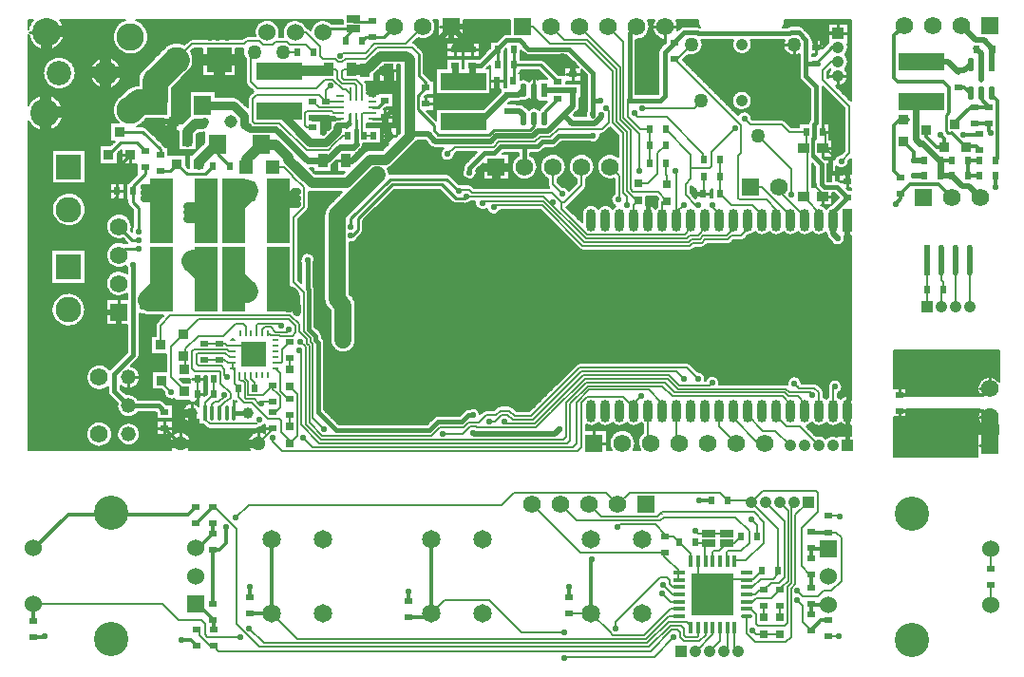
<source format=gtl>
%FSLAX24Y24*%
%MOIN*%
G70*
G01*
G75*
%ADD10C,0.0080*%
%ADD11R,0.0300X0.0300*%
%ADD12R,0.0300X0.0220*%
%ADD13R,0.0440X0.0120*%
%ADD14O,0.0190X0.1100*%
%ADD15R,0.0190X0.1100*%
%ADD16R,0.0220X0.0300*%
%ADD17R,0.0120X0.0440*%
%ADD18O,0.0440X0.0120*%
%ADD19R,0.0500X0.0250*%
%ADD20R,0.0360X0.0360*%
%ADD21O,0.0200X0.0500*%
%ADD22R,0.0200X0.0500*%
%ADD23R,0.1600X0.0600*%
%ADD24R,0.1460X0.1460*%
%ADD25R,0.0500X0.0500*%
%ADD26R,0.0830X0.2250*%
%ADD27R,0.0345X0.0500*%
%ADD28R,0.0630X0.0670*%
%ADD29O,0.0160X0.0530*%
%ADD30R,0.0160X0.0530*%
%ADD31R,0.0390X0.0350*%
%ADD32R,0.0220X0.0670*%
%ADD33O,0.0354X0.0787*%
%ADD34R,0.1968X0.1968*%
%ADD35R,0.0354X0.0787*%
%ADD36R,0.0280X0.0100*%
%ADD37R,0.0100X0.0510*%
%ADD38O,0.0100X0.0510*%
%ADD39R,0.0870X0.0870*%
%ADD40O,0.0200X0.0100*%
%ADD41R,0.0200X0.0100*%
%ADD42R,0.0100X0.0200*%
%ADD43C,0.0061*%
%ADD44C,0.0075*%
%ADD45C,0.0120*%
%ADD46C,0.0100*%
%ADD47C,0.0220*%
%ADD48C,0.0200*%
%ADD49C,0.0600*%
%ADD50C,0.0300*%
%ADD51C,0.0360*%
%ADD52C,0.0900*%
%ADD53C,0.0250*%
%ADD54C,0.0150*%
%ADD55C,0.0400*%
%ADD56C,0.0800*%
%ADD57C,0.2500*%
%ADD58C,0.0170*%
%ADD59R,0.0420X0.0420*%
%ADD60C,0.0420*%
%ADD61C,0.0650*%
%ADD62C,0.0620*%
%ADD63C,0.0600*%
%ADD64R,0.0600X0.0600*%
%ADD65R,0.0620X0.0620*%
%ADD66C,0.1200*%
%ADD67C,0.0500*%
%ADD68C,0.0510*%
%ADD69C,0.0390*%
%ADD70R,0.0900X0.0900*%
%ADD71C,0.0900*%
%ADD72C,0.0520*%
%ADD73C,0.0960*%
%ADD74C,0.1000*%
%ADD75C,0.0850*%
%ADD76C,0.0450*%
%ADD77C,0.0220*%
%ADD78C,0.0350*%
%ADD79C,0.0410*%
%ADD80C,0.0860*%
D10*
X114278Y82395D02*
X114209Y82467D01*
X114126Y82521D01*
X114031Y82553D01*
X113932Y82561D01*
X113834Y82545D01*
X113742Y82506D01*
X113663Y82446D01*
X113600Y82368D01*
X113558Y82278D01*
X113538Y82181D01*
X113543Y82081D01*
X113571Y81986D01*
X113622Y81900D01*
X113638Y81420D02*
X113582Y81337D01*
X113548Y81243D01*
X113537Y81143D01*
X113551Y81044D01*
X113589Y80951D01*
X113648Y80870D01*
X113724Y80805D01*
X113815Y80761D01*
X113913Y80741D01*
X114013Y80744D01*
X114109Y80772D01*
X114196Y80822D01*
X114268Y80892D01*
X83158Y80550D02*
X83147Y80650D01*
X83114Y80745D01*
X83060Y80831D01*
X82989Y80902D01*
X82903Y80955D01*
X82808Y80989D01*
X82708Y81000D01*
X82608Y80989D01*
X82513Y80955D01*
X82428Y80902D01*
X82356Y80831D01*
X82303Y80745D01*
X82269Y80650D01*
X82258Y80550D01*
X82269Y80450D01*
X82303Y80355D01*
X82356Y80269D01*
X82428Y80198D01*
X82513Y80145D01*
X82608Y80111D01*
X82708Y80100D01*
X82808Y80111D01*
X82903Y80145D01*
X82989Y80198D01*
X83060Y80269D01*
X83114Y80355D01*
X83147Y80450D01*
X83158Y80550D01*
X83023Y82050D02*
X83039Y81968D01*
X83086Y81898D01*
X83023Y82050D02*
X83039Y81968D01*
X83086Y81898D01*
X83075Y82810D02*
X83009Y82885D01*
X82928Y82942D01*
X82837Y82981D01*
X82739Y82999D01*
X82639Y82995D01*
X82543Y82969D01*
X82456Y82922D01*
X82380Y82858D01*
X82320Y82778D01*
X82280Y82688D01*
X82260Y82590D01*
X82262Y82491D01*
X82286Y82394D01*
X82330Y82305D01*
X82393Y82228D01*
X82472Y82167D01*
X82562Y82125D01*
X82659Y82103D01*
X82758Y82103D01*
X82855Y82125D01*
X82945Y82167D01*
X83023Y82229D01*
X84138Y80550D02*
X84126Y80649D01*
X84089Y80743D01*
X84030Y80824D01*
X83952Y80888D01*
X83862Y80930D01*
X83763Y80949D01*
X83663Y80943D01*
X83568Y80912D01*
X83483Y80858D01*
X83414Y80785D01*
X83366Y80697D01*
X83341Y80600D01*
Y80500D01*
X83366Y80403D01*
X83414Y80315D01*
X83483Y80242D01*
X83568Y80188D01*
X83663Y80157D01*
X83763Y80151D01*
X83862Y80170D01*
X83952Y80212D01*
X84030Y80276D01*
X84089Y80357D01*
X84126Y80451D01*
X84138Y80550D01*
X83348Y81636D02*
X83338Y81536D01*
X83355Y81436D01*
X83396Y81343D01*
X83459Y81264D01*
X83539Y81203D01*
X83633Y81164D01*
X83733Y81150D01*
X83834Y81162D01*
X83928Y81198D01*
X84011Y81257D01*
X84075Y81335D01*
X84075Y81765D02*
X84013Y81840D01*
X83935Y81898D01*
X83845Y81935D01*
X83749Y81950D01*
X83652Y81941D01*
X85269Y80520D02*
X85211Y80447D01*
X85172Y80362D01*
X85154Y80270D01*
X85158Y80176D01*
X85184Y80086D01*
X85231Y80005D01*
X85298Y80546D02*
X85269Y80520D01*
X84950Y81702D02*
X84880Y81749D01*
X84798Y81765D01*
X84950Y81702D02*
X84880Y81749D01*
X84798Y81765D01*
X83453Y82269D02*
X83536Y82205D01*
X83632Y82164D01*
X83736Y82150D01*
X83840Y82163D01*
X83937Y82203D01*
X84020Y82266D01*
X84084Y82349D01*
X84124Y82446D01*
X84138Y82550D01*
X84060Y83188D02*
X84107Y83258D01*
X84123Y83340D01*
X84138Y82550D02*
X84128Y82641D01*
X84097Y82727D01*
X84047Y82804D01*
X83981Y82868D01*
X83902Y82915D01*
X83815Y82943D01*
X84060Y83188D02*
X84107Y83258D01*
X84123Y83340D01*
X82218Y84920D02*
X82210Y85020D01*
X82184Y85117D01*
X82143Y85208D01*
X82087Y85291D01*
X82018Y85363D01*
X81937Y85422D01*
X81848Y85467D01*
X81752Y85497D01*
X81653Y85509D01*
X81553Y85505D01*
X81455Y85484D01*
X81362Y85447D01*
X81277Y85394D01*
X81202Y85328D01*
X81139Y85250D01*
X81090Y85163D01*
X81057Y85069D01*
X81040Y84970D01*
X81040Y84870D01*
X81057Y84771D01*
X81090Y84677D01*
X81139Y84590D01*
X81202Y84512D01*
X81277Y84446D01*
X81362Y84393D01*
X81455Y84356D01*
X81553Y84335D01*
X81653Y84331D01*
X81752Y84343D01*
X81848Y84373D01*
X81937Y84418D01*
X82018Y84477D01*
X82087Y84549D01*
X82143Y84632D01*
X82184Y84723D01*
X82210Y84820D01*
X82218Y84920D01*
X84281Y84764D02*
X84333Y84747D01*
X84123Y84788D02*
X84200Y84763D01*
X84281Y84764D01*
X84738Y84491D02*
X84688Y84370D01*
X84738Y84491D02*
X84688Y84370D01*
X83693Y86180D02*
X83613Y86236D01*
X83522Y86273D01*
X83426Y86289D01*
X83328Y86285D01*
X83234Y86259D01*
X83147Y86214D01*
X83073Y86151D01*
X83013Y86073D01*
X82972Y85984D01*
X82951Y85889D01*
Y85791D01*
X82972Y85696D01*
X83013Y85607D01*
X83073Y85529D01*
X83147Y85466D01*
X83234Y85421D01*
X83328Y85395D01*
X83426Y85391D01*
X83522Y85407D01*
X83613Y85444D01*
X83693Y85500D01*
X83577Y87253D02*
X83483Y87282D01*
X83385Y87290D01*
X83287Y87276D01*
X83195Y87241D01*
X83112Y87188D01*
X83044Y87117D01*
X82992Y87033D01*
X82959Y86940D01*
X82948Y86843D01*
X82958Y86745D01*
X82990Y86651D01*
X83040Y86567D01*
X83108Y86496D01*
X83190Y86441D01*
X83282Y86405D01*
X83379Y86390D01*
X83478Y86397D01*
X83572Y86425D01*
X83658Y86473D01*
X83848Y87840D02*
X83837Y87938D01*
X83805Y88032D01*
X83754Y88116D01*
X83685Y88187D01*
X83602Y88241D01*
X83510Y88276D01*
X83412Y88290D01*
X83313Y88282D01*
X83219Y88253D01*
X83133Y88204D01*
X83060Y88137D01*
X83003Y88056D01*
X82966Y87965D01*
X82949Y87867D01*
X82954Y87768D01*
X82980Y87673D01*
X83027Y87586D01*
X83091Y87511D01*
X83170Y87452D01*
X83260Y87412D01*
X83357Y87392D01*
X83456Y87394D01*
X83552Y87417D01*
X83658Y86473D02*
X83693Y86352D01*
X83628Y87260D02*
X83577Y87253D01*
X83628Y87260D02*
X83577Y87253D01*
X85943Y80240D02*
X85931Y80338D01*
X85894Y80430D01*
X85837Y80510D01*
X85761Y80573D01*
X85671Y80615D01*
X85574Y80634D01*
X85476Y80628D01*
X85382Y80598D01*
X85298Y80546D01*
X85866Y80005D02*
X85908Y80077D01*
X85934Y80157D01*
X85943Y80240D01*
X86198Y81523D02*
X86121Y81587D01*
X86027Y81625D01*
X85927Y81634D01*
X85829Y81613D01*
X85741Y81563D01*
X85672Y81490D01*
X85628Y81400D01*
X85613Y81300D01*
X85628Y81200D01*
X85672Y81110D01*
X85741Y81037D01*
X85829Y80987D01*
X85927Y80966D01*
X86027Y80975D01*
X86121Y81013D01*
X86198Y81077D01*
X86458Y80789D02*
X86578Y80739D01*
X86458Y80789D02*
X86578Y80739D01*
X84988Y82019D02*
X85007Y81916D01*
X85065Y81829D01*
X85154Y81774D01*
X85258Y81761D01*
X85358Y81791D01*
X88518Y80575D02*
X88428Y80616D01*
X88331Y80634D01*
X88232Y80628D01*
X88138Y80596D01*
X88054Y80543D01*
X87987Y80470D01*
X87940Y80383D01*
X87916Y80286D01*
X87917Y80187D01*
X87942Y80091D01*
X87991Y80005D01*
X88218Y80739D02*
X88339Y80789D01*
X88218Y80739D02*
X88339Y80789D01*
X88574Y80532D02*
X88518Y80575D01*
X88349Y80800D02*
X88441Y80822D01*
X88518Y80877D01*
X87439Y81719D02*
X87465Y81753D01*
X87439Y81719D02*
X87465Y81753D01*
X87531Y81686D02*
X87423Y81704D01*
X90603Y83770D02*
X90587Y83852D01*
X90540Y83922D01*
X90603Y83770D02*
X90587Y83852D01*
X90540Y83922D01*
X90828Y83850D02*
X90839Y83752D01*
X90872Y83659D01*
X90924Y83576D01*
X90994Y83506D01*
X91077Y83454D01*
X91170Y83421D01*
X91268Y83410D01*
X91366Y83421D01*
X91459Y83454D01*
X91542Y83506D01*
X91612Y83576D01*
X91665Y83659D01*
X91697Y83752D01*
X91708Y83850D01*
X90273Y85630D02*
X90233Y85755D01*
X90273Y85630D02*
X90233Y85755D01*
Y86542D02*
X90268Y86670D01*
X90248Y86769D01*
X90189Y86852D01*
X90103Y86905D01*
X90002Y86919D01*
X89904Y86893D01*
X89825Y86829D01*
X89778Y86739D01*
X89770Y86638D01*
X89803Y86542D01*
X90513Y84000D02*
X90497Y84082D01*
X90450Y84152D01*
X90513Y84000D02*
X90497Y84082D01*
X90450Y84152D01*
X90608Y85290D02*
X90623Y85176D01*
X90667Y85070D01*
X90737Y84979D01*
X90608Y85290D02*
X90623Y85176D01*
X90667Y85070D01*
X90737Y84979D01*
X91708Y85070D02*
X91693Y85184D01*
X91649Y85290D01*
X91579Y85381D01*
X91708Y85070D02*
X91693Y85184D01*
X91649Y85290D01*
X91579Y85381D01*
X91488Y87275D02*
X91581Y87274D01*
X91668Y87306D01*
X91737Y87369D01*
X91779Y87452D01*
X82228Y88440D02*
X82220Y88540D01*
X82194Y88637D01*
X82153Y88728D01*
X82097Y88811D01*
X82028Y88883D01*
X81947Y88942D01*
X81858Y88987D01*
X81762Y89017D01*
X81663Y89029D01*
X81563Y89025D01*
X81465Y89004D01*
X81372Y88967D01*
X81287Y88914D01*
X81212Y88848D01*
X81149Y88770D01*
X81100Y88683D01*
X81067Y88589D01*
X81050Y88490D01*
X81050Y88390D01*
X81067Y88291D01*
X81100Y88197D01*
X81149Y88110D01*
X81212Y88032D01*
X81287Y87966D01*
X81372Y87913D01*
X81465Y87876D01*
X81563Y87855D01*
X81663Y87851D01*
X81762Y87863D01*
X81858Y87893D01*
X81947Y87938D01*
X82028Y87997D01*
X82097Y88069D01*
X82153Y88152D01*
X82194Y88243D01*
X82220Y88340D01*
X82228Y88440D01*
X83821Y87686D02*
X83841Y87762D01*
X83848Y87840D01*
X83908Y87832D02*
X83862Y87751D01*
X83848Y87658D01*
X83708Y88700D02*
X83764Y88565D01*
X83708Y88700D02*
X83764Y88566D01*
Y89394D02*
X83743Y89370D01*
X83764Y89395D02*
X83743Y89370D01*
X80223Y91570D02*
X80272Y91480D01*
X80335Y91399D01*
X80409Y91329D01*
X80494Y91272D01*
X80587Y91229D01*
X80686Y91202D01*
X80788Y91190D01*
X80890Y91195D01*
X80990Y91217D01*
X81086Y91253D01*
X81174Y91305D01*
X81253Y91370D01*
X81321Y91447D01*
X81376Y91534D01*
X81416Y91628D01*
X81440Y91728D01*
X81448Y91830D01*
Y91830D02*
X81440Y91932D01*
X81416Y92032D01*
X81376Y92126D01*
X81321Y92213D01*
X81253Y92290D01*
X81174Y92355D01*
X81086Y92407D01*
X80990Y92443D01*
X80890Y92465D01*
X80788Y92470D01*
X80686Y92458D01*
X80587Y92431D01*
X80494Y92388D01*
X80409Y92331D01*
X80335Y92261D01*
X80272Y92180D01*
X80223Y92090D01*
X81878Y93230D02*
X81869Y93329D01*
X81844Y93425D01*
X81802Y93515D01*
X81745Y93596D01*
X81674Y93667D01*
X81593Y93724D01*
X81503Y93766D01*
X81407Y93791D01*
X81308Y93800D01*
X81209Y93791D01*
X81113Y93766D01*
X81023Y93724D01*
X80942Y93667D01*
X80871Y93596D01*
X80814Y93515D01*
X80772Y93425D01*
X80747Y93329D01*
X80738Y93230D01*
X80747Y93131D01*
X80772Y93035D01*
X80814Y92945D01*
X80871Y92864D01*
X80942Y92793D01*
X81023Y92736D01*
X81113Y92694D01*
X81209Y92669D01*
X81308Y92660D01*
X81407Y92669D01*
X81503Y92694D01*
X81593Y92736D01*
X81674Y92793D01*
X81745Y92864D01*
X81802Y92945D01*
X81844Y93035D01*
X81869Y93131D01*
X81878Y93230D01*
X80380Y95095D02*
X80321Y95019D01*
X80275Y94934D01*
X80242Y94844D01*
X80223Y94750D01*
Y94590D02*
X80244Y94491D01*
X80280Y94396D01*
X80330Y94308D01*
X80394Y94229D01*
X80470Y94161D01*
X80555Y94106D01*
X80648Y94065D01*
X80746Y94040D01*
X80847Y94030D01*
X80949Y94036D01*
X81048Y94059D01*
X81142Y94096D01*
X81229Y94148D01*
X81307Y94214D01*
X81373Y94290D01*
X81427Y94377D01*
X81466Y94470D01*
X81490Y94569D01*
X81498Y94670D01*
X81491Y94763D01*
X81471Y94853D01*
X81438Y94940D01*
X81393Y95021D01*
X81337Y95095D01*
X83449Y92436D02*
X83373Y92372D01*
X83308Y92297D01*
X83256Y92212D01*
X83218Y92120D01*
X83195Y92023D01*
X83188Y91924D01*
X83197Y91825D01*
X83222Y91729D01*
X83261Y91638D01*
X83315Y91554D01*
X83382Y91480D01*
X83657Y92613D02*
X83591Y92569D01*
X83531Y92517D01*
X83657Y92613D02*
X83591Y92569D01*
X83531Y92517D01*
X84027Y91350D02*
X84123Y91396D01*
X84209Y91457D01*
X84284Y91533D01*
X84345Y91620D01*
X84372Y91294D02*
X84238Y91350D01*
X84373Y91294D02*
X84238Y91350D01*
X84588Y91620D02*
X84665Y91625D01*
X84588Y91620D02*
X84665Y91625D01*
X83503Y93230D02*
X83494Y93331D01*
X83467Y93429D01*
X83423Y93520D01*
X83364Y93602D01*
X83290Y93672D01*
X83206Y93728D01*
X83113Y93767D01*
X83014Y93790D01*
X82913Y93794D01*
X82812Y93781D01*
X82716Y93750D01*
X82627Y93702D01*
X82548Y93638D01*
X82481Y93562D01*
X82429Y93475D01*
X82393Y93380D01*
X82375Y93281D01*
Y93179D01*
X82393Y93080D01*
X82429Y92985D01*
X82481Y92898D01*
X82548Y92822D01*
X82627Y92758D01*
X82716Y92710D01*
X82812Y92679D01*
X82913Y92666D01*
X83014Y92670D01*
X83113Y92693D01*
X83206Y92732D01*
X83290Y92788D01*
X83364Y92858D01*
X83423Y92940D01*
X83467Y93031D01*
X83494Y93129D01*
X83503Y93230D01*
X84078Y92800D02*
X83988Y92791D01*
X83900Y92769D01*
X83817Y92734D01*
X83740Y92686D01*
X83671Y92627D01*
X84078Y92800D02*
X83988Y92791D01*
X83900Y92769D01*
X83817Y92734D01*
X83740Y92686D01*
X83671Y92627D01*
X84251Y93367D02*
X84191Y93297D01*
X84142Y93218D01*
X84107Y93132D01*
X84085Y93042D01*
X84078Y92950D01*
X84251Y93367D02*
X84191Y93297D01*
X84142Y93218D01*
X84107Y93132D01*
X84085Y93042D01*
X84078Y92950D01*
X83634Y95095D02*
X83539Y95059D01*
X83451Y95007D01*
X83373Y94942D01*
X83307Y94865D01*
X83254Y94779D01*
X83216Y94684D01*
X83194Y94585D01*
X83188Y94484D01*
X83199Y94383D01*
X83227Y94285D01*
X83269Y94193D01*
X83327Y94109D01*
X83397Y94036D01*
X83478Y93975D01*
X83568Y93928D01*
X83665Y93897D01*
X83765Y93881D01*
X83867Y93883D01*
X83967Y93901D01*
X84063Y93935D01*
X84151Y93984D01*
X84231Y94047D01*
X84299Y94122D01*
X84355Y94207D01*
X84395Y94300D01*
X84420Y94399D01*
X84428Y94500D01*
Y94500D02*
X84420Y94599D01*
X84396Y94696D01*
X84357Y94788D01*
X84304Y94872D01*
X84238Y94946D01*
X84161Y95009D01*
X84075Y95059D01*
X83982Y95095D01*
X90009Y88389D02*
X90059Y88510D01*
X90009Y88389D02*
X90059Y88510D01*
X85028Y90610D02*
X84982Y90685D01*
X85028Y90610D02*
X84982Y90684D01*
X86326Y91138D02*
X86393Y91145D01*
X90737Y88561D02*
X90667Y88470D01*
X90623Y88364D01*
X90608Y88250D01*
X90737Y88561D02*
X90667Y88470D01*
X90623Y88364D01*
X90608Y88250D01*
X90059Y89073D02*
X90148Y89060D01*
X90059Y89073D02*
X90148Y89060D01*
X91912Y87585D02*
X91968Y87720D01*
X91912Y87586D02*
X91968Y87720D01*
X90787Y91410D02*
X90778Y91340D01*
X91681Y90398D02*
X91795Y90463D01*
X91681Y90398D02*
X91795Y90463D01*
X92208Y90520D02*
X92125Y90509D01*
X92048Y90477D01*
X91982Y90426D01*
X92208Y90520D02*
X92125Y90509D01*
X92048Y90477D01*
X91982Y90426D01*
X91895Y90563D02*
X91949Y90644D01*
X91968Y90740D01*
X84992Y91625D02*
X84973Y91521D01*
X84985Y91417D01*
X85026Y91320D01*
X85094Y91239D01*
X85181Y91180D01*
X85282Y91149D01*
X85387Y91148D01*
X85488Y91177D01*
X85702Y91537D02*
X85679Y91639D01*
X85629Y91731D01*
X85554Y91805D01*
X85461Y91854D01*
X85358Y91874D01*
X85253Y91865D01*
X85883Y91713D02*
X85850Y91684D01*
X85883Y91713D02*
X85850Y91684D01*
X85253Y92213D02*
X85258Y92290D01*
X85253Y92213D02*
X85258Y92290D01*
X85835Y93283D02*
X85895Y93353D01*
X85944Y93432D01*
X85979Y93518D01*
X86001Y93608D01*
X86008Y93700D01*
X85835Y93283D02*
X85895Y93353D01*
X85944Y93432D01*
X85979Y93518D01*
X86001Y93608D01*
X86008Y93700D01*
X86000Y93796D01*
X85977Y93890D01*
X85938Y93979D01*
X86008Y93700D02*
X86000Y93796D01*
X85977Y93890D01*
X85938Y93979D01*
X85697Y94220D02*
X85611Y94258D01*
X85520Y94281D01*
X85426Y94290D01*
X85332Y94284D01*
X85240Y94263D01*
X85153Y94227D01*
X85073Y94178D01*
X85001Y94117D01*
X85697Y94220D02*
X85611Y94258D01*
X85520Y94281D01*
X85426Y94290D01*
X85332Y94284D01*
X85240Y94263D01*
X85153Y94227D01*
X85073Y94178D01*
X85001Y94117D01*
X85968Y94420D02*
X85848Y94371D01*
X85968Y94420D02*
X85848Y94371D01*
X87633Y92305D02*
X87539Y92368D01*
X87428Y92390D01*
X87633Y92305D02*
X87539Y92368D01*
X87428Y92390D01*
X87848Y92920D02*
X87898Y92799D01*
X87848Y92920D02*
X87898Y92799D01*
X87978Y92441D02*
X87928Y92320D01*
X87978Y92441D02*
X87928Y92320D01*
X92059Y92885D02*
X92036Y92914D01*
X92059Y92885D02*
X92036Y92914D01*
X87774Y94080D02*
X87758Y93986D01*
X87766Y93891D01*
X87796Y93801D01*
X87848Y93721D01*
X87908Y94521D02*
X87788Y94471D01*
X87908Y94521D02*
X87788Y94471D01*
X89038Y94650D02*
X89027Y94750D01*
X88993Y94845D01*
X88938Y94929D01*
X88866Y94999D01*
X88779Y95051D01*
X88683Y95082D01*
X88583Y95090D01*
X88483Y95075D01*
X88390Y95038D01*
X88307Y94980D01*
X88240Y94905D01*
X88191Y94817D01*
X88164Y94720D01*
X88159Y94620D01*
X88178Y94521D01*
X89012Y94501D02*
X89031Y94574D01*
X89038Y94650D01*
X90089Y94771D02*
X89989Y94819D01*
X90089Y94771D02*
X89989Y94819D01*
X89942Y94904D01*
X89878Y94977D01*
X89799Y95033D01*
X89710Y95071D01*
X89614Y95089D01*
X89517Y95085D01*
X89424Y95060D01*
X89338Y95015D01*
X89264Y94953D01*
X89205Y94875D01*
X89165Y94787D01*
X89145Y94692D01*
X89147Y94595D01*
X89169Y94501D01*
X90870Y94970D02*
X90786Y95033D01*
X90688Y95073D01*
X90585Y95090D01*
X90480Y95081D01*
X90380Y95048D01*
X90291Y94992D01*
X90218Y94916D01*
X90165Y94826D01*
X90134Y94725D01*
X91218Y95095D02*
X91248Y95098D01*
X91218Y95095D02*
X91248Y95098D01*
X94598Y81195D02*
X94516Y81179D01*
X94446Y81132D01*
X94598Y81195D02*
X94516Y81179D01*
X94446Y81132D01*
X95668Y81425D02*
X95586Y81409D01*
X95516Y81362D01*
X95668Y81425D02*
X95586Y81409D01*
X95516Y81362D01*
X96298Y81401D02*
X96178Y81351D01*
X96298Y81401D02*
X96178Y81351D01*
X96075Y81248D02*
X96042Y81339D01*
X95977Y81411D01*
X95889Y81453D01*
X95792Y81457D01*
X95701Y81425D01*
X95908Y88730D02*
X95901Y88624D01*
X95938Y88525D01*
X96013Y88450D01*
X96112Y88413D01*
X96218Y88420D01*
X96311Y88471D01*
X95084Y88706D02*
X95218Y88650D01*
X95083Y88706D02*
X95218Y88650D01*
X96778Y81541D02*
X96658Y81491D01*
X96778Y81541D02*
X96658Y81491D01*
X97219D02*
X97098Y81541D01*
X96311Y88471D02*
X96343Y88383D01*
X96404Y88313D01*
X96486Y88271D01*
X96578Y88261D01*
X96668Y88285D01*
X96742Y88341D01*
X96791Y88420D01*
X97219Y81491D02*
X97098Y81541D01*
X95546Y88652D02*
X95663Y88665D01*
X95761Y88730D01*
X95799Y89261D02*
X95678Y89311D01*
X95799Y89261D02*
X95678Y89311D01*
X95415D02*
X95338Y89329D01*
X98458Y89320D02*
X98506Y89200D01*
X98458Y89320D02*
X98506Y89200D01*
X99567Y83050D02*
X99446Y83001D01*
X99567Y83050D02*
X99446Y83001D01*
X99548Y87049D02*
X99668Y87000D01*
X99548Y87049D02*
X99668Y87000D01*
X99809Y80877D02*
X99893Y80843D01*
X99983Y80834D01*
X100072Y80851D01*
X100153Y80893D01*
X100218Y80956D01*
X99109Y88540D02*
X99149Y88569D01*
X100218Y88471D02*
X100147Y88538D01*
X100058Y88580D01*
X99961Y88593D01*
X99865Y88576D01*
X99779Y88531D01*
X99710Y88461D01*
X99666Y88373D01*
X99651Y88277D01*
X100218Y80956D02*
X100288Y80890D01*
X100374Y80848D01*
X100468Y80834D01*
X100563Y80848D01*
X100649Y80890D01*
X100718Y80956D01*
X100718Y88471D02*
X100649Y88537D01*
X100563Y88579D01*
X100468Y88594D01*
X100374Y88579D01*
X100288Y88537D01*
X100218Y88471D01*
X100718Y80956D02*
X100788Y80890D01*
X100874Y80848D01*
X100968Y80834D01*
X101063Y80848D01*
X101149Y80890D01*
X101218Y80956D01*
X100813Y88553D02*
X100718Y88471D01*
X99109Y88540D02*
X99149Y88569D01*
X99191Y89094D02*
X99133Y89168D01*
X99052Y89215D01*
X98959Y89230D01*
X99749Y89169D02*
X99799Y89290D01*
X99749Y89169D02*
X99799Y89290D01*
X100788Y88993D02*
X100710Y88919D01*
X100671Y88819D01*
X100677Y88712D01*
X100728Y88618D01*
X100813Y88553D01*
X92886Y89687D02*
X92865Y89790D01*
X92821Y89884D01*
X92914Y89915D01*
X92994Y89974D01*
X92918Y89690D02*
X92886Y89687D01*
X95032Y89634D02*
X94898Y89690D01*
X95033Y89634D02*
X94898Y89690D01*
X92918D02*
X92886Y89687D01*
X92821Y89884D02*
X92915Y89916D01*
X92995Y89974D01*
X94792Y90600D02*
X94719Y90528D01*
X94682Y90432D01*
X94686Y90330D01*
X94730Y90237D01*
X94809Y90170D01*
X94907Y90141D01*
X95009Y90153D01*
X95097Y90206D01*
X95157Y90289D01*
X95178Y90390D01*
X95546Y90042D02*
X95499Y89972D01*
X95483Y89890D01*
X95546Y90042D02*
X95499Y89972D01*
X95483Y89890D01*
Y89868D02*
X95450Y89772D01*
X95458Y89671D01*
X95505Y89581D01*
X95584Y89517D01*
X95682Y89491D01*
X95783Y89505D01*
X95869Y89558D01*
X95928Y89641D01*
X95948Y89740D01*
X95934Y89822D01*
X93804Y90783D02*
X93855Y90850D01*
X94328Y90670D02*
X94406Y90618D01*
X94498Y90600D01*
X94328Y90670D02*
X94406Y90618D01*
X94498Y90600D01*
X93804Y90784D02*
X93855Y90850D01*
X98799Y89524D02*
X98891Y89575D01*
X98970Y89647D01*
X99029Y89735D01*
X99066Y89835D01*
X99078Y89940D01*
X97413Y90335D02*
X97331Y90278D01*
X97264Y90205D01*
X97215Y90118D01*
X97186Y90023D01*
X97178Y89924D01*
X97193Y89825D01*
X97229Y89732D01*
X97284Y89649D01*
X97357Y89581D01*
X97442Y89530D01*
X97537Y89499D01*
X97636Y89490D01*
X97735Y89503D01*
X97829Y89537D01*
X97912Y89591D01*
X97982Y89662D01*
X98035Y89747D01*
X98067Y89841D01*
X98078Y89940D01*
X98068Y90036D01*
X98037Y90127D01*
X97988Y90210D01*
X97922Y90280D01*
X97843Y90335D01*
X99078Y89940D02*
X99066Y90042D01*
X99032Y90138D01*
X98977Y90224D01*
X98904Y90295D01*
X98817Y90348D01*
X98720Y90381D01*
X98618Y90390D01*
X98517Y90376D01*
X98421Y90340D01*
X98337Y90283D01*
X98267Y90208D01*
X98216Y90120D01*
X98186Y90022D01*
X98179Y89920D01*
X98195Y89819D01*
X98233Y89724D01*
X98292Y89641D01*
X98368Y89573D01*
X98458Y89524D01*
X99799Y89524D02*
X99891Y89575D01*
X99970Y89647D01*
X100029Y89735D01*
X100066Y89835D01*
X100078Y89940D01*
X100066Y90042D01*
X100032Y90138D01*
X99977Y90224D01*
X99904Y90295D01*
X99817Y90348D01*
X99720Y90381D01*
X99618Y90390D01*
X99517Y90376D01*
X99421Y90340D01*
X99337Y90283D01*
X99267Y90208D01*
X99216Y90120D01*
X99186Y90022D01*
X99179Y89920D01*
X99195Y89819D01*
X99233Y89724D01*
X99292Y89641D01*
X99368Y89573D01*
X99458Y89524D01*
X100918Y90285D02*
X100835Y90340D01*
X100742Y90375D01*
X100644Y90390D01*
X100545Y90382D01*
X100450Y90353D01*
X100364Y90304D01*
X100290Y90237D01*
X100233Y90156D01*
X100195Y90064D01*
X100179Y89966D01*
X100184Y89867D01*
X100211Y89771D01*
X100258Y89684D01*
X100323Y89609D01*
X100404Y89550D01*
X100495Y89510D01*
X100592Y89491D01*
X100691Y89494D01*
X100788Y89519D01*
X98078Y90435D02*
X98160Y90451D01*
X98230Y90498D01*
X98078Y90435D02*
X98160Y90451D01*
X98230Y90498D01*
X98618Y90605D02*
X98700Y90621D01*
X98770Y90668D01*
X98618Y90605D02*
X98700Y90621D01*
X98770Y90668D01*
X99911Y90815D02*
X100010Y90782D01*
X100114Y90792D01*
X100204Y90843D01*
X100266Y90928D01*
X100288Y91030D01*
X100278Y91100D01*
X100348D02*
X100469Y91149D01*
X100348Y91100D02*
X100469Y91149D01*
X101452Y80005D02*
X101501Y80118D01*
X101518Y80240D01*
X101508Y80337D01*
X101476Y80429D01*
X101426Y80513D01*
X101359Y80584D01*
X101278Y80638D01*
X101187Y80674D01*
X101091Y80689D01*
X100994Y80684D01*
X100900Y80657D01*
X100814Y80611D01*
X100740Y80548D01*
X100681Y80470D01*
X100641Y80381D01*
X100620Y80286D01*
X100621Y80188D01*
X100643Y80093D01*
X100684Y80005D01*
X101218Y80956D02*
X101288Y80890D01*
X101374Y80848D01*
X101468Y80834D01*
X101563Y80848D01*
X101649Y80890D01*
X101718Y80956D01*
X101798Y80600D02*
X101728Y80535D01*
X101674Y80457D01*
X101637Y80370D01*
X101620Y80277D01*
X101622Y80183D01*
X101644Y80090D01*
X101684Y80005D01*
X101718Y80956D02*
X101798Y80883D01*
X103958Y82430D02*
X103968Y82500D01*
X104463Y82301D02*
X104468Y82350D01*
X103968Y82500D02*
X103948Y82598D01*
X103892Y82680D01*
X103808Y82733D01*
X103709Y82750D01*
X104468Y82350D02*
X104448Y82448D01*
X104392Y82530D01*
X104307Y82584D01*
X104209Y82600D01*
X104112Y82576D01*
X104032Y82517D01*
X103981Y82430D01*
X103459Y83001D02*
X103338Y83050D01*
X103459Y83001D02*
X103338Y83050D01*
X103438Y87000D02*
X103559Y87049D01*
X103438Y87000D02*
X103559Y87049D01*
X103848Y87100D02*
X103969Y87149D01*
X103848Y87100D02*
X103969Y87149D01*
X108208Y80395D02*
X108134Y80452D01*
X108048Y80488D01*
X107955Y80500D01*
X107863Y80487D01*
X107513Y80837D02*
X107627Y80876D01*
X107718Y80956D01*
X108608Y80466D02*
X108505Y80497D01*
X108397Y80495D01*
X108295Y80459D01*
X108208Y80395D01*
X107718Y80956D02*
X107788Y80890D01*
X107874Y80848D01*
X107968Y80834D01*
X108063Y80848D01*
X108149Y80890D01*
X108218Y80956D01*
X108218Y81778D02*
X108139Y81851D01*
Y82010D02*
X108089Y82131D01*
X108139Y82010D02*
X108089Y82131D01*
X108298Y81851D02*
X108218Y81778D01*
X108218Y80956D02*
X108288Y80890D01*
X108374Y80848D01*
X108468Y80834D01*
X108563Y80848D01*
X108649Y80890D01*
X108718Y80956D01*
X108718Y81778D02*
X108639Y81851D01*
X108718Y80956D02*
X108794Y80885D01*
X108889Y80843D01*
X108992Y80834D01*
X109093Y80859D01*
Y81875D02*
X108992Y81900D01*
X108889Y81891D01*
X108794Y81849D01*
X108718Y81778D01*
X108639Y81986D02*
X108712Y82041D01*
X108761Y82119D01*
X108778Y82210D01*
X106861Y82292D02*
X106808Y82301D01*
X106861Y82292D02*
X106808Y82301D01*
X107358Y82340D02*
X107333Y82438D01*
X107272Y82519D01*
X107184Y82568D01*
X107084Y82579D01*
X106987Y82549D01*
X106911Y82483D01*
X106866Y82393D01*
X106861Y82292D01*
X107929Y82291D02*
X107808Y82340D01*
X107929Y82291D02*
X107808Y82340D01*
X108778Y82210D02*
X108759Y82306D01*
X108705Y82387D01*
X108623Y82441D01*
X108528Y82460D01*
X108432Y82441D01*
X108351Y82386D01*
X108297Y82305D01*
X108278Y82209D01*
X108298Y82113D01*
X104768Y87220D02*
X104889Y87269D01*
X104768Y87220D02*
X104889Y87269D01*
X102298Y88544D02*
X102218Y88471D01*
X105228Y87350D02*
X105349Y87399D01*
X105228Y87350D02*
X105349Y87399D01*
X105476Y87527D02*
X105568Y87543D01*
X105651Y87584D01*
X105718Y87649D01*
X102218Y88471D02*
X102132Y88548D01*
X102024Y88589D01*
X101908Y88588D01*
X102317Y88820D02*
X102298Y88740D01*
X105718Y87649D02*
X105788Y87583D01*
X105874Y87541D01*
X105968Y87527D01*
X106063Y87541D01*
X106149Y87583D01*
X106218Y87649D01*
X106288Y87583D01*
X106374Y87541D01*
X106468Y87527D01*
X106563Y87541D01*
X106649Y87583D01*
X106718Y87649D01*
X106718D02*
X106788Y87583D01*
X106874Y87541D01*
X106968Y87527D01*
X107063Y87541D01*
X107149Y87583D01*
X107218Y87649D01*
X107288Y87583D01*
X107374Y87541D01*
X107468Y87527D01*
X107563Y87541D01*
X107649Y87583D01*
X107718Y87649D01*
X107788Y87583D01*
X107874Y87541D01*
X107968Y87527D01*
X108063Y87541D01*
X108149Y87583D01*
X108218Y87649D01*
Y88471D02*
X108139Y88543D01*
X108041Y88585D01*
X104228Y88850D02*
X104158Y88843D01*
X103548Y89189D02*
X103658Y89140D01*
X103548Y89189D02*
X103658Y89140D01*
X104158Y89140D02*
X104228Y89155D01*
X104158Y89140D02*
X104228Y89155D01*
X107843Y89330D02*
X107876Y89215D01*
X107843Y89330D02*
X107876Y89215D01*
X108228Y87580D02*
X108246Y87488D01*
X108298Y87410D01*
X108228Y87580D02*
X108246Y87488D01*
X108298Y87410D01*
X108373Y88579D02*
X108287Y88537D01*
X108218Y88471D01*
X108668Y89430D02*
X108588Y89445D01*
X108668Y89430D02*
X108588Y89445D01*
X108399Y87310D02*
X108459Y87238D01*
X108541Y87192D01*
X108634Y87180D01*
X108724Y87204D01*
X108800Y87259D01*
X108851Y87338D01*
X108868Y87430D01*
X108849Y87527D01*
X108757Y90380D02*
X108651Y90360D01*
X108563Y90298D01*
X108510Y90205D01*
X108568Y89957D02*
X108649Y89901D01*
X108745Y89880D01*
X108842Y89898D01*
X108924Y89952D01*
X108979Y90034D01*
X108998Y90130D01*
X94345Y92970D02*
X94302Y93034D01*
X94345Y92970D02*
X94302Y93035D01*
X97778Y91927D02*
X97712Y91986D01*
X97628Y92070D02*
X97550Y92122D01*
X97458Y92140D01*
X97628Y92070D02*
X97550Y92122D01*
X97458Y92140D01*
X97428Y92230D02*
X97522Y92249D01*
X97428Y92230D02*
X97522Y92249D01*
X97617Y92242D01*
X97707Y92271D01*
X97778Y92333D01*
X97844Y92274D01*
X97927Y92243D01*
X98016Y92245D01*
X98098Y92278D01*
X98204Y92004D02*
X98163Y91944D01*
X98204Y92005D02*
X98163Y91944D01*
X99813Y91908D02*
X99780Y91811D01*
X99788Y91710D01*
X98153Y91933D02*
X98069Y91998D01*
X97964Y92020D01*
X97860Y91995D01*
X97778Y91927D01*
X99498Y91890D02*
X99550Y91968D01*
X99568Y92060D01*
X99498Y91890D02*
X99550Y91968D01*
X99568Y92060D01*
X97778Y92927D02*
X97696Y92994D01*
X97592Y93020D01*
X97488Y92998D01*
X98098Y92982D02*
X98016Y93015D01*
X97927Y93017D01*
X97844Y92986D01*
X97778Y92927D01*
X94105Y93891D02*
X94070Y94002D01*
X93977Y94071D01*
X93807Y94241D02*
X93725Y94286D01*
X93807Y94241D02*
X93725Y94286D01*
X93884Y94445D02*
X93978Y94417D01*
X94076Y94410D01*
X94173Y94425D01*
X94265Y94460D01*
X94347Y94515D01*
X94415Y94586D01*
X94466Y94669D01*
X94497Y94762D01*
X94508Y94860D01*
X94491Y94982D01*
X94442Y95095D01*
X98342Y93644D02*
X98208Y93700D01*
X98343Y93644D02*
X98208Y93700D01*
X97616Y93918D02*
X97686Y93871D01*
X97768Y93855D01*
X97616Y93918D02*
X97686Y93871D01*
X97768Y93855D01*
X96998Y94595D02*
X96916Y94579D01*
X96846Y94532D01*
X96998Y94595D02*
X96916Y94579D01*
X96846Y94532D01*
X105608Y91630D02*
X105590Y91723D01*
X105539Y91803D01*
X105462Y91858D01*
X105369Y91880D01*
X105276Y91866D01*
X105194Y91818D01*
X105135Y91744D01*
X105603Y92260D02*
X105589Y92357D01*
X105548Y92447D01*
X105484Y92521D01*
X105401Y92574D01*
X105307Y92601D01*
X105209D01*
X105115Y92574D01*
X105032Y92521D01*
X104968Y92447D01*
X104927Y92357D01*
X104913Y92260D01*
X104927Y92163D01*
X104968Y92073D01*
X105032Y91999D01*
X105115Y91946D01*
X105209Y91919D01*
X105307D01*
X105401Y91946D01*
X105484Y91999D01*
X105548Y92073D01*
X105589Y92163D01*
X105603Y92260D01*
X108077Y91450D02*
X108083Y91500D01*
X108077Y91450D02*
X108083Y91500D01*
X107653Y91589D02*
X107611Y91525D01*
X107593Y91450D01*
X107653Y91589D02*
X107611Y91525D01*
X107593Y91450D01*
X106769Y91551D02*
X106648Y91601D01*
X106769Y91551D02*
X106648Y91601D01*
X107293Y93120D02*
X107309Y93038D01*
X107356Y92968D01*
X107293Y93120D02*
X107309Y93038D01*
X107356Y92968D01*
X108393Y93370D02*
X108338Y93300D01*
X108302Y93219D01*
X108288Y93131D01*
X108297Y93042D01*
X108562Y92778D02*
X108666Y92771D01*
X108767Y92795D01*
X108857Y92847D01*
X108928Y92923D01*
X108973Y93017D01*
X108988Y93120D01*
X108976Y93212D01*
X108940Y93297D01*
X108883Y93370D01*
X103361Y93861D02*
X103464Y93841D01*
X103570Y93849D01*
X103669Y93885D01*
X103755Y93946D01*
X103822Y94028D01*
X103864Y94125D01*
X103878Y94230D01*
X102406Y94122D02*
X102359Y94052D01*
X102343Y93970D01*
X102406Y94122D02*
X102359Y94052D01*
X102343Y93970D01*
X103878Y94230D02*
X103869Y94315D01*
X103841Y94395D01*
X104955D02*
X104921Y94305D01*
X104914Y94209D01*
X104933Y94115D01*
X104978Y94029D01*
X105044Y93959D01*
X105127Y93911D01*
X105220Y93887D01*
X105317Y93890D01*
X105408Y93919D01*
X105488Y93973D01*
X105550Y94047D01*
X105590Y94135D01*
X105603Y94230D01*
X101543Y94401D02*
X101647Y94407D01*
X101747Y94437D01*
X101837Y94489D01*
X101913Y94561D01*
X101970Y94648D01*
X102006Y94746D01*
X102018Y94850D01*
X102010Y94936D01*
X101985Y95019D01*
X101946Y95095D01*
X102191D02*
X102146Y95006D01*
X102122Y94910D01*
X102120Y94810D01*
X102139Y94713D01*
X102180Y94622D01*
X102240Y94543D01*
X102315Y94478D01*
X102403Y94431D01*
X102499Y94405D01*
X102598Y94401D01*
X102997Y94713D02*
X103018Y94850D01*
X103238Y94865D02*
X103156Y94849D01*
X103086Y94802D01*
X103238Y94865D02*
X103156Y94849D01*
X103086Y94802D01*
X103018Y94850D02*
X103010Y94936D01*
X102985Y95019D01*
X102946Y95095D01*
X103803Y94825D02*
X103678Y94865D01*
X103803Y94825D02*
X103678Y94865D01*
X103743Y94950D02*
X103806Y94825D01*
X103743Y94950D02*
X103806Y94825D01*
X105603Y94230D02*
X105592Y94315D01*
X105561Y94395D01*
X106745D02*
X106715Y94301D01*
X106709Y94203D01*
X106728Y94106D01*
X106771Y94018D01*
X106835Y93943D01*
X106915Y93886D01*
X107007Y93851D01*
X107105Y93840D01*
X107202Y93854D01*
X107293Y93892D01*
X108883Y93370D02*
X108940Y93443D01*
X108976Y93528D01*
X108988Y93620D01*
X108976Y93712D01*
X108940Y93797D01*
X108883Y93870D01*
X108940Y93943D01*
X108976Y94028D01*
X108988Y94120D01*
X108980Y94197D01*
X108954Y94270D01*
X107723Y94400D02*
X107707Y94482D01*
X107660Y94552D01*
X107723Y94400D02*
X107707Y94482D01*
X107660Y94552D01*
X106690Y94825D02*
X106753Y94950D01*
X106690Y94825D02*
X106753Y94950D01*
X106988Y94875D02*
X106850Y94825D01*
X106988Y94875D02*
X106850Y94825D01*
X107400Y94812D02*
X107330Y94859D01*
X107248Y94875D01*
X107400Y94812D02*
X107330Y94859D01*
X107248Y94875D01*
X101260Y74392D02*
X102388Y75520D01*
X104994Y76111D02*
X105218D01*
X114164Y82500D02*
X114278D01*
Y82395D02*
Y83480D01*
X114078Y82540D02*
X114278D01*
X110608D02*
X113818D01*
X110608Y82500D02*
X113733D01*
X114218Y82460D02*
X114278D01*
X110608D02*
X113678D01*
X110608Y82420D02*
X113638D01*
X110608Y82380D02*
X113607D01*
X110608Y82340D02*
X113584D01*
X110608Y82300D02*
X113565D01*
X110608Y82260D02*
X113552D01*
X110608Y82220D02*
X113543D01*
X110608Y82180D02*
X113538D01*
X111029Y82020D02*
X113558D01*
X111029Y81980D02*
X113574D01*
X111029Y81940D02*
X113595D01*
X111029Y81900D02*
X113622D01*
X111029Y82140D02*
X113537D01*
X111029Y81900D02*
Y82151D01*
Y82100D02*
X113540D01*
X111029Y82060D02*
X113547D01*
X110608Y83480D02*
X114278D01*
X110608Y83460D02*
X114278D01*
X110608Y83420D02*
X114278D01*
X110608Y83380D02*
X114278D01*
X110608Y83340D02*
X114278D01*
X110608Y83300D02*
X114278D01*
X110608Y83260D02*
X114278D01*
X110608Y83220D02*
X114278D01*
X110608Y83180D02*
X114278D01*
X110608Y83140D02*
X114278D01*
X110608Y83100D02*
X114278D01*
X110608Y83060D02*
X114278D01*
X110608Y83020D02*
X114278D01*
X110608Y82980D02*
X114278D01*
X110608Y82940D02*
X114278D01*
X110608Y82900D02*
X114278D01*
X110608Y82860D02*
X114278D01*
X110608Y82820D02*
X114278D01*
X110608Y82780D02*
X114278D01*
X110608Y82740D02*
X114278D01*
X110608Y82700D02*
X114278D01*
X110608Y82151D02*
Y83480D01*
Y82660D02*
X114278D01*
X110608Y82620D02*
X114278D01*
X110608Y82580D02*
X114278D01*
X110608Y82151D02*
X111029D01*
Y81420D02*
X113638D01*
X111029Y81380D02*
X113607D01*
X111029Y81340D02*
X113584D01*
X114193Y80820D02*
X114268D01*
X114127Y80780D02*
X114268D01*
X113977Y80740D02*
X114268D01*
X111029Y81300D02*
X113565D01*
X111029Y81159D02*
Y81420D01*
Y81260D02*
X113552D01*
X111029Y81220D02*
X113543D01*
X111029Y81180D02*
X113538D01*
X114268Y80561D02*
Y80892D01*
X113537Y80561D02*
X114268D01*
X110608Y80100D02*
X113537D01*
X110608Y80060D02*
X113537D01*
X110608Y80020D02*
X113537D01*
X110608Y79980D02*
X113537D01*
Y79770D02*
Y80561D01*
X110608Y79940D02*
X113537D01*
X110608Y79900D02*
X113537D01*
X110608Y79860D02*
X113537D01*
X110608Y79820D02*
X113537D01*
X110608Y79780D02*
X113537D01*
X110608Y80900D02*
X113622D01*
X110608Y80860D02*
X113657D01*
X110608Y80820D02*
X113703D01*
X110608Y80780D02*
X113769D01*
X110608Y80740D02*
X113919D01*
X110608Y80700D02*
X114268D01*
X110608Y80660D02*
X114268D01*
X110608Y80620D02*
X114268D01*
X110608Y81159D02*
X111029D01*
X110608Y81140D02*
X113537D01*
X110608Y81100D02*
X113540D01*
X110608Y81060D02*
X113547D01*
X110608Y81020D02*
X113558D01*
X110608Y80980D02*
X113574D01*
X110608Y80940D02*
X113595D01*
X110608Y80580D02*
X114268D01*
X110608Y80540D02*
X113537D01*
X110608Y80500D02*
X113537D01*
X110608Y80460D02*
X113537D01*
X110608Y80420D02*
X113537D01*
X110608Y80380D02*
X113537D01*
X110608Y80340D02*
X113537D01*
X110608Y80300D02*
X113537D01*
X110608Y79770D02*
Y81159D01*
Y80260D02*
X113537D01*
X110608Y80220D02*
X113537D01*
X110608Y80180D02*
X113537D01*
X110608Y80140D02*
X113537D01*
X110608Y79770D02*
X113537D01*
X104749Y75441D02*
X104798D01*
Y75480D02*
X104838Y75441D01*
X105408D01*
X102828Y75180D02*
X103053D01*
X102718Y75290D02*
Y75430D01*
X102628Y75520D02*
X102718Y75430D01*
X102388Y75520D02*
X102628D01*
X102718Y75290D02*
X102828Y75180D01*
X102824Y74924D02*
X103053D01*
X102478Y75270D02*
X102824Y74924D01*
X102770Y74668D02*
X103053D01*
X102468Y74970D02*
X102770Y74668D01*
X80223Y80180D02*
X82452D01*
X80223Y80100D02*
X82707D01*
X80223Y80140D02*
X82523D01*
X80223Y80300D02*
X82334D01*
X80223Y80340D02*
X82310D01*
X80223Y80220D02*
X82402D01*
X80223Y80260D02*
X82364D01*
X80223Y80460D02*
X82267D01*
X80223Y80380D02*
X82291D01*
X80223Y80420D02*
X82277D01*
X80223Y80500D02*
X82261D01*
X80223Y80540D02*
X82258D01*
X80223Y80580D02*
X82259D01*
X80223Y80620D02*
X82264D01*
X80223Y80660D02*
X82272D01*
X80223Y80700D02*
X82284D01*
X80223Y80740D02*
X82300D01*
X80223Y80780D02*
X82321D01*
X80223Y80820D02*
X82348D01*
X80223Y80860D02*
X82382D01*
X80223Y80900D02*
X82425D01*
X80223Y80940D02*
X82484D01*
X80223Y80980D02*
X82575D01*
X80223Y81500D02*
X83341D01*
X80223Y81540D02*
X83338D01*
X80223Y81580D02*
X83339D01*
X80223Y81660D02*
X83324D01*
X80223Y80060D02*
X85196D01*
X80223Y80005D02*
X85231D01*
X80223Y80020D02*
X85220D01*
X82964Y80180D02*
X83586D01*
X82991Y80900D02*
X83544D01*
X82709Y80100D02*
X85179D01*
X82894Y80140D02*
X85166D01*
X83082Y80300D02*
X83426D01*
X83014Y80220D02*
X83512D01*
X83052Y80260D02*
X83463D01*
X83106Y80340D02*
X83398D01*
X83116Y80740D02*
X83386D01*
X83068Y80820D02*
X83443D01*
X83034Y80860D02*
X83485D01*
X80223Y81020D02*
X84718D01*
X80223Y81100D02*
X84718D01*
X80223Y81140D02*
X84718D01*
X80223Y81260D02*
X83463D01*
X80223Y81300D02*
X83426D01*
X80223Y81180D02*
X83586D01*
X80223Y81220D02*
X83512D01*
X80223Y81340D02*
X83398D01*
X80223Y81380D02*
X83376D01*
X82933Y80940D02*
X83649D01*
X82841Y80980D02*
X84718D01*
X80223Y81420D02*
X83360D01*
X80223Y81460D02*
X83348D01*
X80223Y81620D02*
X83344D01*
X83086Y81898D02*
X83348Y81636D01*
X80223Y81980D02*
X83035D01*
X80223Y82020D02*
X83025D01*
X80223Y82060D02*
X83023D01*
X80223Y82180D02*
X82452D01*
X80223Y82220D02*
X82402D01*
X80223Y82100D02*
X83023D01*
X80223Y82140D02*
X82523D01*
X80223Y82260D02*
X82364D01*
X82894Y82140D02*
X83023D01*
Y82050D02*
Y82229D01*
X80223Y82380D02*
X82291D01*
X80223Y82420D02*
X82277D01*
X80223Y82300D02*
X82334D01*
X80223Y82340D02*
X82310D01*
X80223Y82460D02*
X82267D01*
X80223Y82500D02*
X82261D01*
X80223Y82540D02*
X82258D01*
X80223Y82580D02*
X82259D01*
X80223Y82620D02*
X82264D01*
X80223Y82660D02*
X82272D01*
X80223Y82700D02*
X82284D01*
X80223Y82740D02*
X82300D01*
X80223Y82780D02*
X82321D01*
X80223Y82820D02*
X82348D01*
X80223Y82860D02*
X82382D01*
X80223Y82900D02*
X82425D01*
X80223Y82940D02*
X82484D01*
X80223Y82980D02*
X82575D01*
X80223Y81780D02*
X83204D01*
X80223Y81700D02*
X83284D01*
X80223Y81740D02*
X83244D01*
X80223Y81900D02*
X83084D01*
X80223Y81940D02*
X83053D01*
X80223Y81820D02*
X83164D01*
X80223Y81860D02*
X83124D01*
X82964Y82180D02*
X83023D01*
X83034Y82860D02*
X83124D01*
X82991Y82900D02*
X83164D01*
X82933Y82940D02*
X83204D01*
X82841Y82980D02*
X83244D01*
X80223Y83020D02*
X83284D01*
X80223Y83060D02*
X83324D01*
X80223Y83100D02*
X83364D01*
X80223Y83140D02*
X83404D01*
X80223Y83180D02*
X83444D01*
X80223Y83220D02*
X83484D01*
X80223Y83260D02*
X83524D01*
X80223Y83300D02*
X83564D01*
X80223Y83340D02*
X83604D01*
X83086Y82822D02*
X83693Y83429D01*
X80223Y83380D02*
X83644D01*
X80223Y83420D02*
X83684D01*
X80223Y83460D02*
X83693D01*
X80223Y83500D02*
X83693D01*
X83139Y80420D02*
X83360D01*
X83125Y80380D02*
X83376D01*
X83149Y80460D02*
X83348D01*
X83155Y80500D02*
X83341D01*
X83158Y80540D02*
X83338D01*
X83144Y80660D02*
X83354D01*
X83132Y80700D02*
X83367D01*
X83157Y80580D02*
X83339D01*
X84138Y80540D02*
X84718D01*
X84137Y80580D02*
X84718D01*
X83153Y80620D02*
X83344D01*
X84132D02*
X84718D01*
X84123Y80660D02*
X84718D01*
X84109Y80700D02*
X84718D01*
X83095Y80780D02*
X83411D01*
X83932Y80900D02*
X84718D01*
X83827Y80940D02*
X84718D01*
X83890Y81180D02*
X84718D01*
Y80520D02*
Y81020D01*
X84090Y80740D02*
X84718D01*
X84065Y80780D02*
X84718D01*
X84033Y80820D02*
X84718D01*
X84075Y81335D02*
X84709D01*
X83991Y80860D02*
X84718D01*
Y81090D02*
Y81326D01*
X83890Y80180D02*
X85158D01*
X83964Y80220D02*
X85154D01*
X84014Y80260D02*
X85154D01*
X84050Y80300D02*
X85158D01*
X84079Y80340D02*
X85166D01*
X84100Y80380D02*
X85179D01*
X84116Y80420D02*
X85196D01*
X84128Y80460D02*
X85220D01*
X84135Y80500D02*
X85251D01*
X84718Y80520D02*
X85269D01*
X83964Y81220D02*
X84718D01*
X84014Y81260D02*
X84718D01*
X84050Y81300D02*
X84718D01*
X84075Y81765D02*
X84798D01*
X83991Y81860D02*
X85038D01*
X84065Y81780D02*
X85140D01*
X84033Y81820D02*
X85076D01*
X85298Y80546D02*
Y81020D01*
X84718D02*
X85298D01*
X84718D02*
X85298D01*
X84950Y81702D02*
X85062Y81590D01*
X83453Y82139D02*
Y82269D01*
Y82139D02*
X83652Y81941D01*
X83453Y82140D02*
X84558D01*
X83453Y82180D02*
X83586D01*
X83453Y82220D02*
X83512D01*
X83890Y82180D02*
X84558D01*
X83964Y82220D02*
X84558D01*
X84014Y82260D02*
X84558D01*
X84050Y82300D02*
X84558D01*
X84079Y82340D02*
X84558D01*
X84100Y82380D02*
X84558D01*
X84116Y82420D02*
X84558D01*
X84128Y82460D02*
X84558D01*
X84135Y82500D02*
X84558D01*
X83815Y82943D02*
X84060Y83188D01*
X84138Y82540D02*
X84558D01*
Y82110D02*
Y82750D01*
X84137Y82580D02*
X84558D01*
X84132Y82620D02*
X84558D01*
X84123Y82660D02*
X84558D01*
X84109Y82700D02*
X84558D01*
X84090Y82740D02*
X84558D01*
X84123Y83380D02*
X84538D01*
X83612Y81980D02*
X84990D01*
X83932Y81900D02*
X85014D01*
X83827Y81940D02*
X84998D01*
X83532Y82060D02*
X84947D01*
X83492Y82100D02*
X84907D01*
X83572Y82020D02*
X84987D01*
X83827Y82940D02*
X85068D01*
X84558Y82110D02*
X84897D01*
X84988Y82019D01*
X84558Y82750D02*
X85068D01*
X84065Y82780D02*
X85068D01*
X84033Y82820D02*
X85068D01*
X83991Y82860D02*
X85068D01*
X83932Y82900D02*
X85068D01*
X83852Y82980D02*
X85068D01*
X83892Y83020D02*
X85068D01*
X83932Y83060D02*
X85068D01*
X83972Y83100D02*
X85068D01*
X84012Y83140D02*
X85068D01*
X84052Y83180D02*
X85068D01*
X84086Y83220D02*
X85068D01*
X84108Y83260D02*
X85068D01*
Y82750D02*
Y83360D01*
X84119Y83300D02*
X85068D01*
X84123Y83340D02*
X85068D01*
X84123Y83420D02*
X84538D01*
X84123Y83460D02*
X84538D01*
Y83360D02*
X85068D01*
X84123Y83500D02*
X84538D01*
X80223Y84460D02*
X81259D01*
X80223Y84380D02*
X81390D01*
X80223Y84420D02*
X81315D01*
X80223Y84580D02*
X81146D01*
X80223Y84620D02*
X81120D01*
X80223Y84500D02*
X81214D01*
X80223Y84540D02*
X81177D01*
X80223Y84700D02*
X81081D01*
X80223Y84660D02*
X81098D01*
X80223Y84740D02*
X81066D01*
X80223Y84820D02*
X81047D01*
X80223Y84860D02*
X81041D01*
X80223Y84780D02*
X81055D01*
X80223Y84900D02*
X81038D01*
X80223Y84940D02*
X81038D01*
X80223Y84980D02*
X81041D01*
X80223Y85020D02*
X81047D01*
X80223Y85060D02*
X81055D01*
X80223Y85100D02*
X81066D01*
X80223Y85140D02*
X81081D01*
X80223Y85180D02*
X81098D01*
X80223Y80005D02*
Y91570D01*
Y85220D02*
X81120D01*
X80223Y85260D02*
X81146D01*
X80223Y85300D02*
X81177D01*
X80223Y85340D02*
X81214D01*
X80223Y85380D02*
X81259D01*
X80223Y85420D02*
X81315D01*
X80223Y83540D02*
X83693D01*
X80223Y83580D02*
X83693D01*
X80223Y83620D02*
X83693D01*
X80223Y83660D02*
X83693D01*
X80223Y83700D02*
X83693D01*
X80223Y83740D02*
X83693D01*
X80223Y83780D02*
X83693D01*
X80223Y83820D02*
X83693D01*
X80223Y83860D02*
X83693D01*
X80223Y83900D02*
X83693D01*
X80223Y83940D02*
X83693D01*
X80223Y83980D02*
X83693D01*
X80223Y84020D02*
X83693D01*
X80223Y84060D02*
X83693D01*
X80223Y84100D02*
X83693D01*
X80223Y84140D02*
X83693D01*
X80223Y84180D02*
X83693D01*
X80223Y84220D02*
X83693D01*
X80223Y84340D02*
X81520D01*
X80223Y84260D02*
X83693D01*
X80223Y84300D02*
X83693D01*
X81941Y84420D02*
X82948D01*
X81736Y84340D02*
X83693D01*
X81866Y84380D02*
X83693D01*
X81998Y84460D02*
X82948D01*
X82042Y84500D02*
X82948D01*
X81998Y85380D02*
X83693D01*
X81941Y85420D02*
X83237D01*
X80223Y85860D02*
X81038D01*
X80223Y85900D02*
X81038D01*
X80223Y85940D02*
X81038D01*
X80223Y85980D02*
X81038D01*
X80223Y86020D02*
X81038D01*
X80223Y86060D02*
X81038D01*
X80223Y86100D02*
X81038D01*
X80223Y86140D02*
X81038D01*
X80223Y86180D02*
X81038D01*
X80223Y86220D02*
X81038D01*
X80223Y86260D02*
X81038D01*
X80223Y86300D02*
X81038D01*
X80223Y86340D02*
X81038D01*
X80223Y86380D02*
X81038D01*
X80223Y86420D02*
X81038D01*
X80223Y86460D02*
X81038D01*
X80223Y86500D02*
X81038D01*
X80223Y86540D02*
X81038D01*
X80223Y86580D02*
X81038D01*
X80223Y86620D02*
X81038D01*
X80223Y86660D02*
X81038D01*
X80223Y86700D02*
X81038D01*
Y85830D02*
Y87010D01*
X80223Y86740D02*
X81038D01*
X80223Y86780D02*
X81038D01*
X80223Y86820D02*
X81038D01*
X80223Y86860D02*
X81038D01*
X80223Y86900D02*
X81038D01*
X80223Y86940D02*
X81038D01*
X80223Y85460D02*
X81390D01*
X80223Y85500D02*
X81520D01*
X80223Y85540D02*
X83063D01*
X80223Y85620D02*
X83006D01*
X80223Y85700D02*
X82970D01*
X80223Y85580D02*
X83031D01*
X80223Y85660D02*
X82986D01*
X80223Y85740D02*
X82959D01*
X81866Y85460D02*
X83157D01*
X81736Y85500D02*
X83103D01*
X81038Y85830D02*
X82218D01*
X80223Y86980D02*
X81038D01*
X80223Y85780D02*
X82952D01*
X80223Y85820D02*
X82949D01*
X80223Y87020D02*
X82986D01*
X80223Y87060D02*
X83006D01*
X80223Y87100D02*
X83031D01*
X80223Y87140D02*
X83063D01*
X80223Y87180D02*
X83103D01*
X80223Y87220D02*
X83157D01*
X80223Y87260D02*
X83237D01*
X81038Y87010D02*
X82218D01*
X80223Y87380D02*
X83589D01*
X80223Y87300D02*
X83669D01*
X80223Y87340D02*
X83629D01*
X80223Y87500D02*
X83103D01*
X80223Y87540D02*
X83063D01*
X80223Y87420D02*
X83237D01*
X80223Y87460D02*
X83157D01*
X83693Y83429D02*
Y84390D01*
X84123Y83540D02*
X84538D01*
X82948Y84390D02*
X83693D01*
X82079Y84540D02*
X82948D01*
X82110Y84580D02*
X82948D01*
X82136Y84620D02*
X82948D01*
X82158Y84660D02*
X82948D01*
X84538Y83360D02*
Y84000D01*
X84123Y83580D02*
X84538D01*
X84123Y83620D02*
X84538D01*
X84123Y83660D02*
X84538D01*
X84123Y83700D02*
X84538D01*
X84123Y83740D02*
X84538D01*
X84123Y83780D02*
X84538D01*
X82176Y84700D02*
X82948D01*
X82190Y84740D02*
X82948D01*
X82201Y84780D02*
X82948D01*
X82210Y84820D02*
X82948D01*
X82215Y84860D02*
X82948D01*
X82218Y84900D02*
X82948D01*
X82218Y84940D02*
X82948D01*
Y84390D02*
Y85290D01*
X84123Y83340D02*
Y84788D01*
Y83820D02*
X84538D01*
X84123Y83860D02*
X84538D01*
X84123Y83900D02*
X84538D01*
X84123Y83940D02*
X84538D01*
X84123Y83980D02*
X84538D01*
X84123Y84020D02*
X84688D01*
X84123Y84060D02*
X84688D01*
X84538Y84000D02*
X84688D01*
X84123Y84100D02*
X84688D01*
X84123Y84140D02*
X84688D01*
X84123Y84180D02*
X84688D01*
X84123Y84220D02*
X84688D01*
X84123Y84260D02*
X84688D01*
X84123Y84300D02*
X84688D01*
X84123Y84340D02*
X84688D01*
X84123Y84380D02*
X84688D01*
X84123Y84420D02*
X84695D01*
X84123Y84460D02*
X84713D01*
X84123Y84500D02*
X84747D01*
X84123Y84540D02*
X84787D01*
X84123Y84580D02*
X84827D01*
X84688Y84000D02*
Y84370D01*
X84738Y84491D02*
X84972Y84725D01*
X84123Y84620D02*
X84867D01*
X84123Y84660D02*
X84907D01*
X84123Y84700D02*
X84947D01*
X84333Y84725D02*
X84972D01*
X82215Y84980D02*
X82948D01*
X82201Y85060D02*
X82948D01*
X82190Y85100D02*
X82948D01*
X82176Y85140D02*
X82948D01*
X82158Y85180D02*
X82948D01*
X82136Y85220D02*
X82948D01*
X82110Y85260D02*
X82948D01*
X82210Y85020D02*
X82948D01*
X82218Y85860D02*
X82949D01*
X82218Y85900D02*
X82952D01*
X82218Y85940D02*
X82959D01*
X82218Y85980D02*
X82970D01*
X82218Y86020D02*
X82986D01*
X82218Y86060D02*
X83006D01*
X82218Y86100D02*
X83031D01*
X82218Y86140D02*
X83063D01*
X82218Y86540D02*
X83063D01*
X82218Y86620D02*
X83006D01*
X82218Y86700D02*
X82970D01*
X82218Y86580D02*
X83031D01*
X82218Y86660D02*
X82986D01*
X82218Y86740D02*
X82959D01*
X82218Y85830D02*
Y87010D01*
Y86780D02*
X82952D01*
X82218Y86820D02*
X82949D01*
X82218Y86860D02*
X82949D01*
X82218Y86900D02*
X82952D01*
X82218Y86940D02*
X82959D01*
X82218Y86980D02*
X82970D01*
X82079Y85300D02*
X83693D01*
X82948Y85290D02*
X83693D01*
X82042Y85340D02*
X83693D01*
X82218Y86180D02*
X83103D01*
X82218Y86220D02*
X83157D01*
X82218Y86260D02*
X83237D01*
X82218Y86300D02*
X83693D01*
Y85290D02*
Y85500D01*
X83560Y85420D02*
X83693D01*
X83639Y85460D02*
X83693D01*
Y86180D02*
Y86352D01*
X83639Y86220D02*
X83693D01*
X83560Y86260D02*
X83693D01*
X82218Y86340D02*
X83693D01*
X82218Y86380D02*
X83679D01*
X82218Y86460D02*
X83157D01*
X82218Y86500D02*
X83103D01*
X82218Y86420D02*
X83237D01*
X83560D02*
X83665D01*
X83560Y87260D02*
X83628D01*
X83552Y87417D02*
X83709Y87260D01*
X83628D02*
X83709D01*
X83628D02*
X83709D01*
X85298Y80580D02*
X85347D01*
X85298Y80620D02*
X85440D01*
X80223Y81060D02*
X85714D01*
X85298Y80900D02*
X86198D01*
X85298Y80940D02*
X86198D01*
X85298Y80980D02*
X85849D01*
X85298Y81020D02*
X85764D01*
X86047Y80980D02*
X86198D01*
Y80895D02*
Y81077D01*
X84718Y81090D02*
X85298D01*
Y81100D02*
X85679D01*
X85298Y81140D02*
X85654D01*
X85298Y81220D02*
X85623D01*
X85298Y81260D02*
X85615D01*
X85298Y81180D02*
X85635D01*
X85298Y81300D02*
X85613D01*
X85298Y81090D02*
Y81590D01*
Y81340D02*
X85615D01*
X85298Y81380D02*
X85623D01*
X85876Y80020D02*
X87980D01*
X85866Y80005D02*
X87991D01*
X85900Y80060D02*
X87956D01*
X85917Y80100D02*
X87939D01*
X85917Y80380D02*
X87939D01*
X85876Y80460D02*
X87980D01*
X85845Y80500D02*
X88011D01*
X85939Y80180D02*
X87918D01*
X85930Y80140D02*
X87926D01*
X85943Y80220D02*
X87914D01*
X85943Y80260D02*
X87914D01*
X85939Y80300D02*
X87918D01*
X85930Y80340D02*
X87926D01*
X85900Y80420D02*
X87956D01*
X85656Y80620D02*
X88200D01*
X85298Y80660D02*
X88518D01*
X85298Y80700D02*
X88518D01*
X85298Y80820D02*
X86427D01*
X85298Y80860D02*
X86387D01*
X85298Y80740D02*
X86565D01*
X85298Y80780D02*
X86468D01*
X85805Y80540D02*
X88051D01*
X85749Y80580D02*
X88107D01*
X86198Y80895D02*
X86352D01*
X86132Y81020D02*
X86198D01*
X86578Y80739D02*
X88218D01*
X86352Y80895D02*
X86458Y80789D01*
X85298Y81420D02*
X85635D01*
X85298Y81460D02*
X85654D01*
X85298Y81500D02*
X85679D01*
X85062Y81590D02*
X85298D01*
X85032Y81620D02*
X85849D01*
X84992Y81660D02*
X85908D01*
X84952Y81700D02*
X85908D01*
X85298Y81540D02*
X85714D01*
X85298Y81580D02*
X85764D01*
X86198Y81523D02*
Y81660D01*
X86132Y81580D02*
X86198D01*
X86047Y81620D02*
X86198D01*
X85908Y81660D02*
X86198D01*
X85908D02*
X86198D01*
X84899Y81740D02*
X85358D01*
Y81730D02*
X85908D01*
X85358D02*
Y81791D01*
X85539Y82490D02*
X85659Y82370D01*
X85569Y82460D02*
X85908D01*
X85539Y82490D02*
X85908D01*
Y81660D02*
Y81730D01*
X85649Y82380D02*
X85908D01*
X85659Y82370D02*
X85908D01*
Y82490D01*
X85609Y82420D02*
X85908D01*
X86408Y81940D02*
X86457D01*
X86408Y81891D02*
X86478Y81961D01*
X86408Y81980D02*
X86478D01*
X86408Y82020D02*
X86478D01*
X86408Y82060D02*
X86478D01*
X86408Y82100D02*
X86478D01*
X86408Y81891D02*
Y82200D01*
Y82140D02*
X86478D01*
Y81961D02*
Y82200D01*
X86408D02*
Y82240D01*
Y82200D02*
Y82240D01*
Y82180D02*
X86478D01*
Y82200D02*
Y82240D01*
X86408Y82220D02*
X86478D01*
X86408Y82260D02*
X86478D01*
X86408Y82300D02*
X86478D01*
X86408Y82340D02*
X86478D01*
X86408Y82380D02*
X86478D01*
X86408Y82420D02*
X86478D01*
Y82200D02*
Y82240D01*
X86408D02*
Y82590D01*
Y82460D02*
X86478D01*
Y82240D02*
Y82590D01*
X86408Y82500D02*
X86478D01*
X86408Y82540D02*
X86478D01*
X86408Y82580D02*
X86478D01*
X86408Y82590D02*
X86478D01*
X88231Y80740D02*
X88518D01*
X88328Y80780D02*
X88518D01*
Y80575D02*
Y80877D01*
X88416Y80620D02*
X88518D01*
X88436Y80820D02*
X88518D01*
X91112Y80900D02*
X94214D01*
X90603Y81409D02*
X91117Y80895D01*
X90603Y81409D02*
Y83770D01*
X87478Y81739D02*
X87531Y81686D01*
X91117Y80895D02*
X94209D01*
X91072Y80940D02*
X94254D01*
X91032Y80980D02*
X94294D01*
X90992Y81020D02*
X94334D01*
X90952Y81060D02*
X94374D01*
X90912Y81100D02*
X94414D01*
X90872Y81140D02*
X94454D01*
X90603Y81420D02*
X95622D01*
X90603Y81460D02*
X95828D01*
X90603Y81500D02*
X96668D01*
X90603Y81540D02*
X96765D01*
X90603Y81580D02*
X98026D01*
X90603Y81620D02*
X98066D01*
X90603Y81660D02*
X98106D01*
X90832Y81180D02*
X94519D01*
X90792Y81220D02*
X95374D01*
X90752Y81260D02*
X95414D01*
X90712Y81300D02*
X95454D01*
X90672Y81340D02*
X95494D01*
X90632Y81380D02*
X95536D01*
X90603Y81700D02*
X98146D01*
X90603Y81740D02*
X98186D01*
X90603Y81780D02*
X98226D01*
X90603Y81820D02*
X98266D01*
X90603Y81860D02*
X98306D01*
X90603Y81900D02*
X98346D01*
X90603Y81940D02*
X98386D01*
X90603Y81980D02*
X98426D01*
X90603Y82020D02*
X98466D01*
X90603Y82060D02*
X98506D01*
X90603Y82100D02*
X98546D01*
X90603Y82140D02*
X98586D01*
X90603Y82180D02*
X98626D01*
X90603Y82220D02*
X98666D01*
X90603Y82260D02*
X98706D01*
X90603Y82300D02*
X98746D01*
X90603Y82340D02*
X98786D01*
X90603Y82380D02*
X98826D01*
X90603Y82420D02*
X98866D01*
X90603Y82460D02*
X98906D01*
X90603Y82500D02*
X98946D01*
X90603Y82540D02*
X98986D01*
X90603Y82580D02*
X99026D01*
X90603Y82620D02*
X99066D01*
X90603Y82660D02*
X99106D01*
X90603Y82700D02*
X99146D01*
X90603Y83460D02*
X91064D01*
X90603Y83500D02*
X91001D01*
X90603Y82740D02*
X99186D01*
X90603Y83420D02*
X91175D01*
X90603Y83540D02*
X90956D01*
X90583Y83860D02*
X90828D01*
X90513Y83949D02*
X90540Y83922D01*
X90559Y83900D02*
X90828D01*
X90522Y83940D02*
X90828D01*
X90603Y83620D02*
X90893D01*
X90603Y83660D02*
X90871D01*
X90603Y83580D02*
X90921D01*
X90603Y83740D02*
X90842D01*
X90603Y83780D02*
X90834D01*
X90603Y83700D02*
X90854D01*
X90597Y83820D02*
X90829D01*
X90603Y82780D02*
X99226D01*
X90603Y82820D02*
X99266D01*
X90603Y82860D02*
X99306D01*
X90603Y82900D02*
X99346D01*
X90603Y82940D02*
X99386D01*
X90603Y82980D02*
X99426D01*
X90603Y83020D02*
X99470D01*
X90603Y83060D02*
X109093D01*
X90603Y83100D02*
X109093D01*
X90603Y83140D02*
X109093D01*
X90603Y83180D02*
X109093D01*
X90603Y83220D02*
X109093D01*
X90603Y83260D02*
X109093D01*
X90603Y83300D02*
X109093D01*
X90603Y83340D02*
X109093D01*
X90603Y83380D02*
X109093D01*
X91361Y83420D02*
X109093D01*
X91472Y83460D02*
X109093D01*
X91535Y83500D02*
X109093D01*
X91580Y83540D02*
X109093D01*
X91615Y83580D02*
X109093D01*
X91643Y83620D02*
X109093D01*
X91665Y83660D02*
X109093D01*
X91682Y83700D02*
X109093D01*
X91694Y83740D02*
X109093D01*
X91702Y83780D02*
X109093D01*
X91707Y83820D02*
X109093D01*
X91708Y83860D02*
X109093D01*
X91708Y83900D02*
X109093D01*
X90273Y84329D02*
X90450Y84152D01*
X90273Y85140D02*
X90634D01*
X90273Y85180D02*
X90622D01*
X90273Y85220D02*
X90614D01*
X90273Y85260D02*
X90609D01*
X90273Y85300D02*
X90608D01*
X90273Y85340D02*
X90608D01*
X90273Y84329D02*
Y85630D01*
Y85380D02*
X90608D01*
X90273Y85420D02*
X90608D01*
X90273Y85460D02*
X90608D01*
X90273Y85500D02*
X90608D01*
X90273Y85540D02*
X90608D01*
X90273Y85580D02*
X90608D01*
X89709Y85951D02*
Y88089D01*
X89759Y85900D02*
X89803D01*
X89709Y85951D02*
X89803Y85856D01*
X89719Y85940D02*
X89803D01*
X89709Y85980D02*
X89803D01*
X89709Y86020D02*
X89803D01*
X89709Y86060D02*
X89803D01*
X90273Y85620D02*
X90608D01*
X89803Y85856D02*
Y86542D01*
X90233Y85755D02*
Y86542D01*
X90271Y85660D02*
X90608D01*
X90261Y85700D02*
X90608D01*
X90273Y84340D02*
X90828D01*
X90273Y84380D02*
X90828D01*
X90273Y84420D02*
X90828D01*
X90273Y84460D02*
X90828D01*
X90273Y84500D02*
X90828D01*
X90273Y84540D02*
X90828D01*
X90273Y84580D02*
X90828D01*
X90273Y84620D02*
X90828D01*
X90273Y84660D02*
X90828D01*
X90273Y84700D02*
X90828D01*
X90273Y84740D02*
X90828D01*
X90273Y84780D02*
X90828D01*
X90273Y84820D02*
X90828D01*
X90273Y84860D02*
X90828D01*
X90243Y85740D02*
X90608D01*
X90233Y85780D02*
X90608D01*
X90233Y85820D02*
X90608D01*
X90233Y85860D02*
X90608D01*
X90233Y85900D02*
X90608D01*
X90233Y85940D02*
X90608D01*
X90233Y85980D02*
X90608D01*
X90273Y84980D02*
X90736D01*
X90273Y85020D02*
X90701D01*
X90273Y84900D02*
X90816D01*
X90273Y84940D02*
X90776D01*
X90233Y86020D02*
X90608D01*
X90233Y86060D02*
X90608D01*
X90273Y85060D02*
X90673D01*
X90273Y85100D02*
X90651D01*
X89709Y86100D02*
X89803D01*
X89709Y86140D02*
X89803D01*
X89709Y86180D02*
X89803D01*
X89709Y86220D02*
X89803D01*
X89709Y86260D02*
X89803D01*
X89709Y86300D02*
X89803D01*
X89709Y86340D02*
X89803D01*
X90233Y86100D02*
X90608D01*
X90233Y86140D02*
X90608D01*
X90233Y86180D02*
X90608D01*
X90233Y86220D02*
X90608D01*
X89709Y86380D02*
X89803D01*
X90233Y86260D02*
X90608D01*
X90233Y86300D02*
X90608D01*
X89709Y86420D02*
X89803D01*
X89709Y86460D02*
X89803D01*
X89709Y86500D02*
X89803D01*
X89709Y86620D02*
X89773D01*
X89709Y86660D02*
X89768D01*
X89709Y86540D02*
X89803D01*
X89709Y86580D02*
X89785D01*
X89709Y86700D02*
X89770D01*
X89709Y86740D02*
X89778D01*
X89709Y86780D02*
X89794D01*
X89709Y86820D02*
X89818D01*
X89709Y86860D02*
X89856D01*
X89709Y86900D02*
X89920D01*
X90233Y86340D02*
X90608D01*
X90233Y86380D02*
X90608D01*
X90233Y86420D02*
X90608D01*
X90233Y86460D02*
X90608D01*
X90218Y86820D02*
X90608D01*
X90181Y86860D02*
X90608D01*
X90116Y86900D02*
X90608D01*
X90233Y86500D02*
X90608D01*
X90233Y86540D02*
X90608D01*
X90251Y86580D02*
X90608D01*
X90263Y86620D02*
X90608D01*
X90268Y86660D02*
X90608D01*
X90258Y86740D02*
X90608D01*
X90243Y86780D02*
X90608D01*
X89709Y86940D02*
X90608D01*
X89709Y86980D02*
X90608D01*
X89709Y87020D02*
X90608D01*
X89709Y87060D02*
X90608D01*
X89709Y87100D02*
X90608D01*
X89709Y87140D02*
X90608D01*
X89709Y87180D02*
X90608D01*
X89709Y87220D02*
X90608D01*
X89709Y87260D02*
X90608D01*
X89709Y87300D02*
X90608D01*
X89709Y87340D02*
X90608D01*
X89709Y87380D02*
X90608D01*
X89709Y87420D02*
X90608D01*
X89709Y87460D02*
X90608D01*
X89709Y87500D02*
X90608D01*
X90513Y83949D02*
Y84000D01*
Y83980D02*
X90828D01*
X90488Y84100D02*
X90828D01*
X90461Y84140D02*
X90828D01*
X90422Y84180D02*
X90828D01*
X90512Y84020D02*
X90828D01*
X91708D02*
X104464D01*
X90505Y84060D02*
X90828D01*
X91708D02*
X104464D01*
X91708Y84100D02*
X104464D01*
X91708Y84140D02*
X104464D01*
X91708Y84180D02*
X104464D01*
X90382Y84220D02*
X90828D01*
X90342Y84260D02*
X90828D01*
X90302Y84300D02*
X90828D01*
X90608Y85290D02*
Y88250D01*
X90737Y84979D02*
X90828Y84888D01*
Y83850D02*
Y84888D01*
X91708Y84220D02*
X104464D01*
X91708Y83850D02*
Y85070D01*
Y84260D02*
X104464D01*
X91708Y84300D02*
X104464D01*
X91708Y84340D02*
X104464D01*
X91708Y83940D02*
X109093D01*
X91708Y83980D02*
X109093D01*
X91708Y84380D02*
X104464D01*
X91708Y84420D02*
X104464D01*
X91708Y84460D02*
X104464D01*
X91708Y84500D02*
X104464D01*
X91708Y84540D02*
X104464D01*
X91708Y84580D02*
X104464D01*
X91708Y84620D02*
X104464D01*
X91708Y84660D02*
X104464D01*
X91708Y84700D02*
X104464D01*
X91708Y84740D02*
X104464D01*
X91708Y84780D02*
X104464D01*
X91708Y84820D02*
X104464D01*
X91708Y84860D02*
X104464D01*
X91682Y85220D02*
X104464D01*
X91665Y85260D02*
X104464D01*
X91643Y85300D02*
X104464D01*
X91615Y85340D02*
X104464D01*
X91580Y85380D02*
X104464D01*
X91708Y84900D02*
X104464D01*
X91708Y84940D02*
X104464D01*
X91708Y84980D02*
X104464D01*
X91708Y85020D02*
X104464D01*
X91708Y85060D02*
X104464D01*
X91707Y85100D02*
X104464D01*
X91702Y85140D02*
X104464D01*
X91694Y85180D02*
X104464D01*
X91488Y85472D02*
X91579Y85381D01*
X91500Y85460D02*
X104464D01*
X91488Y85500D02*
X104464D01*
X91488Y85540D02*
X104464D01*
X90266Y86700D02*
X90608D01*
X91488Y85580D02*
X104464D01*
X91488Y85620D02*
X104464D01*
X91540Y85420D02*
X104464D01*
X91488Y85660D02*
X104464D01*
X91488Y85700D02*
X104464D01*
X91488Y85740D02*
X104464D01*
X91488Y87020D02*
X99587D01*
X91488Y85780D02*
X104464D01*
X91488Y85820D02*
X104464D01*
X91488Y85472D02*
Y87275D01*
Y87060D02*
X99537D01*
X91488Y87100D02*
X99497D01*
X91488Y87220D02*
X99377D01*
X91488Y87260D02*
X99337D01*
X91488Y87140D02*
X99457D01*
X91488Y87180D02*
X99417D01*
X91745Y87380D02*
X99217D01*
X91657Y87300D02*
X99297D01*
X91712Y87340D02*
X99257D01*
X91827Y87500D02*
X99097D01*
X91779Y87452D02*
X91912Y87585D01*
X91767Y87420D02*
X99177D01*
X91787Y87460D02*
X99137D01*
X91488Y85860D02*
X104464D01*
X91488Y85900D02*
X104464D01*
X91488Y85940D02*
X104464D01*
X91488Y85980D02*
X104464D01*
X91488Y86020D02*
X104464D01*
X91488Y86060D02*
X104464D01*
X91488Y86100D02*
X104464D01*
X91488Y86140D02*
X104464D01*
X91488Y86180D02*
X104464D01*
X91488Y86220D02*
X104464D01*
X91488Y86260D02*
X109093D01*
X91488Y86300D02*
X109093D01*
X91488Y86340D02*
X109093D01*
X91488Y86380D02*
X109093D01*
X91488Y86420D02*
X109093D01*
X91488Y86460D02*
X109093D01*
X91488Y86500D02*
X109093D01*
X91488Y86540D02*
X109093D01*
X91488Y86580D02*
X109093D01*
X91488Y86620D02*
X109093D01*
X91488Y86660D02*
X109093D01*
X91488Y86700D02*
X109093D01*
X91488Y86740D02*
X109093D01*
X91488Y86780D02*
X109093D01*
X91488Y86820D02*
X109093D01*
X91488Y86860D02*
X109093D01*
X91488Y86900D02*
X109093D01*
X91488Y86940D02*
X109093D01*
X91488Y86980D02*
X109093D01*
X80223Y87980D02*
X81269D01*
X80223Y87900D02*
X81400D01*
X80223Y87940D02*
X81325D01*
X80223Y88100D02*
X81156D01*
X80223Y88140D02*
X81130D01*
X80223Y88020D02*
X81224D01*
X80223Y88060D02*
X81187D01*
X80223Y88260D02*
X81076D01*
X80223Y88180D02*
X81108D01*
X80223Y88220D02*
X81091D01*
X80223Y88380D02*
X81051D01*
X80223Y88420D02*
X81048D01*
X80223Y88300D02*
X81065D01*
X80223Y88340D02*
X81057D01*
X80223Y88460D02*
X81048D01*
X80223Y88500D02*
X81051D01*
X80223Y88540D02*
X81057D01*
X80223Y88580D02*
X81065D01*
X80223Y88620D02*
X81076D01*
X80223Y88660D02*
X81091D01*
X80223Y88700D02*
X81108D01*
X80223Y88740D02*
X81130D01*
X80223Y88780D02*
X81156D01*
X80223Y88820D02*
X81187D01*
X80223Y88860D02*
X81224D01*
X80223Y88900D02*
X81269D01*
X80223Y88940D02*
X81325D01*
X80223Y88980D02*
X81400D01*
X80223Y87620D02*
X83006D01*
X80223Y87580D02*
X83031D01*
X80223Y87660D02*
X82986D01*
X80223Y87700D02*
X82970D01*
X80223Y87740D02*
X82959D01*
X80223Y87780D02*
X82952D01*
X80223Y87820D02*
X82949D01*
X80223Y87860D02*
X81530D01*
X81746D02*
X82949D01*
X81876Y87900D02*
X82952D01*
X81951Y87940D02*
X82959D01*
X82008Y87980D02*
X82970D01*
X82052Y88020D02*
X82986D01*
X82089Y88060D02*
X83006D01*
X81951Y88940D02*
X83078D01*
X81876Y88980D02*
X83078D01*
X80223Y89020D02*
X81530D01*
X81746D02*
X83078D01*
X80223Y89060D02*
X83078D01*
X80223Y89100D02*
X83078D01*
X82120Y88100D02*
X83031D01*
X82146Y88140D02*
X83063D01*
X82168Y88180D02*
X83103D01*
X82168Y88700D02*
X83708D01*
X82089Y88820D02*
X83078D01*
X82052Y88860D02*
X83078D01*
X82120Y88780D02*
X83708D01*
X82008Y88900D02*
X83078D01*
X80223Y89380D02*
X81048D01*
X80223Y89420D02*
X81048D01*
X80223Y89460D02*
X81048D01*
X80223Y89500D02*
X81048D01*
X80223Y89540D02*
X81048D01*
X80223Y89580D02*
X81048D01*
X80223Y89620D02*
X81048D01*
X80223Y89660D02*
X81048D01*
X80223Y89700D02*
X81048D01*
X80223Y89740D02*
X81048D01*
X80223Y89780D02*
X81048D01*
X80223Y89820D02*
X81048D01*
X80223Y89860D02*
X81048D01*
X80223Y89900D02*
X81048D01*
X80223Y89940D02*
X81048D01*
X80223Y89980D02*
X81048D01*
X80223Y90020D02*
X81048D01*
X80223Y90060D02*
X81048D01*
X80223Y90100D02*
X81048D01*
X80223Y90140D02*
X81048D01*
X80223Y90180D02*
X81048D01*
Y89350D02*
Y90530D01*
X80223Y90220D02*
X81048D01*
X80223Y90260D02*
X81048D01*
X80223Y90300D02*
X81048D01*
X80223Y91220D02*
X80614D01*
X80223Y90340D02*
X81048D01*
X80223Y90380D02*
X81048D01*
X80223Y89140D02*
X83078D01*
X80223Y89180D02*
X83078D01*
X80223Y89220D02*
X83078D01*
X80223Y89260D02*
X83078D01*
X80223Y90420D02*
X81048D01*
X80223Y89300D02*
X83078D01*
X80223Y89340D02*
X83078D01*
X80223Y90460D02*
X81048D01*
Y89350D02*
X82228D01*
X80223Y90500D02*
X81048D01*
Y90530D02*
X82228D01*
X80223Y90540D02*
X82718D01*
X80223Y90580D02*
X82718D01*
X80223Y90620D02*
X82718D01*
X80223Y90660D02*
X82718D01*
X80223Y90700D02*
X83109D01*
X80223Y90740D02*
X83149D01*
X80223Y90860D02*
X83098D01*
X80223Y90900D02*
X83098D01*
X80223Y90780D02*
X83189D01*
X80223Y90820D02*
X83229D01*
X80223Y90940D02*
X83098D01*
X80223Y90980D02*
X83098D01*
X80223Y91020D02*
X83098D01*
X80223Y91060D02*
X83098D01*
X80223Y91100D02*
X83098D01*
X80223Y91140D02*
X83098D01*
X80223Y91180D02*
X83098D01*
X81002Y91220D02*
X83098D01*
X82186Y88220D02*
X83157D01*
X82200Y88260D02*
X83237D01*
X82146Y88740D02*
X83708D01*
X83078Y88790D02*
X83578D01*
Y88820D02*
X83648D01*
X83578Y88860D02*
X83648D01*
X83578Y88900D02*
X83648D01*
X83708Y88700D02*
Y88790D01*
X83648D02*
X83708D01*
X83578Y88940D02*
X83648D01*
X83578Y88980D02*
X83648D01*
X83578Y89020D02*
X83648D01*
X83578Y89060D02*
X83648D01*
X83078Y88790D02*
Y89370D01*
X82228Y89350D02*
Y90530D01*
X83578Y89100D02*
X83648D01*
X83578Y89140D02*
X83648D01*
X83578Y88790D02*
Y89370D01*
Y89180D02*
X83648D01*
Y88790D02*
Y89370D01*
X83578Y89220D02*
X83648D01*
X83578Y89260D02*
X83648D01*
X83578Y89300D02*
X83648D01*
X83578Y89340D02*
X83648D01*
X83821Y87686D02*
X83848Y87658D01*
X83811Y88020D02*
X83908D01*
X83791Y88060D02*
X83908D01*
X83765Y88100D02*
X83908D01*
X83733Y88140D02*
X83908D01*
X83693Y88180D02*
X83908D01*
X83639Y88220D02*
X83908D01*
X83848Y87820D02*
X83898D01*
X83848Y87860D02*
X83908D01*
X83844Y87900D02*
X83908D01*
X83837Y87940D02*
X83908D01*
X83826Y87980D02*
X83908D01*
X82211Y88300D02*
X83908D01*
X82220Y88340D02*
X83908D01*
X82225Y88380D02*
X83908D01*
X82200Y88620D02*
X83726D01*
X82186Y88660D02*
X83712D01*
X82228Y88420D02*
X83908D01*
X82228Y88460D02*
X83869D01*
X83908Y87832D02*
Y88421D01*
X82225Y88500D02*
X83829D01*
X83560Y88260D02*
X83908D01*
X83764Y88565D02*
X83908Y88421D01*
X82211Y88580D02*
X83751D01*
X82220Y88540D02*
X83789D01*
X82228Y90060D02*
X82718D01*
X82228Y90100D02*
X82718D01*
X82228Y90140D02*
X82718D01*
X82228Y90180D02*
X82718D01*
X82228Y90220D02*
X82718D01*
X82228Y90260D02*
X82718D01*
X82228Y90300D02*
X82718D01*
Y90040D02*
X83358D01*
Y90060D02*
X83478D01*
X83358Y90100D02*
X83478D01*
X83358Y90140D02*
X83478D01*
X83358Y90180D02*
X83478D01*
X83358Y90220D02*
X83478D01*
X83358Y90260D02*
X83478D01*
X82718Y90040D02*
Y90680D01*
X82228Y90340D02*
X82718D01*
X82228Y90380D02*
X82718D01*
X82228Y90420D02*
X82718D01*
X82228Y90460D02*
X82718D01*
X82228Y90500D02*
X82718D01*
Y90680D02*
X83089D01*
X83358Y90040D02*
Y90411D01*
X83478Y90040D02*
Y90531D01*
X83358Y90300D02*
X83478D01*
X83358Y90340D02*
X83478D01*
X83089Y90680D02*
X83249Y90840D01*
X83098D02*
X83249D01*
X83358Y90380D02*
X83478D01*
X83358Y90411D02*
X83478Y90531D01*
X82228Y89380D02*
X83751D01*
X82228Y89420D02*
X83789D01*
X82228Y89460D02*
X83829D01*
X82228Y89500D02*
X83869D01*
X82228Y89540D02*
X83909D01*
X82228Y89580D02*
X83949D01*
X82228Y89620D02*
X83989D01*
X83078Y89370D02*
X83578D01*
X83648D02*
X83743D01*
X83764Y89395D02*
X84039Y89670D01*
X82228Y89660D02*
X84029D01*
X82228Y89700D02*
X84028D01*
X82228Y89740D02*
X84028D01*
X82228Y89780D02*
X84028D01*
X82228Y89820D02*
X84028D01*
X82228Y89860D02*
X84028D01*
X82228Y89900D02*
X84028D01*
X82228Y89940D02*
X84028D01*
X82228Y89980D02*
X84028D01*
Y89670D02*
Y90040D01*
X82228Y90020D02*
X84028D01*
X83478Y90040D02*
X84028D01*
X83367Y90420D02*
X83478D01*
X83407Y90460D02*
X83478D01*
X83447Y90500D02*
X83478D01*
X80223Y91340D02*
X80396D01*
X80223Y91260D02*
X80517D01*
X80223Y91300D02*
X80449D01*
X80223Y91460D02*
X80286D01*
X80223Y91500D02*
X80260D01*
X80223Y91380D02*
X80353D01*
X80223Y91420D02*
X80317D01*
X80223Y92180D02*
X80272D01*
X80223Y92220D02*
X80301D01*
X80223Y92260D02*
X80334D01*
X80223Y92300D02*
X80374D01*
X80223Y92340D02*
X80421D01*
X80223Y92380D02*
X80481D01*
X80223Y92420D02*
X80560D01*
X80223Y92460D02*
X80695D01*
X80223Y92700D02*
X81098D01*
X80223Y92820D02*
X80912D01*
X80223Y92860D02*
X80874D01*
X80223Y92740D02*
X81017D01*
X80223Y92780D02*
X80958D01*
X80223Y92090D02*
Y94590D01*
Y92900D02*
X80843D01*
X80223Y93020D02*
X80778D01*
X80223Y93060D02*
X80764D01*
X80223Y92940D02*
X80817D01*
X80223Y92980D02*
X80796D01*
X81099Y91260D02*
X83098D01*
X81167Y91300D02*
X83098D01*
X81220Y91340D02*
X83098D01*
X81263Y91380D02*
X83098D01*
X81300Y91420D02*
X83098D01*
X81330Y91460D02*
X83098D01*
X81356Y91500D02*
X83361D01*
X81379Y91540D02*
X83326D01*
X81405Y92060D02*
X83202D01*
X81388Y92100D02*
X83212D01*
X81397Y91580D02*
X83296D01*
X81368Y92140D02*
X83225D01*
X80921Y92460D02*
X83474D01*
X80223Y92500D02*
X83514D01*
X80223Y92660D02*
X81308D01*
X80223Y92540D02*
X83555D01*
X80223Y92580D02*
X83605D01*
X81344Y92180D02*
X83241D01*
X81316Y92220D02*
X83260D01*
X81282Y92260D02*
X83283D01*
X81242Y92300D02*
X83311D01*
X81195Y92340D02*
X83343D01*
X81135Y92380D02*
X83382D01*
X81056Y92420D02*
X83428D01*
X81308Y92660D02*
X83707D01*
X80223Y93140D02*
X80745D01*
X80223Y93100D02*
X80753D01*
X80223Y93180D02*
X80740D01*
X80223Y93220D02*
X80738D01*
X80223Y93260D02*
X80739D01*
X80223Y93300D02*
X80742D01*
X80223Y93340D02*
X80749D01*
X80223Y93380D02*
X80758D01*
X80223Y93420D02*
X80771D01*
X80223Y93460D02*
X80787D01*
X80223Y94140D02*
X80499D01*
X80223Y94180D02*
X80446D01*
X80223Y94060D02*
X80664D01*
X80223Y94100D02*
X80567D01*
X80223Y94300D02*
X80336D01*
X80223Y94220D02*
X80403D01*
X80223Y94260D02*
X80367D01*
X80223Y94380D02*
X80288D01*
X80223Y94460D02*
X80254D01*
X80223Y94340D02*
X80310D01*
X80223Y94420D02*
X80269D01*
X80223Y94900D02*
X80261D01*
X80223Y94750D02*
Y95095D01*
Y94940D02*
X80278D01*
X80223Y94980D02*
X80298D01*
X80223Y95020D02*
X80322D01*
X80223Y95060D02*
X80351D01*
X80223Y95095D02*
X80380D01*
X80223Y93500D02*
X80806D01*
X80223Y93540D02*
X80830D01*
X80223Y93580D02*
X80858D01*
X80223Y93620D02*
X80892D01*
X80223Y93660D02*
X80934D01*
X80223Y93700D02*
X80986D01*
X80223Y93740D02*
X81054D01*
X80223Y93780D02*
X81158D01*
X80223Y93820D02*
X84704D01*
X80223Y93860D02*
X84744D01*
X80223Y93980D02*
X83470D01*
X80223Y94020D02*
X83416D01*
X80223Y93900D02*
X83652D01*
X80223Y93940D02*
X83542D01*
X81052Y94060D02*
X83371D01*
X81149Y94100D02*
X83334D01*
X81217Y94140D02*
X83303D01*
X81350Y94260D02*
X83236D01*
X81380Y94300D02*
X83221D01*
X81270Y94180D02*
X83277D01*
X81313Y94220D02*
X83255D01*
X81406Y94340D02*
X83209D01*
X81366Y95060D02*
X83542D01*
X81337Y95095D02*
X83634D01*
X81425Y91660D02*
X83250D01*
X81413Y91620D02*
X83271D01*
X81435Y91700D02*
X83232D01*
X81439Y91940D02*
X83188D01*
X81430Y91980D02*
X83190D01*
X81442Y91740D02*
X83218D01*
X81419Y92020D02*
X83195D01*
X83098Y90840D02*
Y91480D01*
X83382D01*
X81446Y91780D02*
X83207D01*
X81444Y91900D02*
X83189D01*
X81448Y91820D02*
X83198D01*
X81447Y91860D02*
X83192D01*
X81658Y92780D02*
X82596D01*
X81518Y92700D02*
X82742D01*
X81599Y92740D02*
X82657D01*
X81773Y92900D02*
X82479D01*
X81799Y92940D02*
X82453D01*
X81704Y92820D02*
X82549D01*
X81742Y92860D02*
X82511D01*
X81838Y93020D02*
X82414D01*
X81820Y92980D02*
X82431D01*
X81863Y93100D02*
X82388D01*
X81871Y93140D02*
X82380D01*
X81852Y93060D02*
X82399D01*
X81876Y93180D02*
X82375D01*
X83449Y92436D02*
X83531Y92517D01*
X84027Y91350D02*
X84238D01*
X83134Y92700D02*
X83759D01*
X83219Y92740D02*
X83829D01*
X83280Y92780D02*
X83936D01*
X84345Y91620D02*
X84588D01*
X84345D02*
X84588D01*
X83327Y92820D02*
X84078D01*
X83365Y92860D02*
X84078D01*
X83397Y92900D02*
X84078D01*
X83423Y92940D02*
X84078D01*
X83445Y92980D02*
X84079D01*
X83463Y93020D02*
X84082D01*
X84078Y92800D02*
Y92950D01*
X83477Y93060D02*
X84088D01*
X83488Y93100D02*
X84097D01*
X83496Y93140D02*
X84110D01*
X81830Y93460D02*
X82422D01*
X81810Y93500D02*
X82442D01*
X81786Y93540D02*
X82466D01*
X81758Y93580D02*
X82495D01*
X81724Y93620D02*
X82529D01*
X81682Y93660D02*
X82572D01*
X81631Y93700D02*
X82625D01*
X81878Y93220D02*
X82373D01*
X81877Y93260D02*
X82374D01*
X81874Y93300D02*
X82377D01*
X81867Y93340D02*
X82384D01*
X81858Y93380D02*
X82393D01*
X81845Y93420D02*
X82406D01*
X81458Y93780D02*
X82809D01*
X81429Y94380D02*
X83200D01*
X81447Y94420D02*
X83193D01*
X81463Y94460D02*
X83189D01*
X81475Y94500D02*
X83188D01*
X81485Y94540D02*
X83189D01*
X81492Y94580D02*
X83193D01*
X81563Y93740D02*
X82695D01*
X81496Y94620D02*
X83200D01*
X81498Y94660D02*
X83209D01*
X81497Y94700D02*
X83221D01*
X81494Y94740D02*
X83236D01*
X81489Y94780D02*
X83255D01*
X81480Y94820D02*
X83277D01*
X83483Y93380D02*
X84264D01*
X83434Y93500D02*
X84384D01*
X83410Y93540D02*
X84424D01*
X83382Y93580D02*
X84464D01*
X83347Y93620D02*
X84504D01*
X83305Y93660D02*
X84544D01*
X83501Y93180D02*
X84125D01*
X83503Y93220D02*
X84143D01*
X83502Y93260D02*
X84166D01*
X83499Y93300D02*
X84193D01*
X83492Y93340D02*
X84225D01*
X83470Y93420D02*
X84304D01*
X83454Y93460D02*
X84344D01*
X81469Y94860D02*
X83303D01*
X83181Y93740D02*
X84624D01*
X83067Y93780D02*
X84664D01*
X81455Y94900D02*
X83334D01*
X81438Y94940D02*
X83371D01*
X81418Y94980D02*
X83416D01*
X81394Y95020D02*
X83470D01*
X83252Y93700D02*
X84584D01*
X83964Y93900D02*
X84784D01*
X84074Y93940D02*
X84824D01*
X84146Y93980D02*
X84864D01*
X84201Y94020D02*
X84904D01*
X84245Y94060D02*
X84944D01*
X85748Y89989D02*
X85857Y89880D01*
X85757Y89980D02*
X85868D01*
X85748Y90020D02*
X85868D01*
X85748Y90060D02*
X85868D01*
X85748Y90100D02*
X85868D01*
X85748Y90140D02*
X85868D01*
X85748Y90180D02*
X85868D01*
Y89880D02*
Y90040D01*
X85837Y89900D02*
X85868D01*
X85797Y89940D02*
X85868D01*
Y90040D02*
Y90130D01*
Y90040D02*
Y90130D01*
X85748Y90220D02*
X85868D01*
X85748Y90260D02*
X85868D01*
X85138Y90360D02*
Y90610D01*
Y90360D02*
X85748D01*
X85138Y90380D02*
X85986D01*
X85138Y90420D02*
X86026D01*
X85488Y90520D02*
X85808D01*
X85138Y90460D02*
X86066D01*
X85138Y90500D02*
X86106D01*
X85748Y89989D02*
Y90360D01*
Y90300D02*
X85868D01*
Y90130D02*
Y90360D01*
X85748Y90340D02*
X85868D01*
X85488Y90520D02*
Y90840D01*
X85868Y90360D02*
X85966D01*
X86126Y90520D01*
X89709Y87540D02*
X90608D01*
X89709Y87580D02*
X90608D01*
X89709Y87620D02*
X90608D01*
X89709Y87660D02*
X90608D01*
X89709Y87700D02*
X90608D01*
X89709Y87740D02*
X90608D01*
X89709Y87780D02*
X90608D01*
X89709Y87820D02*
X90608D01*
X89709Y87860D02*
X90608D01*
X89709Y87900D02*
X90608D01*
X89709Y87940D02*
X90608D01*
X89709Y87980D02*
X90608D01*
X89709Y88020D02*
X90608D01*
X89709Y88060D02*
X90608D01*
X89709Y88089D02*
X90009Y88389D01*
X89719Y88100D02*
X90608D01*
X89759Y88140D02*
X90608D01*
X85808Y90520D02*
X86126D01*
X86128Y90523D02*
Y91057D01*
X89799Y88180D02*
X90608D01*
X86128Y90523D02*
X86393Y90788D01*
X89839Y88220D02*
X90608D01*
X89879Y88260D02*
X90608D01*
X89919Y88300D02*
X90611D01*
X89959Y88340D02*
X90617D01*
X89999Y88380D02*
X90628D01*
X90033Y88420D02*
X90642D01*
X85003Y90660D02*
X85488D01*
X84967Y90700D02*
X85488D01*
X84927Y90740D02*
X85488D01*
X84487Y91180D02*
X85182D01*
X84887Y90780D02*
X85488D01*
X84847Y90820D02*
X85488D01*
X85138Y90540D02*
X85488D01*
X85138Y90580D02*
X85488D01*
X85028Y90610D02*
X85138D01*
X85025Y90620D02*
X85488D01*
Y90840D02*
Y91160D01*
Y90840D02*
Y91160D01*
X84161Y91420D02*
X84984D01*
X84299Y91340D02*
X85015D01*
X84094Y91380D02*
X84997D01*
X84212Y91460D02*
X84977D01*
X84255Y91500D02*
X84973D01*
X84290Y91540D02*
X84974D01*
X84320Y91580D02*
X84980D01*
X84407Y91260D02*
X85072D01*
X84373Y91294D02*
X84982Y90685D01*
X84447Y91220D02*
X85116D01*
X84588Y91620D02*
X84990D01*
X84665Y91625D02*
X84992D01*
X84367Y91300D02*
X85040D01*
X86128Y90580D02*
X86186D01*
X86128Y90620D02*
X86226D01*
X86128Y90660D02*
X86266D01*
X84807Y90860D02*
X85488D01*
X84767Y90900D02*
X85488D01*
X84727Y90940D02*
X85488D01*
X84687Y90980D02*
X85488D01*
X86128Y90700D02*
X86306D01*
X86128Y90740D02*
X86346D01*
X86128Y90780D02*
X86386D01*
X86128Y90820D02*
X86393D01*
X86128Y90860D02*
X86393D01*
X86128Y90900D02*
X86393D01*
X86128Y90940D02*
X86393D01*
X84647Y91020D02*
X85488D01*
X86128Y90980D02*
X86393D01*
X86128Y91020D02*
X86393D01*
X84607Y91060D02*
X85488D01*
X84567Y91100D02*
X85488D01*
X84527Y91140D02*
X85488D01*
X85696Y91580D02*
X85746D01*
X86128Y90840D02*
Y91057D01*
X86209Y91138D01*
X86131Y91060D02*
X86393D01*
Y90788D02*
Y91145D01*
X86171Y91100D02*
X86393D01*
X86209Y91138D02*
X86326D01*
X86361Y91140D02*
X86393D01*
X90051Y88460D02*
X90661D01*
X90058Y88500D02*
X90686D01*
X90059Y88540D02*
X90717D01*
X90059Y88580D02*
X90756D01*
X90059Y88620D02*
X90796D01*
X90059Y88660D02*
X90836D01*
X90059Y88700D02*
X90876D01*
X90059Y88740D02*
X90916D01*
X90059Y88780D02*
X90956D01*
X90059Y88820D02*
X90996D01*
X90059Y88860D02*
X91036D01*
X90059Y88900D02*
X91076D01*
X90059Y88510D02*
Y89073D01*
Y88940D02*
X91116D01*
X90059Y88980D02*
X91156D01*
X90059Y89060D02*
X90148D01*
X90081Y89900D02*
X90281Y89700D01*
X90241Y89760D02*
Y89900D01*
Y89760D02*
X90866D01*
Y89994D01*
X90201Y89780D02*
X90241D01*
X90161Y89820D02*
X90241D01*
X90866Y89780D02*
X91056D01*
Y89760D02*
Y90184D01*
X91867Y87540D02*
X99057D01*
X91907Y87580D02*
X99017D01*
X91967Y87700D02*
X98897D01*
X91940Y87620D02*
X98977D01*
X91958Y87660D02*
X98937D01*
X91968Y87820D02*
X98777D01*
X91968Y87740D02*
X98857D01*
X91968Y87780D02*
X98817D01*
X91968Y87940D02*
X98657D01*
X91968Y87980D02*
X98617D01*
X91968Y87860D02*
X98737D01*
X91968Y87900D02*
X98697D01*
X90059Y89020D02*
X91196D01*
X90737Y88561D02*
X91236Y89060D01*
X90148D02*
X91236D01*
X90148D02*
X91236D01*
X90281Y89700D02*
X91256D01*
X90281D02*
X91256D01*
X90241Y89740D02*
X91296D01*
X91968Y87720D02*
Y88041D01*
X93057Y89130D01*
X91968Y88020D02*
X98577D01*
X91987Y88060D02*
X98537D01*
X91256Y89700D02*
X91316Y89760D01*
X91056D02*
X91316D01*
X92027Y88100D02*
X98497D01*
X92067Y88140D02*
X98457D01*
X90121Y89860D02*
X90241D01*
X90866Y89820D02*
X91056D01*
X90866Y89860D02*
X91056D01*
X90081Y89900D02*
X90241D01*
X90866Y89900D02*
X91056D01*
X90866Y89940D02*
X91056D01*
X90866Y89980D02*
X91056D01*
X90892Y90020D02*
X91056D01*
X90932Y90060D02*
X91056D01*
X90972Y90100D02*
X91056D01*
X91012Y90140D02*
X91056D01*
X91681Y90180D02*
X91736D01*
X90488Y91080D02*
X90538D01*
X90488Y91100D02*
X90558D01*
X90488Y91140D02*
X90598D01*
X90488Y91180D02*
X90638D01*
X90488Y91220D02*
X90678D01*
X90488Y91260D02*
X90718D01*
X90488Y91300D02*
X90758D01*
X90538Y91080D02*
X90778Y91320D01*
X90488Y91080D02*
Y91410D01*
X90866Y89994D02*
X91056Y90184D01*
X91681Y90125D02*
Y90398D01*
X90488Y91340D02*
X90778D01*
X90488Y91380D02*
X90781D01*
X90488Y91410D02*
X90787D01*
X91681Y90220D02*
X91776D01*
X91681Y90260D02*
X91816D01*
X91681Y90125D02*
X91982Y90426D01*
X91681Y90300D02*
X91856D01*
X91681Y90340D02*
X91896D01*
X91681Y90380D02*
X91936D01*
X91737Y90420D02*
X91976D01*
X91792Y90460D02*
X92022D01*
X91832Y90500D02*
X92097D01*
X91872Y90540D02*
X92656D01*
X91795Y90463D02*
X91895Y90563D01*
X91910Y90580D02*
X92696D01*
X91937Y90620D02*
X92736D01*
X91968Y90750D02*
X92088D01*
X91955Y90660D02*
X92776D01*
X91965Y90700D02*
X92816D01*
X92088Y90750D02*
X92238D01*
X92088D02*
X92238D01*
X92105Y91330D02*
X92238D01*
X92105D02*
X92238D01*
X92105Y91340D02*
X93268D01*
X92105Y91446D02*
X92568D01*
X92105Y91380D02*
X93268D01*
X92105Y91420D02*
X93268D01*
X85584Y91780D02*
X85883D01*
X85531Y91820D02*
X85883D01*
X85442Y91860D02*
X85883D01*
X85253Y91900D02*
X85883D01*
X85686Y91620D02*
X85786D01*
X85671Y91660D02*
X85826D01*
X85702Y91537D02*
X85850Y91684D01*
X85650Y91700D02*
X85867D01*
X85622Y91740D02*
X85883D01*
X85253Y91940D02*
X85883D01*
X85253Y91980D02*
X85883D01*
X85253Y92020D02*
X85883D01*
X85253Y92060D02*
X85883D01*
X85253Y92100D02*
X85883D01*
X85253Y92140D02*
X85883D01*
X85253Y92180D02*
X85883D01*
X85253Y91865D02*
Y92213D01*
X85883Y91713D02*
Y92575D01*
X85258Y92290D02*
Y92706D01*
X85254Y92220D02*
X85883D01*
X85258Y92706D02*
X85835Y93283D01*
X85257Y92260D02*
X85883D01*
X85258Y92300D02*
X85883D01*
X85258Y92340D02*
X85883D01*
X85258Y92380D02*
X85883D01*
X85258Y92420D02*
X85883D01*
X85258Y92460D02*
X85883D01*
X85258Y92500D02*
X85883D01*
X85258Y92540D02*
X85883D01*
Y92575D02*
X86793D01*
X85258Y92580D02*
X88117D01*
X85258Y92700D02*
X87997D01*
X85292Y92740D02*
X87957D01*
X85258Y92620D02*
X88077D01*
X85258Y92660D02*
X88037D01*
X85412Y92860D02*
X87858D01*
X85332Y92780D02*
X87917D01*
X85372Y92820D02*
X87880D01*
X85452Y92900D02*
X87849D01*
X85492Y92940D02*
X87848D01*
X85532Y92980D02*
X87848D01*
X85572Y93020D02*
X87848D01*
X85692Y93140D02*
X86328D01*
X85732Y93180D02*
X86328D01*
X85612Y93060D02*
X87848D01*
X85652Y93100D02*
X87848D01*
X85772Y93220D02*
X86328D01*
X85812Y93260D02*
X86328D01*
X85852Y93300D02*
X86328D01*
X85886Y93340D02*
X86328D01*
X85914Y93380D02*
X86328D01*
X84282Y94100D02*
X84984D01*
X85937Y93420D02*
X86328D01*
X85957Y93460D02*
X86328D01*
X85973Y93500D02*
X86328D01*
X85986Y93540D02*
X86328D01*
X85996Y93580D02*
X86328D01*
X85938Y93979D02*
X86039Y94080D01*
X86003Y93620D02*
X86328D01*
X86007Y93660D02*
X86328D01*
X84251Y93367D02*
X85001Y94117D01*
X84313Y94140D02*
X85025D01*
X84339Y94180D02*
X85075D01*
X84361Y94220D02*
X85139D01*
X84380Y94260D02*
X85232D01*
X84395Y94300D02*
X85777D01*
X84407Y94340D02*
X85817D01*
X85604Y94260D02*
X85737D01*
X85697Y94220D02*
X85848Y94371D01*
X84416Y94380D02*
X85858D01*
X84423Y94420D02*
X85955D01*
X85986Y93860D02*
X86328D01*
X85973Y93900D02*
X86328D01*
X85957Y93940D02*
X86328D01*
X85939Y93980D02*
X86328D01*
X85979Y94020D02*
X86328D01*
X84427Y94460D02*
X87777D01*
X84428Y94500D02*
X87827D01*
X86008Y93700D02*
X86328D01*
X86007Y93740D02*
X86328D01*
X86003Y93780D02*
X86328D01*
X85996Y93820D02*
X86328D01*
X86019Y94060D02*
X86328D01*
X86039Y94080D02*
X86328D01*
X85968Y94420D02*
X87737D01*
X84313Y94860D02*
X88211D01*
X84282Y94900D02*
X88236D01*
X84245Y94940D02*
X88267D01*
X84201Y94980D02*
X88307D01*
X84146Y95020D02*
X88360D01*
X84074Y95060D02*
X88438D01*
X83982Y95095D02*
X91218D01*
X84423Y94580D02*
X88164D01*
X84416Y94620D02*
X88159D01*
X84427Y94540D02*
X88172D01*
X84407Y94660D02*
X88158D01*
X84395Y94700D02*
X88161D01*
X84380Y94740D02*
X88167D01*
X84361Y94780D02*
X88178D01*
X84339Y94820D02*
X88192D01*
X86793Y92390D02*
X87428D01*
X86793D02*
Y92575D01*
X86328Y93110D02*
X87508D01*
Y93140D02*
X87848D01*
X87508Y93180D02*
X87848D01*
X87633Y92305D02*
X87928Y92011D01*
X87878Y92060D02*
X87928D01*
Y92011D02*
Y92320D01*
X87508Y93220D02*
X87848D01*
X87838Y92100D02*
X87928D01*
X86328Y93110D02*
Y94080D01*
X87508Y93260D02*
X87848D01*
X87508Y93300D02*
X87848D01*
X87508Y93340D02*
X87848D01*
X87508Y93380D02*
X87848D01*
X87508Y93420D02*
X87848D01*
X87508Y93110D02*
Y94080D01*
Y93460D02*
X87848D01*
Y92920D02*
Y93721D01*
X87508Y93500D02*
X87848D01*
X87508Y93540D02*
X87848D01*
X87508Y93580D02*
X87848D01*
X87508Y93620D02*
X87848D01*
X87638Y92300D02*
X87928D01*
X87591Y92340D02*
X87929D01*
X87504Y92380D02*
X87938D01*
X86793Y92420D02*
X87960D01*
X86793Y92460D02*
X87997D01*
X86793Y92500D02*
X88037D01*
X86793Y92540D02*
X88077D01*
X87798Y92140D02*
X87928D01*
X87758Y92180D02*
X87928D01*
X87718Y92220D02*
X87928D01*
X87678Y92260D02*
X87928D01*
X87978Y92441D02*
X88117Y92580D01*
X87898Y92799D02*
X88117Y92580D01*
X92059Y92885D02*
X92105D01*
X92048Y92900D02*
X93268D01*
X92019Y92930D02*
X92351D01*
X92105Y92614D02*
X92568D01*
X92105D02*
Y92885D01*
Y92620D02*
X93268D01*
X92105Y92660D02*
X93268D01*
X92105Y92700D02*
X93268D01*
X92105Y92740D02*
X93268D01*
X92105Y92780D02*
X93268D01*
X92105Y92820D02*
X93268D01*
X87508Y93660D02*
X87848D01*
X87508Y93780D02*
X87808D01*
X87508Y93820D02*
X87788D01*
X87508Y93700D02*
X87848D01*
X87508Y93740D02*
X87833D01*
X87508Y93900D02*
X87764D01*
X87508Y93860D02*
X87774D01*
X87508Y93940D02*
X87759D01*
X87508Y93980D02*
X87758D01*
X87508Y94020D02*
X87761D01*
X87508Y94060D02*
X87769D01*
X87508Y94080D02*
X87774D01*
X87737Y94420D02*
X87788Y94471D01*
X87908Y94521D02*
X88178D01*
X89012Y94501D02*
X89169D01*
X89024Y94540D02*
X89157D01*
X89032Y94580D02*
X89149D01*
X89037Y94620D02*
X89144D01*
X89038Y94660D02*
X89143D01*
X89035Y94700D02*
X89146D01*
X89029Y94740D02*
X89152D01*
X89018Y94780D02*
X89163D01*
X89004Y94820D02*
X89177D01*
X88985Y94860D02*
X89196D01*
X88960Y94900D02*
X89221D01*
X88929Y94940D02*
X89252D01*
X88889Y94980D02*
X89292D01*
X89945Y94900D02*
X90206D01*
X89914Y94940D02*
X90237D01*
X90089Y94771D02*
X90134Y94725D01*
X90078Y94780D02*
X90148D01*
X89989Y94820D02*
X90162D01*
X89970Y94860D02*
X90181D01*
X90870Y94970D02*
X91248D01*
X89874Y94980D02*
X90277D01*
X88836Y95020D02*
X89345D01*
X88758Y95060D02*
X89423D01*
X89821Y95020D02*
X90330D01*
X89743Y95060D02*
X90408D01*
X90859Y94980D02*
X91248D01*
Y94970D02*
Y95045D01*
X90806Y95020D02*
X91248D01*
Y94970D02*
Y95045D01*
X90728Y95060D02*
X91248D01*
Y95045D02*
Y95098D01*
X94209Y80895D02*
X94446Y81132D01*
X94598Y81195D02*
X95349D01*
X95516Y81362D01*
X96061Y81300D02*
X96127D01*
X96075Y81248D02*
X96178Y81351D01*
X96042Y81340D02*
X96167D01*
X96011Y81380D02*
X96217D01*
X95668Y81425D02*
X95701D01*
X92387Y88460D02*
X95998D01*
X92307Y88380D02*
X96345D01*
X92347Y88420D02*
X96078D01*
X92507Y88580D02*
X95911D01*
X92547Y88620D02*
X95901D01*
X92427Y88500D02*
X95956D01*
X92467Y88540D02*
X95929D01*
X96218Y88420D02*
X96325D01*
X92587Y88660D02*
X95157D01*
X95218Y88650D02*
X95518D01*
X96298Y81401D02*
X96567D01*
X95964Y81420D02*
X96587D01*
X96567Y81401D02*
X96658Y81491D01*
X95828Y81460D02*
X96627D01*
X96778Y81541D02*
X97098D01*
X97219Y81491D02*
X97359Y81351D01*
X97796D01*
X97329Y81380D02*
X97826D01*
X97289Y81420D02*
X97866D01*
X97249Y81460D02*
X97906D01*
X97208Y81500D02*
X97946D01*
X92187Y88260D02*
X96558D01*
X92107Y88180D02*
X98417D01*
X92147Y88220D02*
X98377D01*
X92227Y88300D02*
X96422D01*
X92267Y88340D02*
X96375D01*
X96558Y88260D02*
X98337D01*
X97111Y81540D02*
X97986D01*
X97796Y81351D02*
X99446Y83001D01*
X98177Y88420D02*
X99548Y87049D01*
X96772Y88380D02*
X98217D01*
X96791Y88420D02*
X98177D01*
X96694Y88300D02*
X98297D01*
X96741Y88340D02*
X98257D01*
X92707Y88780D02*
X95009D01*
X92627Y88700D02*
X95090D01*
X92667Y88740D02*
X95049D01*
X92827Y88900D02*
X94889D01*
X92867Y88940D02*
X94849D01*
X92747Y88820D02*
X94969D01*
X92787Y88860D02*
X94929D01*
X95648Y88660D02*
X95898D01*
X95728Y88700D02*
X95901D01*
X92947Y89020D02*
X94769D01*
X92987Y89060D02*
X94729D01*
X95761Y88730D02*
X95908D01*
X92907Y88980D02*
X94809D01*
X93057Y89130D02*
X94659D01*
X93027Y89100D02*
X94689D01*
X94659Y89130D02*
X95083Y88706D01*
X95047Y89620D02*
X95479D01*
X95033Y89634D02*
X95338Y89329D01*
X95087Y89580D02*
X95506D01*
X95001Y89660D02*
X95461D01*
X95799Y89261D02*
X95859Y89200D01*
X95127Y89540D02*
X95548D01*
X95415Y89311D02*
X95678D01*
X95167Y89500D02*
X95628D01*
X95799Y89260D02*
X98468D01*
X95737Y89300D02*
X98459D01*
X95327Y89340D02*
X98458D01*
X95287Y89380D02*
X98458D01*
X95768Y89500D02*
X96178D01*
X95247Y89420D02*
X98458D01*
X95207Y89460D02*
X98458D01*
X95839Y89220D02*
X98490D01*
X95859Y89200D02*
X98506D01*
X96178Y89490D02*
X97078D01*
X98799Y89391D02*
X98959Y89230D01*
X98799Y89420D02*
X99458D01*
X95848Y89540D02*
X96178D01*
X97078Y89500D02*
X97534D01*
X97078Y89540D02*
X97422D01*
X95890Y89580D02*
X96178D01*
X95917Y89620D02*
X96178D01*
X97078Y89580D02*
X97358D01*
X95935Y89660D02*
X96178D01*
X97834Y89540D02*
X98422D01*
X97898Y89580D02*
X98358D01*
X97722Y89500D02*
X98458D01*
Y89320D02*
Y89524D01*
X97078Y89620D02*
X97312D01*
X97078Y89660D02*
X97276D01*
X97944Y89620D02*
X98312D01*
X97980Y89660D02*
X98276D01*
X99579Y88060D02*
X99651D01*
X99539Y88100D02*
X99651D01*
X99499Y88140D02*
X99651D01*
X99809Y80690D02*
Y80877D01*
Y80860D02*
X99841D01*
X99619Y88020D02*
X99651D01*
X100095Y80860D02*
X100341D01*
X100162Y80900D02*
X100274D01*
X99109Y88531D02*
X99651Y87988D01*
X99299Y88340D02*
X99658D01*
X99259Y88380D02*
X99668D01*
X99219Y88420D02*
X99685D01*
X99179Y88460D02*
X99710D01*
X99139Y88500D02*
X99743D01*
X99651Y87988D02*
Y88277D01*
X99459Y88180D02*
X99651D01*
X99419Y88220D02*
X99651D01*
X99379Y88260D02*
X99651D01*
X99339Y88300D02*
X99652D01*
X100193Y88500D02*
X100243D01*
X100518Y80020D02*
X100676D01*
X100518Y80005D02*
X100684D01*
X100518Y80060D02*
X100656D01*
X100518Y80100D02*
X100640D01*
X100518Y80140D02*
X100629D01*
X100518Y80180D02*
X100622D01*
X100518Y80220D02*
X100619D01*
X100518Y80260D02*
X100619D01*
X100518Y80300D02*
X100622D01*
X100518Y80340D02*
X100629D01*
X100518Y80380D02*
X100640D01*
X100518Y80420D02*
X100656D01*
X100518Y80460D02*
X100676D01*
X100518Y80500D02*
X100701D01*
X100518Y80540D02*
X100733D01*
X100518Y80580D02*
X100773D01*
X99809Y80690D02*
X100518D01*
Y80620D02*
X100827D01*
X100518Y80005D02*
Y80690D01*
X100595Y80860D02*
X100841D01*
X100518Y80660D02*
X100907D01*
X100662Y80900D02*
X100774D01*
X100693Y88500D02*
X100743D01*
X101162Y80900D02*
X101274D01*
X99109Y88540D02*
X99792D01*
X99118Y89180D02*
X99277D01*
X99038Y89220D02*
X99317D01*
X98929Y89260D02*
X99357D01*
X98889Y89300D02*
X99397D01*
X99149Y88569D02*
X99749Y89169D01*
X100144Y88540D02*
X100292D01*
X99159Y88580D02*
X99877D01*
X99160Y89140D02*
X99237D01*
X100060Y88580D02*
X100377D01*
X98799Y89391D02*
Y89524D01*
X98849Y89340D02*
X99437D01*
X98809Y89380D02*
X99458D01*
X98834Y89540D02*
X99422D01*
X98898Y89580D02*
X99358D01*
X98799Y89460D02*
X99458D01*
X98799Y89500D02*
X99458D01*
X99191Y89094D02*
X99458Y89361D01*
Y89524D01*
X99799Y89290D02*
Y89524D01*
X99898Y89580D02*
X100358D01*
X98944Y89620D02*
X99312D01*
X98980Y89660D02*
X99276D01*
X99944Y89620D02*
X100312D01*
X99980Y89660D02*
X100276D01*
X99239Y88660D02*
X100699D01*
X99199Y88620D02*
X100726D01*
X99279Y88700D02*
X100681D01*
X99319Y88740D02*
X100671D01*
X99359Y88780D02*
X100668D01*
X99399Y88820D02*
X100671D01*
X99439Y88860D02*
X100681D01*
X100560Y88580D02*
X100768D01*
X100644Y88540D02*
X100792D01*
X99479Y88900D02*
X100699D01*
X99519Y88940D02*
X100726D01*
X99559Y88980D02*
X100768D01*
X99599Y89020D02*
X100788D01*
X99639Y89060D02*
X100788D01*
X99679Y89100D02*
X100788D01*
X99719Y89140D02*
X100788D01*
X99758Y89180D02*
X100788D01*
X99784Y89220D02*
X100788D01*
X99796Y89260D02*
X100788D01*
X99799Y89300D02*
X100788D01*
X99799Y89340D02*
X100788D01*
Y88993D02*
Y89519D01*
X99799Y89380D02*
X100788D01*
X99799Y89420D02*
X100788D01*
X99799Y89500D02*
X100534D01*
X99834Y89540D02*
X100422D01*
X99799Y89460D02*
X100788D01*
X100722Y89500D02*
X100788D01*
X92879Y89740D02*
X95448D01*
X92868Y89780D02*
X95451D01*
X92854Y89820D02*
X95461D01*
X92835Y89860D02*
X95479D01*
X92879Y89900D02*
X95483D01*
X92918Y89690D02*
X94898D01*
X92885Y89700D02*
X95451D01*
X92955Y89940D02*
X95489D01*
X93001Y89980D02*
X95503D01*
X92995Y89974D02*
X93804Y90783D01*
X93041Y90020D02*
X95527D01*
X93161Y90140D02*
X94928D01*
X93081Y90060D02*
X95564D01*
X93121Y90100D02*
X95604D01*
X93281Y90260D02*
X94715D01*
X93321Y90300D02*
X94695D01*
X93201Y90180D02*
X94792D01*
X93241Y90220D02*
X94745D01*
X95945Y89700D02*
X96178D01*
X95948Y89740D02*
X96178D01*
X95945Y89780D02*
X96178D01*
X95935Y89820D02*
X96178D01*
X95972Y89860D02*
X96178D01*
X97078Y89740D02*
X97225D01*
X97078Y89700D02*
X97247D01*
X97078Y89780D02*
X97207D01*
X97078Y89820D02*
X97194D01*
X96012Y89900D02*
X96178D01*
X97078Y89860D02*
X97185D01*
X97078Y89900D02*
X97180D01*
X94928Y90140D02*
X95644D01*
X95934Y89822D02*
X96178Y90066D01*
X95546Y90042D02*
X95974Y90470D01*
X95064Y90180D02*
X95684D01*
X95111Y90220D02*
X95724D01*
X95142Y90260D02*
X95764D01*
X95161Y90300D02*
X95804D01*
X96052Y89940D02*
X96178D01*
Y89490D02*
Y90066D01*
X96092Y89980D02*
X96178D01*
X96132Y90020D02*
X96178D01*
X97078Y89940D02*
X97178D01*
X92238Y90750D02*
X92588D01*
X92208Y90520D02*
X92636D01*
X92588Y90780D02*
X92658D01*
X92588Y90820D02*
X92658D01*
X92588Y90860D02*
X92658D01*
X92588Y90900D02*
X92658D01*
X92588Y90940D02*
X92658D01*
X92636Y90520D02*
X92866Y90750D01*
X92658D02*
X92866D01*
X92588Y90980D02*
X92658D01*
X92588Y91020D02*
X92658D01*
X92588Y91060D02*
X92658D01*
X92588Y90750D02*
Y91330D01*
X92658Y90750D02*
Y91330D01*
X92588Y91100D02*
X92658D01*
X92588Y91140D02*
X92658D01*
X92588Y91180D02*
X92658D01*
X92588Y91220D02*
X92658D01*
X93158Y91043D02*
Y91330D01*
Y91100D02*
X93216D01*
X93158Y91043D02*
X93263Y91148D01*
X93158Y91140D02*
X93256D01*
X93268Y91169D02*
Y93520D01*
X93158Y91180D02*
X93268D01*
X93158Y91220D02*
X93268D01*
X93361Y90340D02*
X94683D01*
X95173D02*
X95844D01*
X93401Y90380D02*
X94678D01*
X93441Y90420D02*
X94680D01*
X93481Y90460D02*
X94688D01*
X95178Y90380D02*
X95884D01*
X95199Y90420D02*
X95924D01*
X95178Y90399D02*
X95249Y90470D01*
X96852Y90390D02*
X97078D01*
X96852D02*
X96897Y90435D01*
X95239Y90460D02*
X95964D01*
X95249Y90470D02*
X95974D01*
X96882Y90420D02*
X97413D01*
X96897Y90435D02*
X97413D01*
X93521Y90500D02*
X94704D01*
X93561Y90540D02*
X94728D01*
X93601Y90580D02*
X94766D01*
X93721Y90700D02*
X94299D01*
X93761Y90740D02*
X94259D01*
X93641Y90620D02*
X94402D01*
X93681Y90660D02*
X94339D01*
X94149Y90850D02*
X94328Y90670D01*
X94498Y90600D02*
X94792D01*
X93855Y90850D02*
X94149D01*
X93801Y90780D02*
X94219D01*
X93836Y90820D02*
X94179D01*
X98031Y89740D02*
X98225D01*
X98009Y89700D02*
X98247D01*
X98049Y89780D02*
X98207D01*
X97078Y89980D02*
X97180D01*
X97078Y90020D02*
X97185D01*
X98062Y89820D02*
X98194D01*
X98071Y89860D02*
X98185D01*
X98076Y89900D02*
X98180D01*
X99076D02*
X99180D01*
X98078Y89940D02*
X98178D01*
X98076Y89980D02*
X98180D01*
X99078Y89940D02*
X99178D01*
X98071Y90020D02*
X98185D01*
X97078Y89490D02*
Y90390D01*
Y90060D02*
X97194D01*
X97078Y90100D02*
X97207D01*
X97078Y90140D02*
X97225D01*
X97078Y90180D02*
X97247D01*
X97078Y90220D02*
X97276D01*
X98062Y90060D02*
X98194D01*
X98049Y90100D02*
X98207D01*
X98031Y90140D02*
X98225D01*
X98009Y90180D02*
X98247D01*
X97980Y90220D02*
X98276D01*
X99031Y89740D02*
X99225D01*
X99009Y89700D02*
X99247D01*
X99049Y89780D02*
X99207D01*
X99076Y89980D02*
X99180D01*
X99062Y89820D02*
X99194D01*
X99071Y89860D02*
X99185D01*
X100049Y89780D02*
X100207D01*
X100009Y89700D02*
X100247D01*
X100031Y89740D02*
X100225D01*
X100071Y89860D02*
X100185D01*
X100076Y89900D02*
X100180D01*
X100062Y89820D02*
X100194D01*
X100078Y89940D02*
X100178D01*
X99071Y90020D02*
X99185D01*
X99062Y90060D02*
X99194D01*
X99049Y90100D02*
X99207D01*
X99031Y90140D02*
X99225D01*
X99009Y90180D02*
X99247D01*
X98980Y90220D02*
X99276D01*
X100076Y89980D02*
X100180D01*
X100071Y90020D02*
X100185D01*
X100062Y90060D02*
X100194D01*
X100049Y90100D02*
X100207D01*
X100031Y90140D02*
X100225D01*
X100009Y90180D02*
X100247D01*
X99980Y90220D02*
X100276D01*
X97078Y90260D02*
X97312D01*
X97078Y90300D02*
X97358D01*
X97898D02*
X98358D01*
X97078Y90340D02*
X97413D01*
X97078Y90380D02*
X97413D01*
X97843Y90340D02*
X98422D01*
X97843Y90380D02*
X98534D01*
X97944Y90260D02*
X98312D01*
X98944D02*
X99312D01*
X99944D02*
X100312D01*
X98898Y90300D02*
X99358D01*
X98834Y90340D02*
X99422D01*
X99898Y90300D02*
X100358D01*
X98722Y90380D02*
X99534D01*
X97413Y90335D02*
Y90435D01*
X97843Y90335D02*
Y90435D01*
X98078D01*
X98230Y90498D02*
X98337Y90605D01*
X98618D01*
X98882Y90780D02*
X100038D01*
X98770Y90668D02*
X98917Y90815D01*
X99911D01*
X100278Y91100D02*
X100348D01*
X97843Y90420D02*
X100918D01*
X98179Y90460D02*
X100918D01*
X98232Y90500D02*
X100918D01*
X98272Y90540D02*
X100918D01*
X98312Y90580D02*
X100918D01*
X98697Y90620D02*
X100918D01*
X98762Y90660D02*
X100918D01*
X99834Y90340D02*
X100422D01*
X100834D02*
X100918D01*
X99722Y90380D02*
X100534D01*
X100722D02*
X100918D01*
X98802Y90700D02*
X100918D01*
X98842Y90740D02*
X100918D01*
X100038Y90780D02*
X100918D01*
X100174Y90820D02*
X100918D01*
X100221Y90860D02*
X100918D01*
X100252Y90900D02*
X100918D01*
X100271Y90940D02*
X100918D01*
X100283Y90980D02*
X100918D01*
X100288Y91020D02*
X100918D01*
X100286Y91060D02*
X100897D01*
X100918Y90285D02*
Y91039D01*
X100638Y91319D02*
X100918Y91039D01*
X100499Y91180D02*
X100777D01*
X100469Y91149D02*
X100638Y91319D01*
X100361Y91100D02*
X100857D01*
X100458Y91140D02*
X100817D01*
X101461Y80020D02*
X101676D01*
X101452Y80005D02*
X101684D01*
X101481Y80060D02*
X101656D01*
X101496Y80100D02*
X101640D01*
X101481Y80420D02*
X101656D01*
X101461Y80460D02*
X101676D01*
X101514Y80180D02*
X101622D01*
X101507Y80140D02*
X101629D01*
X101518Y80220D02*
X101619D01*
X101518Y80260D02*
X101619D01*
X101514Y80300D02*
X101622D01*
X101507Y80340D02*
X101629D01*
X101496Y80380D02*
X101640D01*
X101230Y80660D02*
X101798D01*
X99809Y80700D02*
X101798D01*
X101095Y80860D02*
X101341D01*
X99809Y80740D02*
X101798D01*
X99809Y80780D02*
X101798D01*
X101435Y80500D02*
X101701D01*
X101403Y80540D02*
X101733D01*
X101363Y80580D02*
X101773D01*
X101662Y80900D02*
X101774D01*
X101309Y80620D02*
X101798D01*
Y80600D02*
Y80883D01*
X99809Y80820D02*
X101798D01*
X101595Y80860D02*
X101798D01*
X103968Y82500D02*
X104018D01*
X103965Y82540D02*
X104056D01*
X104381D02*
X106972D01*
X104463Y82301D02*
X106808D01*
X104468Y82340D02*
X106858D01*
X104466Y82380D02*
X106863D01*
X104458Y82420D02*
X106875D01*
X104443Y82460D02*
X106895D01*
X104418Y82500D02*
X106925D01*
X103459Y83001D02*
X103709Y82750D01*
X103679Y82780D02*
X109093D01*
X103639Y82820D02*
X109093D01*
X103599Y82860D02*
X109093D01*
X103559Y82900D02*
X109093D01*
X103519Y82940D02*
X109093D01*
X103479Y82980D02*
X109093D01*
X103955Y82580D02*
X104120D01*
X104316D02*
X107108D01*
X103937Y82620D02*
X109093D01*
X103910Y82660D02*
X109093D01*
X103868Y82700D02*
X109093D01*
X103788Y82740D02*
X109093D01*
X103435Y83020D02*
X109093D01*
X99567Y83050D02*
X103338D01*
X104464Y83986D02*
X106712D01*
Y84020D02*
X109093D01*
X106712Y84060D02*
X109093D01*
X106712Y84100D02*
X109093D01*
X106712Y84140D02*
X109093D01*
X106712Y84180D02*
X109093D01*
X106712Y84220D02*
X109093D01*
X106712Y84260D02*
X109093D01*
X106712Y84300D02*
X109093D01*
X99668Y87000D02*
X103438D01*
X103559Y87049D02*
X103609Y87100D01*
X103848D01*
X104464Y83986D02*
Y86234D01*
X103969Y87149D02*
X104039Y87220D01*
X104768D01*
X104464Y86234D02*
X106712D01*
X103999Y87180D02*
X108618D01*
X106712Y84340D02*
X109093D01*
X106712Y84380D02*
X109093D01*
X106712Y84420D02*
X109093D01*
X106712Y84460D02*
X109093D01*
X106712Y84500D02*
X109093D01*
X106712Y84540D02*
X109093D01*
X106712Y84580D02*
X109093D01*
X106712Y84620D02*
X109093D01*
X106712Y84660D02*
X109093D01*
X106712Y84700D02*
X109093D01*
X106712Y84740D02*
X109093D01*
X106712Y84780D02*
X109093D01*
X106712Y84820D02*
X109093D01*
X106712Y84860D02*
X109093D01*
X106712Y84900D02*
X109093D01*
X106712Y84940D02*
X109093D01*
X106712Y84980D02*
X109093D01*
X103519Y87020D02*
X109093D01*
X103569Y87060D02*
X109093D01*
X103861Y87100D02*
X109093D01*
X103958Y87140D02*
X109093D01*
X106712Y85020D02*
X109093D01*
X106712Y85060D02*
X109093D01*
X106712Y85100D02*
X109093D01*
X106712Y85140D02*
X109093D01*
X106712Y85180D02*
X109093D01*
X106712Y85220D02*
X109093D01*
X106712Y85260D02*
X109093D01*
X106712Y85300D02*
X109093D01*
X107513Y80837D02*
X107863Y80487D01*
X107849Y80500D02*
X107958D01*
X107662Y80900D02*
X107774D01*
X107958Y80500D02*
X108458D01*
X107595Y80860D02*
X107841D01*
X108181Y80420D02*
X108235D01*
X108121Y80460D02*
X108296D01*
X108095Y80860D02*
X108341D01*
X108162Y80900D02*
X108274D01*
X108608Y80466D02*
Y80500D01*
X108458D02*
X108608D01*
X108139Y81860D02*
X108298D01*
X108139Y81900D02*
X108298D01*
X108139Y81940D02*
X108298D01*
X108139Y81851D02*
Y82010D01*
X108179Y81820D02*
X108257D01*
X108139Y81980D02*
X108298D01*
Y81851D02*
Y82113D01*
X108138Y82020D02*
X108298D01*
X108131Y82060D02*
X108298D01*
X107769Y80580D02*
X109093D01*
X107729Y80620D02*
X109093D01*
X107689Y80660D02*
X109093D01*
X107649Y80700D02*
X109093D01*
X107609Y80740D02*
X109093D01*
X107569Y80780D02*
X109093D01*
X107529Y80820D02*
X109093D01*
X108608Y80500D02*
X109093D01*
X108608D02*
X109093D01*
X108595Y80860D02*
X108841D01*
X108662Y80900D02*
X108774D01*
X107809Y80540D02*
X109093D01*
Y80500D02*
Y80859D01*
X108639Y81860D02*
X108813D01*
X108639Y81900D02*
X108950D01*
X108639Y81851D02*
Y81986D01*
Y81940D02*
X109093D01*
X108639Y81980D02*
X109093D01*
X108679Y81820D02*
X108757D01*
X108986Y81900D02*
X109093D01*
X108691Y82020D02*
X109093D01*
X108079Y82140D02*
X108288D01*
X108039Y82180D02*
X108280D01*
X107999Y82220D02*
X108278D01*
X107959Y82260D02*
X108283D01*
X106821Y82300D02*
X106860D01*
X108113Y82100D02*
X108298D01*
X108728Y82060D02*
X109093D01*
X108753Y82100D02*
X109093D01*
X108768Y82140D02*
X109093D01*
X108776Y82180D02*
X109093D01*
X108778Y82220D02*
X109093D01*
X108773Y82260D02*
X109093D01*
X107821Y82340D02*
X108315D01*
X107358Y82340D02*
X107808D01*
X107353Y82380D02*
X108345D01*
X106712Y83986D02*
Y86234D01*
X107341Y82420D02*
X108392D01*
X107322Y82460D02*
X108528D01*
X107929Y82291D02*
X108089Y82131D01*
X107918Y82300D02*
X108295D01*
X108761D02*
X109093D01*
X108742Y82340D02*
X109093D01*
X108711Y82380D02*
X109093D01*
X106712Y85340D02*
X109093D01*
X106712Y85380D02*
X109093D01*
X106712Y85420D02*
X109093D01*
X106712Y85460D02*
X109093D01*
X106712Y85500D02*
X109093D01*
X106712Y85540D02*
X109093D01*
X106712Y85580D02*
X109093D01*
X108664Y82420D02*
X109093D01*
X108528Y82460D02*
X109093D01*
X107291Y82500D02*
X109093D01*
X107244Y82540D02*
X109093D01*
X107108Y82580D02*
X109093D01*
X106712Y85620D02*
X109093D01*
X106712Y85660D02*
X109093D01*
X106712Y85700D02*
X109093D01*
X106712Y85740D02*
X109093D01*
X106712Y85780D02*
X109093D01*
X106712Y85820D02*
X109093D01*
X106712Y85860D02*
X109093D01*
X106712Y85900D02*
X109093D01*
X106712Y85940D02*
X109093D01*
X106712Y85980D02*
X109093D01*
X106712Y86020D02*
X109093D01*
X106712Y86060D02*
X109093D01*
X106712Y86100D02*
X109093D01*
X106712Y86140D02*
X109093D01*
X106712Y86180D02*
X109093D01*
X106712Y86220D02*
X109093D01*
X108618Y87180D02*
X109093D01*
X104889Y87269D02*
X104969Y87350D01*
X102193Y88500D02*
X102243D01*
X102144Y88540D02*
X102292D01*
X104969Y87350D02*
X105228D01*
X105349Y87399D02*
X105476Y87527D01*
X105644Y87580D02*
X105792D01*
X105693Y87620D02*
X105743D01*
X101908Y88620D02*
X102298D01*
X101908Y88660D02*
X102298D01*
X101908Y88700D02*
X102298D01*
X101908Y88740D02*
X102298D01*
X101908Y88780D02*
X102302D01*
X101908Y88820D02*
X102317D01*
X101908Y88588D02*
Y88880D01*
X102060Y88580D02*
X102298D01*
Y88544D02*
Y88740D01*
X102257Y88880D02*
X102317Y88820D01*
X103449Y89021D02*
X103634Y88835D01*
X103658Y88843D02*
Y89140D01*
X104919Y87300D02*
X108405D01*
X104781Y87220D02*
X108482D01*
X104878Y87260D02*
X108435D01*
X105369Y87420D02*
X108289D01*
X105409Y87460D02*
X108260D01*
X104959Y87340D02*
X108369D01*
X105325Y87380D02*
X108329D01*
X105560Y87540D02*
X105877D01*
X105449Y87500D02*
X108242D01*
X106060Y87540D02*
X106377D01*
X106560D02*
X106877D01*
X107060D02*
X107377D01*
X107560D02*
X107877D01*
X108060D02*
X108231D01*
X106144Y87580D02*
X106292D01*
X106193Y87620D02*
X106243D01*
X106644Y87580D02*
X106792D01*
X106693Y87620D02*
X106743D01*
X107144Y87580D02*
X107292D01*
X107644D02*
X107792D01*
X107193Y87620D02*
X107243D01*
X107693D02*
X107743D01*
X108041Y88585D02*
X108379D01*
X101908Y88880D02*
X102257D01*
X101908Y88860D02*
X102277D01*
X103609D02*
X103658D01*
X103569Y88900D02*
X103658D01*
X103529Y88940D02*
X103658D01*
X103489Y88980D02*
X103658D01*
X103449Y89020D02*
X103658D01*
X104158Y88860D02*
X104228D01*
X104158Y88900D02*
X104228D01*
X104158Y88940D02*
X104228D01*
X104158Y88980D02*
X104228D01*
X103449Y89021D02*
Y89249D01*
Y89060D02*
X103658D01*
X103449Y89100D02*
X103658D01*
X103449Y89180D02*
X103558D01*
X103449Y89220D02*
X103517D01*
X103449Y89140D02*
X103655D01*
X103468Y89269D02*
X103548Y89189D01*
X104158Y88843D02*
Y89140D01*
X104228Y88850D02*
Y89155D01*
X104158Y89020D02*
X104228D01*
X104158Y89060D02*
X104228D01*
X104158Y89100D02*
X104228D01*
X104171Y89140D02*
X104228D01*
X107719Y89215D02*
X107753D01*
X107719Y89300D02*
X107845D01*
X107719Y89340D02*
X107843D01*
X107719Y89220D02*
X107873D01*
X107719Y89260D02*
X107855D01*
X107773Y89215D02*
X107876D01*
X107719Y89380D02*
X107843D01*
X107719Y89420D02*
X107843D01*
X107719Y89460D02*
X107843D01*
X107719Y89500D02*
X107843D01*
X107719Y89540D02*
X107843D01*
X107719Y89580D02*
X107843D01*
X107719Y89620D02*
X107843D01*
X107719Y89660D02*
X107843D01*
X107719Y89700D02*
X107843D01*
X107719Y89740D02*
X107843D01*
X107719Y89780D02*
X107843D01*
Y89330D02*
Y89921D01*
X107719Y89215D02*
Y90045D01*
Y89820D02*
X107843D01*
X107719Y89860D02*
X107843D01*
X107719Y89900D02*
X107843D01*
X107719Y89980D02*
X107784D01*
X107719Y89940D02*
X107824D01*
X107719Y90045D02*
X107843Y89921D01*
X108144Y87580D02*
X108228D01*
Y87580D02*
Y87636D01*
X108193Y87620D02*
X108228D01*
X108193Y88500D02*
X108243D01*
X108144Y88540D02*
X108292D01*
X108298Y87410D02*
X108399Y87310D01*
X108379Y88585D02*
X108423Y88629D01*
Y88660D02*
X108454D01*
X108423Y88700D02*
X108494D01*
X108423Y88740D02*
X108534D01*
X108423Y88780D02*
X108574D01*
X108423Y88820D02*
X108614D01*
X108423Y88629D02*
X108654Y88860D01*
X108423Y88940D02*
X108574D01*
X108423Y88860D02*
X108654D01*
X108423Y88900D02*
X108614D01*
X108423Y88629D02*
Y89015D01*
Y88980D02*
X108534D01*
X108499Y89015D02*
X108654Y88860D01*
X108423Y89015D02*
X108499D01*
X108568Y89445D02*
Y89957D01*
X108754Y87220D02*
X109093D01*
X108801Y87260D02*
X109093D01*
X108832Y87300D02*
X109093D01*
X108851Y87340D02*
X109093D01*
X108863Y87380D02*
X109093D01*
X108868Y87420D02*
X109093D01*
X108866Y87460D02*
X109093D01*
Y81875D02*
Y87527D01*
X108858Y87500D02*
X109093D01*
X108849Y87527D02*
X109093D01*
X109012Y89110D02*
X109093D01*
X108668Y89430D02*
Y89680D01*
X108568Y89460D02*
X108668D01*
X108568Y89500D02*
X108668D01*
X108568Y89540D02*
X108668D01*
X108568Y89580D02*
X108668D01*
X108568Y89620D02*
X108668D01*
X108568Y89660D02*
X108668D01*
X108942Y89180D02*
X109012Y89110D01*
X109093D02*
Y89180D01*
X108982Y89140D02*
X109093D01*
X108942Y89180D02*
X109093D01*
X108942D02*
X109093D01*
X108107Y90265D02*
X108167Y90205D01*
X108510D01*
X108107Y90265D02*
X108423D01*
X108152Y90220D02*
X108515D01*
X108112Y90260D02*
X108535D01*
X108423Y90300D02*
X108565D01*
X108568Y89900D02*
X108650D01*
X108423Y90340D02*
X108612D01*
X108423Y90380D02*
X108748D01*
X108423Y90420D02*
X108797D01*
X108423Y90460D02*
X108837D01*
X108423Y90500D02*
X108868D01*
X108338Y90895D02*
X108423D01*
X108338D02*
Y91450D01*
X108757Y90380D02*
X108868Y90491D01*
X108423Y90265D02*
Y90895D01*
Y90540D02*
X108868D01*
Y90491D02*
Y91990D01*
X108423Y90580D02*
X108868D01*
X108423Y90620D02*
X108868D01*
X108423Y90660D02*
X108868D01*
X108423Y90700D02*
X108868D01*
X108668Y89680D02*
X109093D01*
X108568Y89700D02*
X109093D01*
X108568Y89740D02*
X109093D01*
X108568Y89780D02*
X109093D01*
X108568Y89820D02*
X109093D01*
X108568Y89860D02*
X109093D01*
X108846Y89900D02*
X109093D01*
X108911Y89940D02*
X109093D01*
X108948Y89980D02*
X109093D01*
X108973Y90020D02*
X109093D01*
X108988Y90060D02*
X109093D01*
X108996Y90100D02*
X109093D01*
X108999Y90140D02*
X109093D01*
X108338Y90900D02*
X108868D01*
X108338Y90940D02*
X108868D01*
X108338Y90980D02*
X108868D01*
X108338Y91020D02*
X108868D01*
X108338Y91060D02*
X108868D01*
X108338Y91100D02*
X108868D01*
X108338Y91140D02*
X108868D01*
X109093Y89680D02*
Y90234D01*
X108423Y90740D02*
X108868D01*
X109039Y90180D02*
X109093D01*
X108998Y90139D02*
X109093Y90234D01*
X108423Y90780D02*
X108868D01*
X108423Y90820D02*
X108868D01*
X108423Y90860D02*
X108868D01*
X108338Y91180D02*
X108868D01*
X92105Y91330D02*
Y91446D01*
X92588Y91260D02*
X92658D01*
X92588Y91300D02*
X92658D01*
X92238Y91330D02*
X92588D01*
X92568Y91450D02*
X93028D01*
X92658Y91330D02*
X93158D01*
X93028Y91460D02*
X93268D01*
X93158Y91260D02*
X93268D01*
X93158Y91300D02*
X93268D01*
X93028Y91500D02*
X93268D01*
X93028Y91540D02*
X93268D01*
X93028Y91580D02*
X93268D01*
X93028Y91620D02*
X93268D01*
X93028Y91660D02*
X93268D01*
X92687Y91950D02*
X93028D01*
X92687D02*
X92757Y92020D01*
X93028D01*
X92757D02*
X93028D01*
Y91450D02*
Y91950D01*
Y91700D02*
X93268D01*
X93028Y91740D02*
X93268D01*
X93028Y91780D02*
X93268D01*
X93028Y92020D02*
Y92520D01*
Y91820D02*
X93268D01*
X93028Y91860D02*
X93268D01*
X93028Y91900D02*
X93268D01*
X94247Y91860D02*
X94538D01*
X94207Y91900D02*
X94538Y91569D01*
X93028Y91940D02*
X93268D01*
X92717Y91980D02*
X93268D01*
X94207Y91900D02*
X94458D01*
X94207D02*
X94458D01*
X94447Y91660D02*
X94538D01*
X94407Y91700D02*
X94538D01*
X94367Y91740D02*
X94538D01*
X94327Y91780D02*
X94538D01*
X94287Y91820D02*
X94538D01*
X94458Y91900D02*
X94538D01*
X94458Y91940D02*
X94538D01*
X93028Y92020D02*
X93268D01*
X93028Y92060D02*
X93268D01*
X93028Y92100D02*
X93268D01*
X93028Y92140D02*
X93268D01*
X93028Y92180D02*
X93268D01*
X93028Y92220D02*
X93268D01*
X94458Y91980D02*
X96209D01*
X94458Y91900D02*
Y92400D01*
Y92020D02*
X96249D01*
X94458Y92060D02*
X96289D01*
X94458Y92100D02*
X96329D01*
X94458Y92140D02*
X96369D01*
X94458Y92180D02*
X96409D01*
X92568Y92520D02*
Y92614D01*
Y92520D02*
X93028D01*
X92568Y92540D02*
X93268D01*
X92351Y92940D02*
X92541D01*
Y92930D02*
X93166D01*
X92568Y92580D02*
X93268D01*
X92105Y92860D02*
X93268D01*
X93028Y92260D02*
X93268D01*
X93028Y92300D02*
X93268D01*
X93028Y92340D02*
X93268D01*
X93028Y92380D02*
X93268D01*
X93028Y92420D02*
X93268D01*
X93028Y92460D02*
X93268D01*
X93028Y92500D02*
X93268D01*
X92351Y92930D02*
Y93180D01*
Y92980D02*
X92541D01*
X92351Y93020D02*
X92541D01*
X92351Y93060D02*
X92541D01*
X92351Y93100D02*
X92541D01*
X92351Y93140D02*
X92541D01*
X92351Y93180D02*
X92541D01*
X93166Y92940D02*
X93268D01*
X93166Y92980D02*
X93268D01*
X93166Y93020D02*
X93268D01*
X93166Y93060D02*
X93268D01*
X92391Y93220D02*
X92541D01*
X93166Y93100D02*
X93268D01*
X93166Y93140D02*
X93268D01*
X94117Y92400D02*
X94458D01*
Y92220D02*
X96449D01*
X94458Y92260D02*
X96489D01*
X94117Y92400D02*
X94187Y92470D01*
X94458D01*
X94137Y92420D02*
X96649D01*
X94177Y92460D02*
X96689D01*
X94458Y92300D02*
X96529D01*
X94458Y92340D02*
X96569D01*
X94458Y92380D02*
X96609D01*
X94458Y92500D02*
X94538D01*
X94458Y92540D02*
X94538D01*
X94458Y92580D02*
X94538D01*
X94458Y92620D02*
X94538D01*
X94105Y93231D02*
X94302Y93035D01*
X94237Y93100D02*
X94538D01*
X94197Y93140D02*
X94538D01*
X93166Y93180D02*
X93268D01*
X93166Y93220D02*
X93268D01*
X94157Y93180D02*
X94538D01*
X94117Y93220D02*
X94538D01*
X94458Y92660D02*
X94538D01*
X94458Y92700D02*
X94538D01*
X94345Y92970D02*
X94458D01*
X94340Y92980D02*
X94538D01*
X94315Y93020D02*
X94538D01*
X94277Y93060D02*
X94538D01*
Y91569D02*
Y91960D01*
X94487Y91620D02*
X94538D01*
Y91960D02*
X96189D01*
X97058Y92150D02*
X97358D01*
X97058D02*
X97128Y92220D01*
X97358Y92140D02*
X97458D01*
X97128Y92220D02*
X97358D01*
X97628Y92070D02*
X97712Y91986D01*
X97721Y91980D02*
X97835D01*
X97358Y92230D02*
X97428D01*
X97677Y92020D02*
X97967D01*
X96189Y91960D02*
X96778Y92549D01*
X94538Y92500D02*
X96418D01*
X94458Y92470D02*
Y92970D01*
X94538Y92500D02*
X96418D01*
X96729D01*
X98098Y92240D02*
Y92278D01*
X97684Y92260D02*
X97872D01*
X97747Y92300D02*
X97809D01*
X98064Y92260D02*
X98098D01*
X99362Y91755D02*
X99408Y91710D01*
X99788D01*
X99377Y91740D02*
X99781D01*
X99362Y91755D02*
X99498Y91890D01*
X98101Y91980D02*
X98183D01*
X99388Y91780D02*
X99778D01*
X99427Y91820D02*
X99781D01*
X99467Y91860D02*
X99791D01*
X99507Y91900D02*
X99809D01*
X99536Y91940D02*
X99813D01*
X99554Y91980D02*
X99813D01*
X97969Y92020D02*
X98219D01*
X97638Y92060D02*
X98259D01*
X97591Y92100D02*
X98299D01*
X97459Y92140D02*
X98339D01*
X97087Y92180D02*
X98379D01*
X97128Y92220D02*
X98419D01*
X98204Y92005D02*
X98439Y92240D01*
X99813Y91908D02*
Y92260D01*
X98098Y92240D02*
X98439D01*
X99568Y92060D02*
Y92370D01*
X99618D01*
Y92870D01*
X96418Y92500D02*
Y92670D01*
Y92540D02*
X96769D01*
X96418Y92580D02*
X96778D01*
X94458Y92740D02*
X94538D01*
X94458Y92780D02*
X94538D01*
X96418Y92620D02*
X96778D01*
X94458Y92820D02*
X94538D01*
X96778Y92549D02*
Y92670D01*
X96418D02*
X96778D01*
X96418Y92660D02*
X96778D01*
X96918Y92720D02*
X96988D01*
X96918Y92740D02*
X96988D01*
X96918Y92780D02*
X96988D01*
X96918Y92820D02*
X96988D01*
X94458Y92860D02*
X94538D01*
X96918D02*
X96988D01*
X94458Y92900D02*
X94538D01*
X94458Y92940D02*
X94538D01*
X96918Y92900D02*
X96988D01*
X96918Y92720D02*
Y93220D01*
Y92940D02*
X96988D01*
X96918Y92980D02*
X96988D01*
X96918Y93020D02*
X96988D01*
X96918Y93060D02*
X96988D01*
X96918Y93100D02*
X96988D01*
X96918Y93140D02*
X96988D01*
X97721Y92980D02*
X97835D01*
X97488Y93020D02*
X97588D01*
X98098D01*
X97488Y93060D02*
X98389D01*
X99098Y92870D02*
Y92940D01*
Y92870D02*
X99618D01*
X99098Y92940D02*
X99618D01*
X98098Y92982D02*
Y93020D01*
X98429D01*
X99098Y92940D02*
X99618D01*
X98098Y93020D02*
X98429D01*
X97488Y92998D02*
Y93220D01*
Y93100D02*
X98349D01*
X97488Y93140D02*
X98309D01*
X96918Y93180D02*
X96988D01*
X96928Y93220D02*
X96988D01*
X97488Y93180D02*
X98269D01*
X97438Y93220D02*
X97488D01*
X98827Y93160D02*
X99038D01*
X98807Y93180D02*
X99038D01*
X97498Y93220D02*
X98229D01*
X98767D02*
X99038D01*
X99618Y93180D02*
X99784D01*
X92541Y92930D02*
Y93370D01*
X92351Y93180D02*
X92541Y93370D01*
X92431Y93260D02*
X92541D01*
X92471Y93300D02*
X92541D01*
X93166Y93260D02*
X93268D01*
X94105D02*
X94538D01*
X93166Y93300D02*
X93268D01*
X93166Y93340D02*
X93268D01*
X93166Y93380D02*
X93268D01*
X94105Y93300D02*
X94538D01*
X94105Y93340D02*
X94538D01*
X93166Y92930D02*
Y93520D01*
X94105Y93380D02*
X94538D01*
X93166Y93420D02*
X93268D01*
X93166Y93460D02*
X93268D01*
X93166Y93500D02*
X93268D01*
X93166Y93520D02*
X93268D01*
X94105Y93231D02*
Y93891D01*
X94538Y92500D02*
Y93380D01*
X94888D01*
X94538D02*
X94888D01*
Y93730D01*
X94105Y93420D02*
X94888D01*
X94105Y93460D02*
X94888D01*
X94105Y93500D02*
X94888D01*
X94105Y93540D02*
X94888D01*
X94105Y93580D02*
X94888D01*
X94105Y93620D02*
X94888D01*
X94105Y93660D02*
X94888D01*
X94105Y93700D02*
X94888D01*
X94105Y93740D02*
X96054D01*
X94888Y93730D02*
X95178D01*
X95468Y93380D02*
Y93730D01*
X95488Y93380D02*
Y93730D01*
X95178D02*
X95468D01*
X94888Y93800D02*
X95468D01*
X95488Y93730D02*
X95778D01*
X94105Y93780D02*
X96094D01*
X94888Y93800D02*
Y94300D01*
X94105Y93820D02*
X94888D01*
X94105Y93860D02*
X94888D01*
X94105Y93900D02*
X94888D01*
X94099Y93940D02*
X94888D01*
X94083Y93980D02*
X94888D01*
X94055Y94020D02*
X94888D01*
X95468Y93800D02*
Y94300D01*
X95488Y93800D02*
X96068D01*
X95488D02*
Y94300D01*
X93807Y94241D02*
X93977Y94071D01*
X93948Y94100D02*
X94888D01*
X93908Y94140D02*
X94888D01*
X93859Y94420D02*
X93964D01*
X93725Y94286D02*
X93884Y94445D01*
X94152Y94420D02*
X94608D01*
X94003Y94060D02*
X94888D01*
X94264Y94460D02*
X94608D01*
X94328Y94500D02*
X94608D01*
X94374Y94540D02*
X94608D01*
X94410Y94580D02*
X94608D01*
X94439Y94620D02*
X94608D01*
X94461Y94660D02*
X94608D01*
X94479Y94700D02*
X94608D01*
X94492Y94740D02*
X94608D01*
X94461Y95060D02*
X94608D01*
X94442Y95095D02*
X94608D01*
X94501Y94780D02*
X94608D01*
Y94410D02*
Y95095D01*
X94506Y94820D02*
X94608D01*
X94508Y94860D02*
X94608D01*
X94506Y94900D02*
X94608D01*
X94501Y94940D02*
X94608D01*
X94492Y94980D02*
X94608D01*
X94479Y95020D02*
X94608D01*
X93868Y94180D02*
X94888D01*
X93828Y94220D02*
X94888D01*
X93784Y94260D02*
X94888D01*
X93739Y94300D02*
X94888D01*
X94608Y94410D02*
X95508D01*
X93779Y94340D02*
X96428D01*
X93819Y94380D02*
X96694D01*
X94888Y94300D02*
X95468D01*
X94888D02*
X95468D01*
X95488D02*
X96068D01*
X95488D02*
X96068D01*
X95508Y94420D02*
X96734D01*
X95508Y94460D02*
X96774D01*
X95508Y94500D02*
X96814D01*
X95508Y94540D02*
X96854D01*
X95508Y94580D02*
X96919D01*
X95508Y94620D02*
X97118D01*
X95508Y94660D02*
X97118D01*
X95508Y94700D02*
X97118D01*
X95508Y94740D02*
X97118D01*
X95508Y94780D02*
X97118D01*
X95508Y94820D02*
X97118D01*
X95508Y94860D02*
X97118D01*
X95508Y94900D02*
X97118D01*
X95508Y94940D02*
X97118D01*
X95508Y94980D02*
X97118D01*
X96418Y92670D02*
Y93250D01*
Y92670D02*
Y93250D01*
Y93380D01*
X96302D02*
X96418D01*
X96302D02*
X96418D01*
X96342Y93420D02*
X96428D01*
X96382Y93460D02*
X96428D01*
X96988Y92720D02*
Y93250D01*
X96928Y93260D02*
X96998D01*
X97498Y93220D02*
Y93320D01*
X96928Y93300D02*
X96998D01*
X96928Y93340D02*
X96998D01*
X96928Y93380D02*
X96998D01*
X96928Y93420D02*
X96998D01*
X96428Y93250D02*
Y93506D01*
X96928Y93460D02*
X96998D01*
X96302Y93380D02*
X96428Y93506D01*
X95778Y93730D02*
X96044D01*
X96428Y94114D01*
X96928Y93500D02*
X96998D01*
X96928Y93540D02*
X96998D01*
X96928Y93220D02*
Y93760D01*
Y93580D02*
X96998D01*
Y93250D02*
Y93760D01*
X96928Y93620D02*
X96998D01*
X96928Y93660D02*
X96998D01*
X96928Y93700D02*
X96998D01*
X97498D02*
Y93760D01*
Y93300D02*
X98149D01*
X97498Y93260D02*
X98189D01*
X98129Y93320D02*
X98429Y93020D01*
X97498Y93320D02*
X98129D01*
X98687Y93300D02*
X99038D01*
X98647Y93340D02*
X99038D01*
X98607Y93380D02*
X99038D01*
Y93160D02*
Y93440D01*
X99618Y92940D02*
Y93346D01*
X98727Y93260D02*
X99038D01*
X99618Y93300D02*
X99664D01*
X99618Y93220D02*
X99744D01*
X99618Y93260D02*
X99704D01*
X98343Y93644D02*
X98827Y93160D01*
X97498Y93700D02*
X98208D01*
X97498D02*
X98208D01*
X98325Y93660D02*
X99304D01*
X98208Y93700D02*
X99264D01*
X98567Y93420D02*
X99038D01*
X98527Y93460D02*
X99504D01*
X99038Y93440D02*
X99524D01*
X99109Y93855D02*
X99524Y93440D01*
X98407Y93580D02*
X99384D01*
X98367Y93620D02*
X99344D01*
X98487Y93500D02*
X99464D01*
X98447Y93540D02*
X99424D01*
X96068Y93820D02*
X96134D01*
X96068Y93860D02*
X96174D01*
X96068Y93900D02*
X96214D01*
X96068Y93940D02*
X96254D01*
X96068Y93980D02*
X96294D01*
X96068Y94020D02*
X96334D01*
X96928Y93760D02*
Y93800D01*
Y93740D02*
X96998D01*
X96928Y93760D02*
Y93800D01*
X96998Y93760D02*
Y93800D01*
X96928D02*
Y94006D01*
Y93780D02*
X96998D01*
Y93760D02*
Y93800D01*
X96068Y94060D02*
X96374D01*
X96068Y94100D02*
X96414D01*
X95508Y94410D02*
Y95095D01*
X96068Y94140D02*
X96428D01*
X96068Y94180D02*
X96428D01*
X96068Y93800D02*
Y94300D01*
X96428Y94114D02*
Y94340D01*
X96068Y94220D02*
X96428D01*
X96068Y94260D02*
X96428D01*
X96068Y94300D02*
X96428D01*
Y94340D02*
X96654D01*
X96428D02*
X96654D01*
X96846Y94532D01*
X97498Y93760D02*
Y93800D01*
Y93740D02*
X99224D01*
X97498Y93780D02*
X99184D01*
X96928Y93820D02*
X96998D01*
X96928Y93860D02*
X96998D01*
X96928Y93900D02*
X96998D01*
X96928Y93940D02*
X96998D01*
X97498Y93760D02*
Y93800D01*
Y93820D02*
X99144D01*
X97498Y93860D02*
X97722D01*
X97498Y93900D02*
X97636D01*
X97768Y93855D02*
X99109D01*
X96928Y93980D02*
X96998D01*
X96942Y94020D02*
X96998D01*
X95508Y95020D02*
X97118D01*
X95508Y95060D02*
X97118D01*
X95508Y95095D02*
X97118D01*
X97498Y93800D02*
Y94036D01*
X96998Y93800D02*
Y94076D01*
X97498Y93940D02*
X97594D01*
X97498Y94036D02*
X97616Y93918D01*
X96928Y94006D02*
X96998Y94076D01*
Y94595D02*
X97118D01*
X97498Y93980D02*
X97554D01*
X97118Y94595D02*
Y95095D01*
X99565Y92020D02*
X99813D01*
X99568Y92060D02*
X99813D01*
X99568Y92100D02*
X99813D01*
X99568Y92140D02*
X99813D01*
X99568Y92180D02*
X99813D01*
X99568Y92220D02*
X99813D01*
X99568Y92260D02*
X99813D01*
X100619Y91300D02*
X100657D01*
X100539Y91220D02*
X100737D01*
X100579Y91260D02*
X100697D01*
X104659Y92220D02*
X104915D01*
X104619Y92260D02*
X104913D01*
X104739Y92140D02*
X104935D01*
X104699Y92180D02*
X104922D01*
X99568Y92300D02*
X99813D01*
X99568Y92340D02*
X99813D01*
X99618Y92380D02*
X99813D01*
X99618Y92420D02*
X99813D01*
X99618Y92460D02*
X99813D01*
X99618Y92500D02*
X99813D01*
X99618Y92540D02*
X99813D01*
Y92260D02*
Y93151D01*
X104579Y92300D02*
X104915D01*
X101543Y92475D02*
X102289D01*
X101543Y92500D02*
X102314D01*
X99618Y92580D02*
X99813D01*
X102289Y92475D02*
X102343Y92529D01*
X101543Y92540D02*
X102343D01*
X105099Y91780D02*
X105158D01*
X105059Y91820D02*
X105196D01*
X105019Y91860D02*
X105260D01*
X104899Y91980D02*
X105057D01*
X104859Y92020D02*
X105010D01*
X104979Y91900D02*
X107653D01*
X104939Y91940D02*
X105129D01*
X105558Y91780D02*
X107653D01*
X105521Y91820D02*
X107653D01*
X105456Y91860D02*
X107653D01*
X105387Y91940D02*
X107653D01*
X105460Y91980D02*
X107653D01*
X105506Y92020D02*
X107653D01*
X104539Y92340D02*
X104922D01*
X104779Y92100D02*
X104952D01*
X104499Y92380D02*
X104935D01*
X104459Y92420D02*
X104952D01*
X104419Y92460D02*
X104977D01*
X104379Y92500D02*
X105010D01*
X104339Y92540D02*
X105057D01*
X104819Y92060D02*
X104977D01*
X105539D02*
X107653D01*
X105564Y92100D02*
X107653D01*
X105564Y92420D02*
X107653D01*
X105539Y92460D02*
X107653D01*
X105506Y92500D02*
X107653D01*
X105460Y92540D02*
X107653D01*
X99618Y92620D02*
X99813D01*
X99618Y92660D02*
X99813D01*
X99618Y92700D02*
X99813D01*
X99618Y92740D02*
X99813D01*
X99618Y92780D02*
X99813D01*
X99618Y92820D02*
X99813D01*
X99618Y92860D02*
X99813D01*
X101543Y92580D02*
X102343D01*
X101543Y92620D02*
X102343D01*
X101543Y92660D02*
X102343D01*
X101543Y92700D02*
X102343D01*
X101543Y92740D02*
X102343D01*
X101543Y92780D02*
X102343D01*
X101543Y92820D02*
X102343D01*
X99098Y92900D02*
X99813D01*
X99618Y92940D02*
X99813D01*
X99618Y92980D02*
X99813D01*
X99618Y93020D02*
X99813D01*
X99618Y93060D02*
X99813D01*
X99618Y93100D02*
X99813D01*
X99618Y93140D02*
X99813D01*
X101543Y92860D02*
X102343D01*
X101543Y92900D02*
X102343D01*
X101543Y92940D02*
X102343D01*
X101543Y92980D02*
X102343D01*
X101543Y93020D02*
X102343D01*
X99618Y93346D02*
X99813Y93151D01*
X101543Y93060D02*
X102343D01*
X101543Y93100D02*
X102343D01*
X103979Y92900D02*
X107424D01*
X104059Y92820D02*
X107504D01*
X104019Y92860D02*
X107464D01*
X103859Y93020D02*
X107318D01*
X103819Y93060D02*
X107302D01*
X103939Y92940D02*
X107384D01*
X103899Y92980D02*
X107345D01*
X104299Y92580D02*
X105129D01*
X105387D02*
X107653D01*
X104259Y92620D02*
X107653D01*
X104139Y92740D02*
X107584D01*
X104099Y92780D02*
X107544D01*
X104219Y92660D02*
X107653D01*
X104179Y92700D02*
X107624D01*
X101543Y93140D02*
X102343D01*
X101543Y93180D02*
X102343D01*
X101543Y93220D02*
X102343D01*
X101543Y93260D02*
X102343D01*
X101543Y93300D02*
X102343D01*
X101543Y93340D02*
X102343D01*
X101543Y93380D02*
X102343D01*
X103779Y93100D02*
X107294D01*
X103739Y93140D02*
X107293D01*
X103699Y93180D02*
X107293D01*
X103659Y93220D02*
X107293D01*
X103619Y93260D02*
X107293D01*
X103579Y93300D02*
X107293D01*
X103539Y93340D02*
X107293D01*
X103499Y93380D02*
X107293D01*
X106769Y91551D02*
X106989Y91330D01*
X106939Y91380D02*
X107268D01*
X106899Y91420D02*
X107268D01*
X106859Y91460D02*
X107594D01*
X106819Y91500D02*
X107602D01*
X106779Y91540D02*
X107618D01*
X106729Y91580D02*
X107645D01*
X106989Y91330D02*
X107268D01*
X106979Y91340D02*
X107268D01*
Y91330D02*
Y91450D01*
X107593D01*
X108077D02*
X108338D01*
X105606Y91660D02*
X107653D01*
X105598Y91700D02*
X107653D01*
X105583Y91740D02*
X107653D01*
X105582Y92140D02*
X107653D01*
X105594Y92180D02*
X107653D01*
X105601Y92220D02*
X107653D01*
X105603Y92260D02*
X107653D01*
X108083Y91500D02*
Y92760D01*
X105629Y91601D02*
X106648D01*
X107653Y91589D02*
Y92671D01*
X108079Y91460D02*
X108868D01*
X108083Y91500D02*
X108868D01*
X108083Y91540D02*
X108868D01*
X108083Y91580D02*
X108868D01*
X108083Y91620D02*
X108868D01*
X108083Y91660D02*
X108868D01*
X108083Y91700D02*
X108868D01*
X108338Y91220D02*
X108868D01*
X108338Y91260D02*
X108868D01*
X108338Y91300D02*
X108868D01*
X108338Y91340D02*
X108868D01*
X108338Y91380D02*
X108868D01*
X108338Y91420D02*
X108868D01*
X108083Y91740D02*
X108868D01*
X108083Y91780D02*
X108868D01*
X108083Y91820D02*
X108868D01*
X108083Y91860D02*
X108868D01*
X108083Y91900D02*
X108868D01*
X108083Y92020D02*
X108838D01*
X108083Y91940D02*
X108868D01*
X108083Y91980D02*
X108868D01*
X108083Y92100D02*
X108758D01*
X108083Y92140D02*
X108718D01*
X108083Y92060D02*
X108798D01*
X108090Y92768D02*
X108868Y91990D01*
X108083Y92220D02*
X108638D01*
X108083Y92260D02*
X108598D01*
X108083Y92180D02*
X108678D01*
X108562Y92778D02*
X109093Y92247D01*
X105601Y92300D02*
X107653D01*
X108083D02*
X108558D01*
X105594Y92340D02*
X107653D01*
X105582Y92380D02*
X107653D01*
X108083Y92420D02*
X108438D01*
X108083Y92340D02*
X108518D01*
X108083Y92380D02*
X108478D01*
X108083Y92540D02*
X108318D01*
X108083Y92460D02*
X108398D01*
X108083Y92500D02*
X108358D01*
X108083Y92660D02*
X108198D01*
X108083Y92700D02*
X108158D01*
X108083Y92580D02*
X108278D01*
X108083Y92620D02*
X108238D01*
X108083Y92740D02*
X108118D01*
X107356Y92968D02*
X107653Y92671D01*
X108269Y93071D02*
Y93259D01*
Y93071D02*
X108297Y93042D01*
X108269Y93220D02*
X108303D01*
X108269Y93260D02*
X108317D01*
X108269Y93259D02*
X108386Y93377D01*
X108800Y92540D02*
X109093D01*
X108760Y92580D02*
X109093D01*
X108720Y92620D02*
X109093D01*
X108680Y92660D02*
X109093D01*
X108640Y92700D02*
X109093D01*
X108600Y92740D02*
X109093D01*
X108721Y92780D02*
X109093D01*
X109040Y92300D02*
X109093D01*
X109000Y92340D02*
X109093D01*
X108960Y92380D02*
X109093D01*
X108920Y92420D02*
X109093D01*
X108880Y92460D02*
X109093D01*
X108840Y92500D02*
X109093D01*
X108818Y92820D02*
X109093D01*
X108872Y92860D02*
X109093D01*
X108910Y92900D02*
X109093D01*
X108938Y92940D02*
X109093D01*
X108959Y92980D02*
X109093D01*
X108959Y93260D02*
X109093D01*
X108910Y93340D02*
X109093D01*
X108893Y93380D02*
X109093D01*
Y92247D02*
Y92860D01*
X108973Y93020D02*
X109093D01*
X108983Y93060D02*
X109093D01*
X108988Y93100D02*
X109093D01*
X108988Y93140D02*
X109093D01*
X108983Y93180D02*
X109093D01*
X108973Y93220D02*
X109093D01*
X108938Y93300D02*
X109093D01*
X101543Y93420D02*
X102343D01*
X101543Y93460D02*
X102343D01*
X101543Y93500D02*
X102343D01*
X101543Y93540D02*
X102343D01*
X101543Y93580D02*
X102343D01*
X101543Y93620D02*
X102343D01*
X101543Y93660D02*
X102343D01*
X101543Y93700D02*
X102343D01*
X101543Y93740D02*
X102343D01*
X103189Y93690D02*
X103361Y93861D01*
X101543Y93780D02*
X102343D01*
X101543Y93820D02*
X102343D01*
X101543Y93860D02*
X102343D01*
X101543Y93900D02*
X102343D01*
X101543Y93940D02*
X102343D01*
X101543Y93980D02*
X102343D01*
X101543Y94020D02*
X102349D01*
X101543Y94060D02*
X102363D01*
X101543Y94100D02*
X102387D01*
X101543Y94140D02*
X102424D01*
X101543Y94180D02*
X102464D01*
X101543Y92475D02*
Y94401D01*
X102343Y92529D02*
Y93970D01*
X101543Y94220D02*
X102504D01*
X102406Y94122D02*
X102598Y94314D01*
X103189Y93690D02*
X105135Y91744D01*
X103299Y93580D02*
X107293D01*
X103259Y93620D02*
X107293D01*
X103219Y93660D02*
X107293D01*
X103199Y93700D02*
X107293D01*
X103239Y93740D02*
X107293D01*
X103279Y93780D02*
X107293D01*
X103459Y93420D02*
X107293D01*
X103419Y93460D02*
X107293D01*
X103379Y93500D02*
X107293D01*
X103611Y93860D02*
X106975D01*
X103696Y93900D02*
X105157D01*
X103339Y93540D02*
X107293D01*
X103319Y93820D02*
X107293D01*
X103817Y94020D02*
X104984D01*
X103749Y93940D02*
X105071D01*
X103787Y93980D02*
X105020D01*
X103856Y94100D02*
X104939D01*
X103839Y94060D02*
X104958D01*
X103868Y94140D02*
X104925D01*
X105496Y93980D02*
X106799D01*
X105359Y93900D02*
X106890D01*
X105445Y93940D02*
X106837D01*
X105558Y94060D02*
X106747D01*
X103875Y94180D02*
X104917D01*
X105532Y94020D02*
X106769D01*
X105578Y94100D02*
X106730D01*
X101543Y94260D02*
X102544D01*
X101543Y94300D02*
X102584D01*
X101543Y94340D02*
X102598D01*
X101793Y94460D02*
X102344D01*
X101851Y94500D02*
X102285D01*
X101543Y94380D02*
X102598D01*
X101701Y94420D02*
X102435D01*
X101928Y94580D02*
X102208D01*
X102598Y94314D02*
Y94401D01*
X101894Y94540D02*
X102242D01*
X101976Y94660D02*
X102160D01*
X102004Y94740D02*
X102132D01*
X101955Y94620D02*
X102181D01*
X101992Y94700D02*
X102144D01*
X101999Y94980D02*
X102137D01*
X101985Y95020D02*
X102151D01*
X101966Y95060D02*
X102170D01*
X101946Y95095D02*
X102191D01*
X101946D02*
X102191D01*
X102013Y94780D02*
X102124D01*
X102017Y94820D02*
X102119D01*
X102018Y94860D02*
X102118D01*
X102015Y94900D02*
X102121D01*
X102009Y94940D02*
X102127D01*
X103013Y94780D02*
X103064D01*
X102997Y94713D02*
X103086Y94802D01*
X103017Y94820D02*
X103106D01*
X103018Y94860D02*
X103192D01*
X103878Y94220D02*
X104913D01*
X103877Y94260D02*
X104914D01*
X103872Y94300D02*
X104920D01*
X103862Y94340D02*
X104931D01*
X103848Y94380D02*
X104947D01*
X103841Y94395D02*
X104955D01*
X103015Y94900D02*
X103751D01*
X103009Y94940D02*
X103743D01*
X102985Y95020D02*
X103743D01*
X102966Y95060D02*
X103743D01*
X102946Y95095D02*
X103743D01*
X102946D02*
X103743D01*
X103238Y94865D02*
X103678D01*
X103743Y94950D02*
Y95095D01*
X103724Y94860D02*
X103772D01*
X102999Y94980D02*
X103743D01*
X107293Y93120D02*
Y93570D01*
X107723Y93820D02*
X107829D01*
X107293Y93570D02*
Y93892D01*
X105591Y94140D02*
X106719D01*
X105599Y94180D02*
X106711D01*
X107723Y93820D02*
X107829D01*
X107221Y93860D02*
X107293D01*
X107723Y93820D02*
Y93890D01*
Y93860D02*
X107869D01*
X107829Y93820D02*
X107899Y93890D01*
X107723D02*
X107899D01*
X108138Y94180D02*
X108189D01*
X105603Y94220D02*
X106708D01*
X105602Y94260D02*
X106709D01*
X105596Y94300D02*
X106714D01*
X108138Y94129D02*
X108288Y94279D01*
X108138Y94129D02*
Y94390D01*
Y94220D02*
X108229D01*
X108138Y94260D02*
X108269D01*
X108138Y94300D02*
X108288D01*
Y94279D02*
Y94970D01*
X108925Y93420D02*
X109093D01*
X108949Y93460D02*
X109093D01*
X108949Y93780D02*
X109093D01*
X108925Y93820D02*
X109093D01*
X108893Y93860D02*
X109093D01*
X108967Y93500D02*
X109093D01*
X108979Y93540D02*
X109093D01*
X108986Y93580D02*
X109093D01*
X108988Y93620D02*
X109093D01*
X108986Y93660D02*
X109093D01*
X108979Y93700D02*
X109093D01*
X108967Y93740D02*
X109093D01*
X108910Y93900D02*
X109093D01*
X108938Y93940D02*
X109093D01*
X108954Y94270D02*
X108988D01*
X108959Y93980D02*
X109093D01*
X108959Y94260D02*
X109093D01*
X108973Y94020D02*
X109093D01*
Y92860D02*
Y95095D01*
X108983Y94060D02*
X109093D01*
X108988Y94100D02*
X109093D01*
X108988Y94140D02*
X109093D01*
X108988Y94270D02*
Y94970D01*
X108983Y94180D02*
X109093D01*
X108973Y94220D02*
X109093D01*
X105585Y94340D02*
X106724D01*
X105569Y94380D02*
X106738D01*
X105561Y94395D02*
X106745D01*
X107671Y94540D02*
X108288D01*
X107632Y94580D02*
X108288D01*
X107592Y94620D02*
X108288D01*
X108138Y94340D02*
X108288D01*
X108138Y94380D02*
X108288D01*
X107723Y94390D02*
X108138D01*
X107722Y94420D02*
X108288D01*
X107715Y94460D02*
X108288D01*
X107698Y94500D02*
X108288D01*
X106690Y94825D02*
X106850D01*
X106724Y94860D02*
X106909D01*
X106753Y94950D02*
Y95095D01*
X107552Y94660D02*
X108288D01*
X107400Y94812D02*
X107660Y94552D01*
X107512Y94700D02*
X108288D01*
X107472Y94740D02*
X108288D01*
X106988Y94875D02*
X107248D01*
X107432Y94780D02*
X108288D01*
X108988Y94300D02*
X109093D01*
X108988Y94340D02*
X109093D01*
X108988Y94380D02*
X109093D01*
X108988Y94420D02*
X109093D01*
X108988Y94460D02*
X109093D01*
X108988Y94500D02*
X109093D01*
X108988Y94540D02*
X109093D01*
X108988Y94580D02*
X109093D01*
X108988Y94620D02*
X109093D01*
X108988Y94660D02*
X109093D01*
X108988Y94700D02*
X109093D01*
X108988Y94740D02*
X109093D01*
X107327Y94860D02*
X108288D01*
X106745Y94900D02*
X108288D01*
X106753Y94940D02*
X108288D01*
X106753Y94980D02*
X109093D01*
X106753Y95020D02*
X109093D01*
X106753Y95060D02*
X109093D01*
X106753Y95095D02*
X109093D01*
X107392Y94820D02*
X108288D01*
X108988Y94780D02*
X109093D01*
X108988Y94820D02*
X109093D01*
X108988Y94860D02*
X109093D01*
X108288Y94970D02*
X108988D01*
Y94900D02*
X109093D01*
X108988Y94940D02*
X109093D01*
D11*
X106578Y74130D02*
D03*
Y73530D02*
D03*
X106028Y74130D02*
D03*
Y73530D02*
D03*
X101618Y88750D02*
D03*
Y89350D02*
D03*
X89388Y82830D02*
D03*
Y82230D02*
D03*
X89378Y80220D02*
D03*
Y80820D02*
D03*
X102638Y88740D02*
D03*
Y89340D02*
D03*
D12*
X106578Y75080D02*
D03*
X106578Y74510D02*
D03*
X106028Y75080D02*
D03*
Y74510D02*
D03*
X102568Y76950D02*
D03*
X86693Y76495D02*
D03*
X86703Y74605D02*
D03*
X107683Y75165D02*
D03*
Y75630D02*
D03*
Y74235D02*
D03*
Y74595D02*
D03*
X107678Y76560D02*
D03*
X107683Y76200D02*
D03*
X86693Y77425D02*
D03*
Y77065D02*
D03*
X86713Y73685D02*
D03*
X86703Y74035D02*
D03*
X108293Y77105D02*
D03*
X107678Y77130D02*
D03*
X108283Y74015D02*
D03*
X107683Y73665D02*
D03*
X86093Y77435D02*
D03*
X86693Y77995D02*
D03*
X86113Y73695D02*
D03*
X86713Y73115D02*
D03*
X99190Y74258D02*
D03*
X87978Y74250D02*
D03*
Y74820D02*
D03*
X99190Y74828D02*
D03*
X80393Y73415D02*
D03*
X86113Y73125D02*
D03*
X113988Y75820D02*
D03*
X108293Y77675D02*
D03*
X86093Y78005D02*
D03*
X108283Y73445D02*
D03*
X102568Y76380D02*
D03*
X80393Y73985D02*
D03*
X113988Y75250D02*
D03*
X113928Y92040D02*
D03*
Y91470D02*
D03*
X110828Y88990D02*
D03*
Y89560D02*
D03*
X113608Y91100D02*
D03*
Y90530D02*
D03*
X110778Y81370D02*
D03*
Y81940D02*
D03*
X112848Y93310D02*
D03*
Y92740D02*
D03*
X113418Y91470D02*
D03*
Y92040D02*
D03*
X93548Y74690D02*
D03*
Y74120D02*
D03*
X92308Y95050D02*
D03*
Y94480D02*
D03*
X94168Y92150D02*
D03*
Y92720D02*
D03*
X90198Y90750D02*
D03*
Y91320D02*
D03*
X99328Y93190D02*
D03*
Y92620D02*
D03*
X85008Y81340D02*
D03*
Y80770D02*
D03*
X86398Y83740D02*
D03*
Y83170D02*
D03*
X95778Y94050D02*
D03*
Y93480D02*
D03*
X95178D02*
D03*
Y94050D02*
D03*
X90198Y91660D02*
D03*
X90198Y92230D02*
D03*
X108958Y89430D02*
D03*
Y88860D02*
D03*
X86938Y83740D02*
D03*
Y83170D02*
D03*
X107848Y93570D02*
D03*
Y94140D02*
D03*
X84848Y90360D02*
D03*
Y89790D02*
D03*
X102888Y93730D02*
D03*
Y94300D02*
D03*
X89388Y83780D02*
D03*
Y83210D02*
D03*
X98808Y92910D02*
D03*
Y92340D02*
D03*
X92738Y91700D02*
D03*
Y92270D02*
D03*
X84318Y89920D02*
D03*
Y90490D02*
D03*
X88808Y81700D02*
D03*
Y82270D02*
D03*
X89378Y81780D02*
D03*
Y81210D02*
D03*
X88808Y81340D02*
D03*
Y80770D02*
D03*
X90668Y91660D02*
D03*
Y92230D02*
D03*
X97068Y92470D02*
D03*
X97068Y91900D02*
D03*
D13*
X103053Y74412D02*
D03*
Y75180D02*
D03*
Y74924D02*
D03*
X105418Y75180D02*
D03*
X103053Y74668D02*
D03*
Y74156D02*
D03*
X105418Y74924D02*
D03*
Y74668D02*
D03*
Y74412D02*
D03*
X103053Y75436D02*
D03*
Y75692D02*
D03*
X105418Y75692D02*
D03*
Y75436D02*
D03*
D14*
X113268Y86670D02*
D03*
X112768Y86670D02*
D03*
X112268D02*
D03*
D15*
X111768D02*
D03*
D16*
X112338Y85620D02*
D03*
X111768D02*
D03*
X104178Y78230D02*
D03*
X104748D02*
D03*
X106528Y75750D02*
D03*
X105798Y76960D02*
D03*
X103048Y76770D02*
D03*
X103618Y76770D02*
D03*
X105228Y76960D02*
D03*
X105958Y75750D02*
D03*
X113478Y94050D02*
D03*
X114048D02*
D03*
X111668Y90150D02*
D03*
X112238D02*
D03*
X111668Y89630D02*
D03*
X112238D02*
D03*
X113198D02*
D03*
X112628D02*
D03*
X113578Y90150D02*
D03*
X114148D02*
D03*
X113198D02*
D03*
X112628D02*
D03*
X113578Y89630D02*
D03*
X114148D02*
D03*
X83898Y89080D02*
D03*
X83328D02*
D03*
X86728Y82490D02*
D03*
X86158D02*
D03*
X108088Y91160D02*
D03*
X107518D02*
D03*
X92338Y91040D02*
D03*
X92908D02*
D03*
X96678Y94050D02*
D03*
X97248D02*
D03*
X86728Y81950D02*
D03*
X86158D02*
D03*
X90218Y93970D02*
D03*
X89648D02*
D03*
X91418Y91040D02*
D03*
X91988D02*
D03*
X102018Y91250D02*
D03*
X102588D02*
D03*
X103908Y88980D02*
D03*
X104478D02*
D03*
X91928Y94350D02*
D03*
X91358D02*
D03*
X87278Y89960D02*
D03*
X86708D02*
D03*
X103918Y90180D02*
D03*
X104488D02*
D03*
X96678Y93510D02*
D03*
X97248D02*
D03*
X97238Y92960D02*
D03*
X96668D02*
D03*
X87598Y82160D02*
D03*
X88168D02*
D03*
X102018Y90050D02*
D03*
X102588D02*
D03*
X102018Y90690D02*
D03*
X102588D02*
D03*
X104488Y89580D02*
D03*
X103918D02*
D03*
D17*
X103980Y73742D02*
D03*
X103724D02*
D03*
X103467Y76106D02*
D03*
X103980D02*
D03*
X104236Y76106D02*
D03*
X105004Y73742D02*
D03*
X104748D02*
D03*
X104492D02*
D03*
X104236D02*
D03*
X103467Y73742D02*
D03*
X103724Y76106D02*
D03*
X104492D02*
D03*
X104748D02*
D03*
X105004D02*
D03*
D18*
X105418Y74156D02*
D03*
D19*
X104098Y76720D02*
D03*
X104728D02*
D03*
X104728Y77050D02*
D03*
X104098Y77050D02*
D03*
X91638Y95110D02*
D03*
Y94780D02*
D03*
D20*
X112358Y90630D02*
D03*
X113118D02*
D03*
X112738Y91430D02*
D03*
X110938Y91590D02*
D03*
X110938Y90830D02*
D03*
X111738Y91210D02*
D03*
X85658Y83300D02*
D03*
Y84060D02*
D03*
X84858Y83680D02*
D03*
X84878Y82430D02*
D03*
X85678Y82810D02*
D03*
Y82050D02*
D03*
X83038Y90360D02*
D03*
X83798D02*
D03*
X83418Y91160D02*
D03*
X85428Y90040D02*
D03*
X86188D02*
D03*
X85808Y90840D02*
D03*
D21*
X114028Y92520D02*
D03*
X113278D02*
D03*
X113658D02*
D03*
Y93520D02*
D03*
X113278D02*
D03*
X97588Y92630D02*
D03*
X97968Y92630D02*
D03*
Y91630D02*
D03*
X97588Y91630D02*
D03*
X98338D02*
D03*
D22*
X114028Y93520D02*
D03*
X98338Y92630D02*
D03*
D23*
X111548Y92210D02*
D03*
Y93630D02*
D03*
X89018Y91880D02*
D03*
X89018Y93300D02*
D03*
X95478Y92940D02*
D03*
Y91520D02*
D03*
D24*
X104238Y74926D02*
D03*
D25*
X88808Y89930D02*
D03*
X87863D02*
D03*
D26*
X87438Y88390D02*
D03*
X89008D02*
D03*
X86458D02*
D03*
X84888D02*
D03*
X87438Y85990D02*
D03*
X89008D02*
D03*
X86458D02*
D03*
X84888D02*
D03*
D27*
X91368Y90150D02*
D03*
X90553Y90150D02*
D03*
X92038Y93320D02*
D03*
X92853D02*
D03*
X91563Y93360D02*
D03*
X90748Y93360D02*
D03*
D28*
X86848Y90740D02*
D03*
X88388Y90740D02*
D03*
X84798Y92100D02*
D03*
X86338D02*
D03*
D29*
X87442Y81300D02*
D03*
X87186D02*
D03*
X86930D02*
D03*
X86674D02*
D03*
D30*
X86418D02*
D03*
D31*
X107438Y90580D02*
D03*
X107438Y88900D02*
D03*
X108088Y90580D02*
D03*
Y88900D02*
D03*
D32*
X108318Y89730D02*
D03*
D33*
X106468Y81367D02*
D03*
X105468D02*
D03*
X107968D02*
D03*
X101468D02*
D03*
X102468D02*
D03*
X103468Y81367D02*
D03*
X103968Y81367D02*
D03*
X105968Y81367D02*
D03*
X106968Y81367D02*
D03*
X107468D02*
D03*
X108468Y81367D02*
D03*
X108968Y81367D02*
D03*
X101468Y88060D02*
D03*
X101968Y88060D02*
D03*
X102468Y88060D02*
D03*
X102968D02*
D03*
X103468D02*
D03*
X103968D02*
D03*
X104468D02*
D03*
X104968D02*
D03*
X105468Y88060D02*
D03*
X105968Y88060D02*
D03*
X106468D02*
D03*
X106968D02*
D03*
X107468D02*
D03*
X107968Y88060D02*
D03*
X108468Y88060D02*
D03*
X100468Y81367D02*
D03*
X100968Y88060D02*
D03*
X100968Y81367D02*
D03*
X99968Y81367D02*
D03*
X100468Y88060D02*
D03*
X99968D02*
D03*
X101968Y81367D02*
D03*
X104468D02*
D03*
X102968D02*
D03*
X104968D02*
D03*
D34*
X105588Y85110D02*
D03*
D35*
X108968Y88060D02*
D03*
D36*
X91148Y91640D02*
D03*
Y91837D02*
D03*
Y92034D02*
D03*
Y92231D02*
D03*
Y92428D02*
D03*
X92288Y92424D02*
D03*
Y92227D02*
D03*
Y92030D02*
D03*
Y91636D02*
D03*
Y91833D02*
D03*
D37*
X91521Y92490D02*
D03*
X91718D02*
D03*
X91915D02*
D03*
Y91590D02*
D03*
X91718Y91590D02*
D03*
D38*
X91521D02*
D03*
D39*
X88128Y83360D02*
D03*
D40*
X87388Y83850D02*
D03*
D41*
Y83653D02*
D03*
Y83456D02*
D03*
X87388Y83259D02*
D03*
X87388Y83062D02*
D03*
X87388Y82865D02*
D03*
X88883Y82865D02*
D03*
X88883Y83062D02*
D03*
Y83259D02*
D03*
Y83456D02*
D03*
Y83653D02*
D03*
Y83850D02*
D03*
D42*
X87637Y82610D02*
D03*
X87834Y82610D02*
D03*
X88031D02*
D03*
X88228D02*
D03*
X88425D02*
D03*
X88622D02*
D03*
X88633Y84090D02*
D03*
X88436D02*
D03*
X88239D02*
D03*
X88042D02*
D03*
X87845D02*
D03*
X87648D02*
D03*
D43*
X106978Y73430D02*
Y75135D01*
X105418Y73560D02*
Y74156D01*
X106798Y73250D02*
X106978Y73430D01*
X105728Y73250D02*
X106798D01*
X105418Y73560D02*
X105728Y73250D01*
X105748Y73900D02*
Y74240D01*
X106768Y73830D02*
X106848Y73910D01*
Y75177D01*
X105818Y73830D02*
X106768D01*
X105748Y73900D02*
X105818Y73830D01*
X105758Y73530D02*
X106578D01*
X105638Y73650D02*
X105758Y73530D01*
X106578Y74130D02*
Y74510D01*
X106028Y74130D02*
Y74510D01*
X105638Y74672D02*
X105766Y74800D01*
X106298D01*
X105408Y74928D02*
X105736Y74928D01*
X105888Y75080D01*
X106028D01*
X106278Y75330D01*
X105408Y74672D02*
X105638D01*
X108293Y77675D02*
X108673D01*
X104988Y76720D02*
X105228Y76960D01*
X104728Y76720D02*
X104988D01*
X104468Y76460D02*
X104728Y76720D01*
X104278Y76460D02*
X104468D01*
X104226Y76408D02*
X104278Y76460D01*
X104226Y76111D02*
Y76408D01*
X103618Y76770D02*
X103668Y76720D01*
X104098D01*
X103970Y76592D02*
X104098Y76720D01*
X103970Y76111D02*
Y76592D01*
X103457Y76111D02*
Y76361D01*
X105408Y74416D02*
X105572D01*
X105748Y74240D01*
X106278Y75330D02*
X106568D01*
X103043Y75441D02*
Y75692D01*
X103135Y76683D02*
X103457Y76361D01*
X106568Y75330D02*
X106748Y75510D01*
Y77500D01*
X106088Y78160D02*
X106748Y77500D01*
X106672Y75174D02*
X106878Y75380D01*
X106588Y78160D02*
X106878Y77870D01*
X106298Y74800D02*
X106578Y75080D01*
X106672Y75174D01*
X106878Y75380D02*
Y77870D01*
X106848Y75177D02*
X107008Y75337D01*
Y78080D02*
X107088Y78160D01*
X107008Y75337D02*
Y78080D01*
X106978Y75135D02*
X107138Y75295D01*
Y77710D01*
X107588Y78160D01*
X105982Y78554D02*
X107865D01*
X107938Y78480D01*
Y77840D02*
Y78480D01*
X107348Y77250D02*
X107938Y77840D01*
X107348Y75910D02*
Y77250D01*
Y75910D02*
X107628Y75630D01*
X105588Y78160D02*
X105982Y78554D01*
X99974Y74254D02*
X100615Y73613D01*
X103688Y75480D02*
X103714Y75505D01*
Y75395D02*
Y75480D01*
Y75505D02*
Y76111D01*
X106008Y80670D02*
X106438D01*
X106958Y80150D01*
X108468Y81367D02*
Y82150D01*
X108528Y82210D01*
X88238Y92460D02*
X90440D01*
X89978Y90520D02*
X90748D01*
X90938Y90710D01*
X90208Y81120D02*
Y83710D01*
X90128Y83790D02*
X90208Y83710D01*
X89718Y84167D02*
X90006Y83879D01*
Y83732D02*
Y83879D01*
X89888Y84170D02*
X90128Y83930D01*
Y83790D02*
Y83930D01*
X89888Y84170D02*
Y85530D01*
X89538Y85880D02*
X89888Y85530D01*
X89718Y84167D02*
Y84410D01*
X90006Y83732D02*
X90078Y83660D01*
Y80950D02*
Y83660D01*
X89408Y84720D02*
X89718Y84410D01*
X89596Y84129D02*
X89598Y84127D01*
X89596Y84129D02*
Y84352D01*
X89598Y84120D02*
Y84127D01*
X89358Y84590D02*
X89596Y84352D01*
X89478Y84000D02*
X89598Y84120D01*
X90208Y81120D02*
X90608Y80720D01*
X89948Y80900D02*
Y83610D01*
X89768Y83790D02*
X89948Y83610D01*
X90078Y80950D02*
X90528Y80500D01*
X89948Y80900D02*
X90488Y80360D01*
X89648Y80490D02*
Y81970D01*
X89778Y80890D02*
Y83450D01*
X89728Y83500D02*
X89778Y83450D01*
X101608Y91690D02*
X102618D01*
X103908Y90400D01*
X97978Y80920D02*
X99678Y82620D01*
X102708D01*
X102658Y82498D02*
X103026Y82130D01*
X99754Y82498D02*
X102658D01*
X103026Y82130D02*
X106808D01*
X98576Y81321D02*
X99754Y82498D01*
X102708Y82620D02*
X103068Y82260D01*
X99798Y82370D02*
X102546D01*
X102908Y82008D01*
X99848Y82240D02*
X102464D01*
X102818Y81886D01*
X101998Y82110D02*
X102468Y81640D01*
X99898Y82110D02*
X101998D01*
X99098Y81670D02*
X99798Y82370D01*
X99228Y81620D02*
X99848Y82240D01*
X99448Y81660D02*
X99898Y82110D01*
X97928Y81050D02*
X99628Y82750D01*
X97867Y81180D02*
X99567Y82880D01*
X101468Y81367D02*
Y81640D01*
X99638Y81660D02*
X99836Y81858D01*
X99638Y80090D02*
Y81660D01*
X99448Y80210D02*
Y81660D01*
X102468Y81110D02*
Y81640D01*
X99228Y80320D02*
Y81620D01*
X99098Y80450D02*
Y81670D01*
X99836Y81858D02*
X101110D01*
X99628Y82750D02*
X102948D01*
X103218Y82480D01*
X103338Y82880D02*
X103718Y82500D01*
X99567Y82880D02*
X103338D01*
X102818Y81886D02*
X106682D01*
X102908Y82008D02*
X106750D01*
X103068Y82260D02*
X104128D01*
X90488Y80360D02*
X99008D01*
X99098Y80450D01*
X90438Y80230D02*
X99138D01*
X99228Y80320D01*
X90188Y80100D02*
X99338D01*
X99448Y80210D01*
X89128Y79960D02*
X99508D01*
X99638Y80090D01*
X95378Y89140D02*
X95678D01*
X95318Y89080D02*
X95378Y89140D01*
X101968Y80340D02*
X102068Y80240D01*
X101968Y80340D02*
Y81367D01*
X102968Y80340D02*
X103068Y80240D01*
X102968Y80340D02*
Y81367D01*
X104468Y80840D02*
X105068Y80240D01*
X104468Y80840D02*
Y81367D01*
X105838Y80240D02*
X106068D01*
X104968Y81110D02*
X105838Y80240D01*
X104968Y81110D02*
Y81367D01*
X88798Y80290D02*
X89128Y79960D01*
X88798Y80290D02*
Y80420D01*
X89098Y80610D02*
Y81030D01*
Y80610D02*
X89378Y80330D01*
Y80220D02*
Y80330D01*
X89538Y85880D02*
Y88160D01*
X89888Y88510D01*
Y89210D01*
X89498Y89600D02*
X89888Y89210D01*
X89378Y82240D02*
X89648Y81970D01*
X89778Y80890D02*
X90438Y80230D01*
X87108Y82640D02*
Y82820D01*
Y82640D02*
X87178Y82570D01*
X86978Y82950D02*
X87108Y82820D01*
X86958Y82340D02*
Y82720D01*
X86058Y82760D02*
X86918D01*
X86958Y82720D01*
X88168Y82180D02*
Y82350D01*
X88031Y82487D02*
Y82720D01*
Y82487D02*
X88168Y82350D01*
X87940Y81908D02*
Y82398D01*
X87834Y82504D02*
Y82720D01*
Y82504D02*
X87940Y82398D01*
X87756Y82410D02*
X87818Y82347D01*
Y81820D02*
Y82347D01*
X87688Y82410D02*
X87756D01*
X87637Y82461D02*
Y82720D01*
X87818Y81820D02*
X87858Y81780D01*
X87637Y82461D02*
X87688Y82410D01*
X88448Y81910D02*
X88808Y82270D01*
X87942Y81910D02*
X88448D01*
X87940Y81908D02*
X87942Y81910D01*
X87808Y81658D02*
X88060D01*
X88618Y81100D01*
X87858Y81780D02*
X88148D01*
X88298Y81630D01*
X87806Y81660D02*
X87808Y81658D01*
X87798Y81660D02*
X87806D01*
X87458Y82320D02*
Y82795D01*
X87388Y82865D02*
Y83062D01*
Y82865D02*
X87458Y82795D01*
X86400Y83172D02*
X86938D01*
X87216Y83062D02*
X87388D01*
X87108Y83170D02*
X87216Y83062D01*
X86938Y83170D02*
X87108D01*
X86168Y83400D02*
X87138D01*
X87279Y83259D01*
X87388D01*
X86028Y83530D02*
X87188D01*
X87262Y83456D02*
X87388D01*
X87188Y83530D02*
X87262Y83456D01*
X86398Y83740D02*
X87118D01*
X87835Y83653D02*
X88128Y83360D01*
X87388Y83653D02*
X87835D01*
X87205D02*
X87388D01*
X87118Y83740D02*
X87205Y83653D01*
X87488Y84420D02*
X87758D01*
X87068Y84000D02*
X87488Y84420D01*
X87758D02*
X87845Y84333D01*
X88298Y84440D02*
X89008D01*
X89088Y84360D01*
X88239Y84381D02*
X88298Y84440D01*
X88738Y84310D02*
X88908Y84140D01*
X88518Y84310D02*
X88738D01*
X88436Y84228D02*
X88518Y84310D01*
X89278Y84140D02*
X89358Y84220D01*
X88908Y84140D02*
X89278D01*
X89038Y84010D02*
X89048Y84000D01*
X88713Y84010D02*
X89038D01*
X88436Y84090D02*
Y84228D01*
X89048Y84000D02*
X89478D01*
X88633Y84090D02*
X88713Y84010D01*
X89068Y82050D02*
Y82680D01*
X88883Y82865D02*
X89068Y82680D01*
X89128Y83100D02*
Y83540D01*
X88883Y83062D02*
X89090D01*
X89128Y83100D01*
X89338Y81780D02*
X89378D01*
X88946Y81999D02*
X89058Y81887D01*
X88946Y81999D02*
Y82002D01*
X89058Y81500D02*
Y81887D01*
X88808Y82140D02*
X88946Y82002D01*
X89068Y82050D02*
X89338Y81780D01*
X88808Y82140D02*
Y82270D01*
X87458Y82320D02*
X87598Y82180D01*
X89128Y83540D02*
X89388Y83800D01*
Y82230D02*
Y82240D01*
X85238Y82550D02*
Y83640D01*
X86178Y84000D02*
X87068D01*
X85728Y83550D02*
X86178Y84000D01*
X87598Y81860D02*
X87798Y81660D01*
X87598Y81860D02*
Y82180D01*
X85958Y82860D02*
X86058Y82760D01*
X86118Y83033D02*
X86201Y82950D01*
X86978D01*
X86118Y83033D02*
Y83350D01*
X85728Y82820D02*
Y83550D01*
X88808Y81340D02*
X88898D01*
X89058Y81500D01*
X88468Y81700D02*
X88808D01*
X88398Y81630D02*
X88468Y81700D01*
X88618Y81100D02*
X89028D01*
X89098Y81030D01*
X88298Y81630D02*
X88398D01*
X86958Y82340D02*
X87318Y81980D01*
X88239Y84200D02*
Y84381D01*
X91915Y91113D02*
Y91797D01*
X91951Y91833D01*
X92288Y91833D01*
X90528Y80500D02*
X94368D01*
X104198Y90470D02*
X105028Y91300D01*
X106918Y91160D02*
X107598D01*
X105358Y91630D02*
X105558Y91430D01*
X106648D01*
X106918Y91160D01*
X88398Y81630D02*
Y81640D01*
X95658Y80950D02*
X96018D01*
X95498Y80790D02*
X95658Y80950D01*
X96018D02*
X96298Y81230D01*
X95718Y80820D02*
X95918D01*
X95468Y80570D02*
X95718Y80820D01*
X95918D02*
X95958Y80780D01*
X94658Y80790D02*
X95498D01*
X96298Y81230D02*
X96638D01*
X96778Y81370D01*
X97098D01*
X96838Y81240D02*
X97038D01*
X96588Y80990D02*
X96838Y81240D01*
X97098Y81370D02*
X97288Y81180D01*
X97038Y81240D02*
X97228Y81050D01*
X96388Y80990D02*
X96588D01*
X96928Y81000D02*
X97008Y80920D01*
X94758Y80570D02*
X95468D01*
X94368Y80500D02*
X94658Y80790D01*
X101468Y81640D02*
X101728Y81900D01*
X101258Y92190D02*
X101328Y92260D01*
X89378Y80820D02*
Y81210D01*
Y80220D02*
X89648Y80490D01*
X103278Y88950D02*
X103628Y88600D01*
X103718D01*
X103278Y88950D02*
Y89320D01*
X103468Y89510D01*
X102308Y89690D02*
Y90410D01*
X85238Y82550D02*
X85728Y82060D01*
X84878Y82370D02*
X85238Y82010D01*
X84878Y82370D02*
Y82430D01*
X95678Y89140D02*
X95788Y89030D01*
X95578Y88900D02*
X98308D01*
X99778Y87430D01*
X96228Y88740D02*
X98278D01*
X99718Y87300D01*
X96638Y88590D02*
X98248D01*
X99668Y87170D01*
X96148Y88660D02*
X96228Y88740D01*
X96558Y88510D02*
X96638Y88590D01*
X86728Y81970D02*
Y82540D01*
X88218Y80910D02*
X88268Y80960D01*
X86578Y80910D02*
X88218D01*
X86398Y83170D02*
X86400Y83172D01*
X87845Y84200D02*
Y84333D01*
X86418Y81660D02*
X86728Y81970D01*
X86418Y81070D02*
X86578Y80910D01*
X86418Y81070D02*
Y81660D01*
X85958Y83460D02*
X86028Y83530D01*
X86118Y83350D02*
X86168Y83400D01*
X85958Y82860D02*
Y83460D01*
X85948Y81560D02*
X86158Y81770D01*
X85948Y81300D02*
Y81560D01*
X86158Y81770D02*
Y82540D01*
X86674Y81300D02*
Y81586D01*
X86768Y81680D01*
X87148Y81720D02*
X87198D01*
X86930Y81300D02*
Y81502D01*
X87148Y81720D01*
X86768Y81680D02*
X86888D01*
X87078Y81870D02*
Y81920D01*
X86888Y81680D02*
X87078Y81870D01*
X87198Y81720D02*
X87318Y81840D01*
Y81980D01*
X88778Y80710D02*
Y80860D01*
X88308Y80240D02*
X88778Y80710D01*
X107518Y90630D02*
Y91160D01*
X107498Y90630D02*
X107548Y90580D01*
Y88900D02*
Y90580D01*
X107548Y88900D02*
X107548Y88900D01*
X107548Y88760D02*
Y88900D01*
Y88760D02*
X107968Y88340D01*
Y88060D02*
Y88340D01*
X108428Y89730D02*
Y90350D01*
X108198Y90580D02*
X108428Y90350D01*
X108198Y90580D02*
Y91130D01*
X108168Y91160D02*
X108198Y91130D01*
X108088Y88900D02*
Y88980D01*
X107718Y89350D02*
X108088Y88980D01*
X108428Y93660D02*
X108668D01*
X106968Y81367D02*
Y81600D01*
X107468Y81367D02*
Y81630D01*
Y88060D02*
Y88340D01*
X106468Y88060D02*
Y88440D01*
X102468Y88060D02*
Y88740D01*
X102308Y90410D02*
X102588Y90690D01*
X105968Y88060D02*
Y88250D01*
X104878Y88580D02*
X105638D01*
X104478Y88970D02*
X104488D01*
X105638Y88580D02*
X105968Y88250D01*
X104478Y88980D02*
X104878Y88580D01*
X104478Y88970D02*
Y89560D01*
X105468Y87760D02*
Y88060D01*
X105228Y87520D02*
X105468Y87760D01*
X104968Y87770D02*
Y88060D01*
X104718Y87520D02*
X104968Y87770D01*
X103968Y87780D02*
Y88060D01*
X103718Y87530D02*
X103968Y87780D01*
X103468D02*
Y88060D01*
X104468D02*
Y88280D01*
X104168Y88580D02*
X104468Y88280D01*
X103428Y87530D02*
X103718D01*
X103248Y87560D02*
X103468Y87780D01*
X103908Y87520D02*
X104718D01*
X103788Y87400D02*
X103908Y87520D01*
X103478Y87400D02*
X103788D01*
X103328Y87430D02*
X103428Y87530D01*
X99838Y87560D02*
X103248D01*
X99778Y87430D02*
X103328D01*
X104898Y87520D02*
X105228D01*
X104768Y87390D02*
X104898Y87520D01*
X103968Y87390D02*
X104768D01*
X103848Y87270D02*
X103968Y87390D01*
X103538Y87270D02*
X103848D01*
X103378Y87300D02*
X103478Y87400D01*
X103438Y87170D02*
X103538Y87270D01*
X99718Y87300D02*
X103378D01*
X99668Y87170D02*
X103438D01*
X102968Y88350D02*
X103218Y88600D01*
X102328Y89050D02*
X102638Y88740D01*
X89388Y82840D02*
Y83230D01*
X106682Y81886D02*
X106968Y81600D01*
X104128Y82260D02*
X104218Y82350D01*
X89858Y80430D02*
X90188Y80100D01*
X101438Y89050D02*
X102328D01*
X101558Y88750D02*
X101638D01*
X101468Y88580D02*
X101638Y88750D01*
X101468Y88060D02*
Y88580D01*
X101345Y89143D02*
X101438Y89050D01*
X101218Y89090D02*
X101558Y88750D01*
X101088Y89010D02*
X101218Y88880D01*
Y88590D02*
Y88880D01*
X102588Y91250D02*
X103468Y90370D01*
X102928Y89780D02*
X102968Y89740D01*
Y88060D02*
Y89740D01*
X102018Y90050D02*
Y91250D01*
X101698D02*
X102018D01*
X101668Y89780D02*
Y91090D01*
X101258Y91690D02*
Y92190D01*
Y91690D02*
X101698Y91250D01*
X101108Y91650D02*
X101668Y91090D01*
X101345Y89143D02*
Y91233D01*
X100978Y91600D02*
X101345Y91233D01*
X100856Y91522D02*
X101218Y91160D01*
Y89090D02*
Y91160D01*
X100718Y91480D02*
X101088Y91110D01*
Y89010D02*
Y91110D01*
X101638Y89350D02*
X101968D01*
X102308Y89690D01*
X102638Y89340D02*
Y89620D01*
X102588Y89670D02*
X102638Y89620D01*
X102588Y89670D02*
Y90050D01*
X98938Y88460D02*
X99838Y87560D01*
X98938Y88460D02*
Y88690D01*
X98598Y89030D02*
X98938Y88690D01*
X95788Y89030D02*
X98598D01*
X89583Y94650D02*
X89968D01*
X89148Y93970D02*
X89648D01*
X97288Y81180D02*
X97867D01*
X97228Y81050D02*
X97928D01*
X97008Y80920D02*
X97978D01*
X95958Y80780D02*
X98038D01*
X98576Y81318D01*
Y81321D01*
X101110Y81858D02*
X101468Y81500D01*
X100568Y94850D02*
X101108Y94310D01*
Y91650D02*
Y94310D01*
X100978Y91600D02*
Y93440D01*
X98568Y94850D02*
X99018Y94400D01*
X99828D01*
X100856Y91522D02*
Y93372D01*
X99568Y94850D02*
X100978Y93440D01*
X99828Y94400D02*
X100856Y93372D01*
X99768Y94250D02*
X100718Y93300D01*
Y91480D02*
Y93300D01*
X97568Y94850D02*
X97918D01*
X98518Y94250D01*
X99768D01*
X84858Y84370D02*
X85208Y84720D01*
X84858Y83680D02*
Y84370D01*
X85208Y84720D02*
X89408D01*
X85238Y83640D02*
X86188Y84590D01*
X89358D01*
X85418Y93700D02*
X85968Y94250D01*
X87908Y94350D02*
X88318D01*
X88458Y94210D02*
X88788D01*
X88908Y94330D02*
X89308D01*
X89958Y94230D02*
X90218Y93970D01*
X87808Y94250D02*
X87908Y94350D01*
X85968Y94250D02*
X87808D01*
X88318Y94350D02*
X88458Y94210D01*
X89408Y94230D02*
X89958D01*
X88788Y94210D02*
X88908Y94330D01*
X89308D02*
X89408Y94230D01*
X105468Y81210D02*
Y81367D01*
Y81210D02*
X106008Y80670D01*
X106468Y81190D02*
Y81367D01*
Y81190D02*
X106838Y80820D01*
X107288D01*
X107958Y80150D01*
X107218Y81880D02*
X107468Y81630D01*
X106878Y81880D02*
X107218D01*
X106750Y82008D02*
X106878Y81880D01*
X107648Y82010D02*
X107728Y81930D01*
X106928Y82010D02*
X107648D01*
X106808Y82130D02*
X106928Y82010D01*
X107968Y81367D02*
Y82010D01*
X107808Y82170D02*
X107968Y82010D01*
X107259Y82170D02*
X107808D01*
X107128Y82301D02*
X107259Y82170D01*
Y82180D01*
X107108Y82330D02*
X107259Y82180D01*
X99628Y89290D02*
Y89940D01*
X99028Y88690D02*
X99628Y89290D01*
X98938Y88690D02*
X99028D01*
X98628Y89320D02*
Y89940D01*
Y89320D02*
X98968Y88980D01*
X100918Y88780D02*
X100958Y88820D01*
Y89610D01*
X100628Y89940D02*
X100958Y89610D01*
X108098Y93000D02*
Y93330D01*
Y93000D02*
X108198Y92900D01*
X108098Y93330D02*
X108428Y93660D01*
X108748Y90130D02*
X109038Y90420D01*
Y92061D01*
X108199Y92901D02*
X109038Y92061D01*
X105138Y88840D02*
Y90310D01*
Y88840D02*
X105198Y88780D01*
X106128D02*
X106468Y88440D01*
X105198Y88780D02*
X106128D01*
X105138Y90310D02*
X105238Y90410D01*
Y91400D01*
X106968Y88060D02*
Y88220D01*
X105568Y89240D02*
X105948D01*
X106968Y88220D01*
X106568Y89090D02*
X107468Y88190D01*
X106568Y89090D02*
Y89240D01*
X106998Y88960D02*
Y89860D01*
X105818Y91040D02*
X106998Y89860D01*
X101478Y91820D02*
X101608Y91690D01*
X102888Y93730D02*
X102908D01*
X102988D02*
X103488Y94230D01*
X102908Y93730D02*
X105238Y91400D01*
X89498Y89600D02*
Y89640D01*
X88808Y89930D02*
X89208D01*
X89498Y89640D01*
X90669Y92231D02*
X91148Y92231D01*
X90931Y91837D02*
X91148D01*
X91718Y92490D02*
Y92800D01*
X91658Y92860D02*
X91718Y92800D01*
X91915Y92490D02*
Y92793D01*
X90932Y92034D02*
X91148Y92034D01*
X90888Y91880D02*
X90931Y91837D01*
X89928Y91820D02*
X89988Y91880D01*
X90888D01*
X90908Y92010D02*
X90932Y92034D01*
X90418Y92010D02*
X90908D01*
X90198Y92230D02*
X90418Y92010D01*
X91988Y91040D02*
X92368D01*
X91915Y91113D02*
X91988Y91040D01*
X90008Y91320D02*
X90198Y91320D01*
X89928Y91400D02*
X90008Y91320D01*
X89928Y91400D02*
Y91820D01*
X91268Y91040D02*
X91418D01*
X90938Y90710D02*
X91268Y91040D01*
X88098Y92320D02*
X88238Y92460D01*
X88098Y91530D02*
Y92320D01*
Y91530D02*
X88158Y91470D01*
X89028D01*
X89978Y90520D01*
X90448Y93840D02*
X90558Y93730D01*
X90448Y93840D02*
Y94170D01*
X89968Y94650D02*
X90448Y94170D01*
X88018Y93840D02*
X88148Y93970D01*
X88018Y92920D02*
Y93840D01*
X92058Y93730D02*
X92448Y94120D01*
X93687D01*
X93915Y93891D01*
X92058Y93940D02*
X92368Y94250D01*
X93448D02*
X94058Y94860D01*
X92368Y94250D02*
X93448D01*
X91308Y93360D02*
X91563D01*
X90748Y93360D02*
X91008D01*
X91361Y92650D02*
X91521Y92490D01*
X91008Y93360D02*
X91068Y93300D01*
X91228Y93280D02*
X91308Y93360D01*
X91718Y92990D02*
X91915Y92793D01*
X91228Y93050D02*
X91288Y92990D01*
X91228Y93050D02*
Y93280D01*
X91288Y92990D02*
X91718D01*
X91098Y93610D02*
X91228D01*
X90978Y93730D02*
X91098Y93610D01*
X91228D02*
X91348Y93730D01*
X90558D02*
X90978D01*
X91348D02*
X92058D01*
X91158Y93840D02*
X91258Y93940D01*
X92058D01*
X91068Y93010D02*
X91218Y92860D01*
X91068Y93010D02*
Y93300D01*
X91218Y92860D02*
X91658D01*
X91248Y92650D02*
X91361D01*
X90898Y93000D02*
X91248Y92650D01*
X90668Y92640D02*
X90818Y92790D01*
X90440Y92460D02*
X90668Y92232D01*
X90669Y92231D01*
X90668Y92230D02*
Y92640D01*
X90328Y92690D02*
X90638Y93000D01*
X88248Y92690D02*
X90328D01*
X88018Y92920D02*
X88248Y92690D01*
X90638Y93000D02*
X90898D01*
X95178Y90640D02*
X96548D01*
X96728Y90820D02*
X98008D01*
X98178Y90990D01*
X98538D01*
X101758Y92000D02*
X103578D01*
X103838Y92260D01*
X100508Y92000D02*
X100578Y91930D01*
Y91500D02*
Y91930D01*
X94928Y90390D02*
X95178Y90640D01*
X98818Y91270D02*
X100348D01*
X98538Y90990D02*
X98818Y91270D01*
X100348D02*
X100578Y91500D01*
X96548Y90640D02*
X96728Y90820D01*
X103908Y90190D02*
Y90400D01*
Y90190D02*
X103918Y90180D01*
X104198Y89960D02*
Y90470D01*
X104118Y89880D02*
X104198Y89960D01*
X103468Y89880D02*
X104118D01*
X103468Y89510D02*
Y90370D01*
X103918Y88990D02*
Y89580D01*
X104488D02*
Y90180D01*
D44*
X97538Y73590D02*
X99028D01*
X99068Y72740D02*
X102178D01*
X99028Y72700D02*
X99068Y72740D01*
X100818Y73950D02*
X101260Y74392D01*
X100818Y73720D02*
Y73950D01*
X105698Y77810D02*
X106038Y77470D01*
X102308Y77660D02*
X102458Y77810D01*
X106038Y76740D02*
Y77470D01*
X105409Y76111D02*
X106038Y76740D01*
X102418Y77770D02*
X102456D01*
X105218Y76111D02*
X105409D01*
X105238Y76450D02*
X105518Y76730D01*
X105038Y77640D02*
X105518Y77160D01*
X104778Y76450D02*
X105238D01*
X105518Y76730D02*
Y77160D01*
X106348Y75470D02*
X106528Y75650D01*
X105918Y75470D02*
X106348D01*
X105632Y75184D02*
X105918Y75470D01*
X106528Y75650D02*
Y76340D01*
X105408Y75184D02*
X105632Y75184D01*
X105649Y75441D02*
X105898Y75690D01*
Y75790D01*
X105408Y75441D02*
X105649D01*
X113268Y85040D02*
Y86670D01*
X112768Y85040D02*
Y86670D01*
X112268Y85040D02*
Y85550D01*
X112338Y85620D01*
Y85900D01*
X112268Y85970D02*
X112338Y85900D01*
X112268Y85970D02*
Y86670D01*
X111768Y85040D02*
Y86670D01*
X86508Y73430D02*
X87648D01*
X107628Y75630D02*
X107683D01*
X108283Y74015D02*
X108393D01*
X113988Y75820D02*
Y76530D01*
X113993Y74315D02*
Y75245D01*
X100898Y78080D02*
X101318Y78500D01*
X97268D02*
X100478D01*
X100898Y78080D01*
X96838Y78070D02*
X97268Y78500D01*
X87518Y73890D02*
Y77240D01*
X86763Y77995D02*
X87518Y77240D01*
X86693Y77995D02*
X86763D01*
X87948Y78070D02*
X96838D01*
X87493Y77615D02*
X87948Y78070D01*
X85498Y74010D02*
X86288D01*
X86418Y73520D02*
X86508Y73430D01*
X86418Y73520D02*
Y73880D01*
X86288Y74010D02*
X86418Y73880D01*
X86583Y73115D02*
X86713D01*
X86218Y73480D02*
X86583Y73115D01*
X86218Y73480D02*
Y73590D01*
X86113Y73695D02*
X86218Y73590D01*
X84913Y74595D02*
X85498Y74010D01*
X80403Y74595D02*
X84913D01*
X80403Y74545D02*
Y74595D01*
X108283Y73445D02*
X108643D01*
X108663Y73465D01*
X104738Y76111D02*
Y76410D01*
X104778Y76450D01*
X99898Y78080D02*
X100318Y77660D01*
X103678Y73420D02*
X103724Y73465D01*
Y73742D01*
X102750Y74412D02*
X103053D01*
X108408Y75060D02*
X108748Y75400D01*
Y76920D01*
X108563Y77105D02*
X108748Y76920D01*
X108293Y77105D02*
X108563D01*
X103980Y73502D02*
Y73742D01*
X103758Y73280D02*
X103980Y73502D01*
X104236Y73518D02*
Y73742D01*
X103658Y72940D02*
X104236Y73518D01*
X103638Y72940D02*
X103658D01*
X104492Y73294D02*
Y73742D01*
X104138Y72940D02*
X104492Y73294D01*
X104748Y73050D02*
Y73742D01*
X104638Y72940D02*
X104748Y73050D01*
X105004Y73074D02*
Y73742D01*
Y73074D02*
X105138Y72940D01*
X107388Y74870D02*
X107928D01*
X107208Y75050D02*
X107388Y74870D01*
X107928D02*
X108118Y75060D01*
X108408D01*
X107398Y73950D02*
X107683Y73665D01*
X107208Y74710D02*
X107398Y74520D01*
Y73950D02*
Y74520D01*
X106088Y78130D02*
Y78160D01*
X96408Y74720D02*
X97538Y73590D01*
X94818Y74720D02*
X96408D01*
X94348Y74250D02*
X94818Y74720D01*
X106528Y76340D02*
Y77220D01*
X103628Y77160D02*
X103738Y77050D01*
X104728D01*
X104748Y78230D02*
X105518D01*
X104478Y78500D02*
X104748Y78230D01*
X101318Y78500D02*
X104478D01*
X102398Y77520D02*
X102518Y77640D01*
X99458Y77520D02*
X102398D01*
X98898Y78080D02*
X99458Y77520D01*
X100318Y77660D02*
X102308D01*
X102458Y77810D02*
X105698D01*
X100898Y77290D02*
X100992Y77384D01*
X102214D01*
X102418Y76390D02*
X102568Y76240D01*
X103053Y75755D01*
Y75692D02*
Y75755D01*
X97898Y78080D02*
X99588Y76390D01*
X102418D01*
X99194Y74254D02*
X99974D01*
X105518Y78230D02*
X106528Y77220D01*
X102686Y74156D02*
X103053D01*
X103298Y73420D02*
X103678D01*
X103238Y73280D02*
X103758D01*
X100615Y73613D02*
X100728Y73500D01*
X101838D01*
X102750Y74412D01*
X101890Y73360D02*
X102686Y74156D01*
X88748Y74260D02*
X89648Y73360D01*
X101890D01*
X88488Y73220D02*
X101943D01*
X87968Y73740D02*
X88488Y73220D01*
X88328Y73080D02*
X101995D01*
X87518Y73890D02*
X88328Y73080D01*
X86713Y73115D02*
X86888Y72940D01*
X102047D01*
X102693Y73970D02*
X103318D01*
X103467Y73821D01*
Y73742D02*
Y73821D01*
X101943Y73220D02*
X102693Y73970D01*
X102749Y73834D02*
X103114D01*
X103228Y73720D01*
X101995Y73080D02*
X102749Y73834D01*
X103228Y73490D02*
X103298Y73420D01*
X103228Y73490D02*
Y73720D01*
X102805Y73698D02*
X103000D01*
X103092Y73606D01*
Y73426D02*
X103238Y73280D01*
X103092Y73426D02*
Y73606D01*
X102047Y72940D02*
X102805Y73698D01*
X102178Y72740D02*
X102868Y73430D01*
X102518Y77640D02*
X105038D01*
X105578Y77570D02*
X105798Y77350D01*
Y76960D02*
Y77350D01*
X102568Y76950D02*
Y77030D01*
Y76950D02*
X102868D01*
X102214Y77384D02*
X102568Y77030D01*
X102868Y76950D02*
X103135Y76683D01*
D45*
X94218Y74120D02*
X94348Y74250D01*
X93548Y74120D02*
X94218D01*
X93548Y74690D02*
Y75030D01*
X99974Y76854D02*
X99974Y76854D01*
X94348Y74250D02*
Y76850D01*
X107703Y77105D02*
X108293D01*
X107678Y77130D02*
X107703Y77105D01*
X107678Y76205D02*
X107683Y76200D01*
X107678Y76205D02*
Y76560D01*
X107703Y76535D01*
X108283D01*
X107683Y75165D02*
Y75630D01*
X103774Y78230D02*
X103994Y78230D01*
X104178Y78230D01*
X87153Y76715D02*
Y77275D01*
X86933Y76495D02*
X87153Y76715D01*
X86693Y76495D02*
X86933D01*
X86093Y76555D02*
X86183D01*
X86693Y77065D01*
Y77425D01*
X86093Y74585D02*
X86153D01*
X86713Y74025D01*
Y73685D02*
Y74025D01*
X107713Y74565D02*
X108283D01*
X107683Y74595D02*
X107713Y74565D01*
X107683Y74235D02*
Y74595D01*
X108033Y74015D02*
X108283D01*
X88748Y74260D02*
Y76860D01*
X88068Y74260D02*
X88748D01*
X87978Y74250D02*
X87988Y74260D01*
X86093Y77435D02*
X86133D01*
X86693Y77995D01*
X112358Y90630D02*
Y90920D01*
X112228Y91050D02*
X112358Y90920D01*
X111738Y90980D02*
Y91210D01*
Y90980D02*
X112088Y90630D01*
X112358D01*
X110938Y90830D02*
X111298Y90470D01*
Y90150D02*
Y90470D01*
X110608Y89780D02*
X110828Y89560D01*
X110798Y91590D02*
X111078D01*
X110608Y91400D02*
X110798Y91590D01*
X110608Y89780D02*
Y91400D01*
X113558Y91050D02*
X113608Y91100D01*
X113038Y91050D02*
X113558D01*
X112618Y91120D02*
X113088Y90650D01*
X111158Y89320D02*
X112158D01*
X110828Y88990D02*
X111158Y89320D01*
X110658Y88640D02*
X110828Y88810D01*
Y88990D01*
X112158Y89320D02*
X112628Y88850D01*
X110608Y93050D02*
Y94550D01*
Y93050D02*
X110718Y92940D01*
X112518Y91860D02*
Y92740D01*
X112318Y92940D02*
X112518Y92740D01*
X110718Y92940D02*
X112318D01*
X113088Y90650D02*
X113488D01*
X113608Y90530D01*
X113928Y91190D02*
Y91470D01*
X113418D02*
X113928D01*
Y91190D02*
X113988Y91130D01*
X112708Y91450D02*
X113298Y92040D01*
X113658Y92310D02*
X113928Y92040D01*
X113658Y92310D02*
Y92520D01*
X114238Y90240D02*
Y92250D01*
X114028Y92460D02*
X114238Y92250D01*
X114028Y92460D02*
Y92520D01*
X113298Y92040D02*
X113928D01*
X110608Y94550D02*
X110948Y94890D01*
X114148Y90150D02*
X114238Y90240D01*
X113948Y80150D02*
X113948Y80150D01*
X81628Y77740D02*
X83158D01*
X80403Y76515D02*
X81628Y77740D01*
X85918Y73320D02*
X86113Y73125D01*
X83158Y77740D02*
X85828D01*
X86093Y78005D01*
X112238Y90150D02*
X112628D01*
X87978Y75190D02*
X87978Y75190D01*
X87978Y74820D02*
Y75190D01*
X99190Y74828D02*
Y75178D01*
X80393Y73985D02*
Y74535D01*
X113058Y92740D02*
X113278Y92520D01*
X112848Y92740D02*
X113058D01*
X114148Y89220D02*
Y89630D01*
X113198Y90150D02*
X113578D01*
X113198Y89630D02*
Y90230D01*
Y89630D02*
X113578D01*
X110778Y81940D02*
X113738D01*
X113948Y82150D01*
X110778Y81370D02*
X113728D01*
X113948Y81150D01*
X85583Y73320D02*
X85918D01*
X80763Y73415D02*
X80803Y73455D01*
X80393Y73415D02*
X80763D01*
X86693Y74615D02*
Y76495D01*
X107683Y73665D02*
X108033Y74015D01*
X99974Y74254D02*
Y76146D01*
X107758Y90310D02*
Y90910D01*
X92128Y92530D02*
X92498D01*
D46*
X113948Y82150D02*
Y82521D01*
X113577Y82150D02*
X113948D01*
X110778Y81940D02*
Y82111D01*
Y81940D02*
X110989D01*
X113577Y81150D02*
X113948D01*
Y80779D02*
Y81150D01*
X110778Y81370D02*
X110989D01*
X110778Y81199D02*
Y81370D01*
X113948Y80150D02*
Y80521D01*
X113577Y80150D02*
X113948D01*
X112428Y91180D02*
Y91770D01*
X112608Y91110D02*
X112618Y91120D01*
X112498Y91110D02*
X112608D01*
X112428Y91180D02*
X112498Y91110D01*
X112428Y91770D02*
X112518Y91860D01*
X85008Y80560D02*
Y80770D01*
X84758D02*
X85008D01*
X85258D01*
X85008D02*
Y80980D01*
X83738Y82190D02*
Y82550D01*
X84098D01*
X83398Y84430D02*
Y84840D01*
X82988D02*
X83398D01*
Y85250D01*
X85193Y80240D02*
X85548D01*
Y80595D01*
Y80240D02*
X85903D01*
X85948Y81005D02*
Y81300D01*
X85653D02*
X85948D01*
Y81595D01*
X86158Y81700D02*
Y81950D01*
X85948Y82490D02*
X86158D01*
Y81950D02*
X86368D01*
X86158Y82490D02*
X86368D01*
X87953Y80240D02*
X88308D01*
Y80595D01*
X88558Y80770D02*
X88808D01*
X87442Y81300D02*
Y81665D01*
X83328Y88830D02*
Y89080D01*
X83118D02*
X83328D01*
X83538D01*
X83328D02*
Y89330D01*
X83798Y90080D02*
Y90360D01*
X83518D02*
X83798D01*
X80808Y91230D02*
Y91830D01*
Y92430D01*
Y91830D02*
X81408D01*
X80858Y94070D02*
Y94670D01*
X80258D02*
X80858D01*
X81458D01*
X82938Y92705D02*
Y93230D01*
X82413D02*
X82938D01*
Y93755D01*
Y93230D02*
X83463D01*
X85338Y91185D02*
Y91510D01*
X85013D02*
X85338D01*
X91096Y90150D02*
X91368D01*
X91641D01*
X85338Y91510D02*
Y91835D01*
X86918Y93150D02*
Y93700D01*
X90668Y91450D02*
Y91660D01*
X86368Y93700D02*
X86918D01*
X87468D01*
X100068Y80240D02*
Y80650D01*
Y80240D02*
X100478D01*
X96628Y89530D02*
Y89940D01*
X96218D02*
X96628D01*
X97038D01*
X92698Y91040D02*
X92908D01*
X93118D01*
X92908D02*
Y91290D01*
X105588Y84026D02*
Y85110D01*
X104504D02*
X105588D01*
X106672D01*
X105588D02*
Y86194D01*
X108958Y80150D02*
Y80460D01*
X108968Y80873D02*
Y81367D01*
Y81861D01*
X101968Y88060D02*
Y88553D01*
X103698Y88980D02*
X103908D01*
X104118D01*
X108088Y88625D02*
Y88900D01*
X108383D01*
X108968Y87566D02*
Y88060D01*
X108958Y89220D02*
Y89430D01*
X108708D02*
X108958D01*
Y89640D01*
X108318Y89730D02*
X108528D01*
X108318D02*
Y90165D01*
X108088Y90305D02*
Y90580D01*
X108383D01*
X108088Y91160D02*
X108298D01*
X108088D02*
Y91410D01*
X92738Y91490D02*
Y91700D01*
X92988D01*
X92738D02*
Y91910D01*
X94168Y92150D02*
X94418D01*
X94168D02*
Y92360D01*
X97968Y92280D02*
Y92630D01*
X96668Y92710D02*
Y92960D01*
X96458D02*
X96668D01*
X96878D01*
X97968Y92630D02*
Y92980D01*
X99328Y92980D02*
Y93190D01*
X99078D02*
X99328D01*
X99578D01*
X92853Y92970D02*
Y93320D01*
X92581D02*
X92853D01*
X93126D01*
X95178Y93840D02*
Y94050D01*
X94928D02*
X95178D01*
Y94260D01*
Y94050D02*
X95428D01*
X95528D02*
X95778D01*
X95058Y94450D02*
Y94860D01*
X94648D02*
X95058D01*
X95468D01*
X99328Y93190D02*
Y93400D01*
X95778Y93840D02*
Y94050D01*
Y94260D01*
Y94050D02*
X96028D01*
X108638Y92810D02*
Y93120D01*
X108328D02*
X108638D01*
X108948D01*
X102568Y94440D02*
Y94850D01*
X102158D02*
X102568D01*
X102978D01*
X107848Y93930D02*
Y94140D01*
X108098D01*
X107098Y93880D02*
Y94230D01*
X106748D02*
X107098D01*
X107848Y94140D02*
Y94350D01*
X108328Y94620D02*
X108638D01*
X108948D01*
X108638D02*
Y94930D01*
X83898Y88700D02*
Y89260D01*
X90938Y91640D02*
X91148D01*
X90688D02*
X90738D01*
X90758Y91680D02*
X90958D01*
X90738Y91590D02*
X90978D01*
X96408Y92420D02*
X96668Y92680D01*
X94598Y91060D02*
X96378D01*
X96558Y91240D01*
X97838D02*
X97968Y91370D01*
X96558Y91240D02*
X97838D01*
X97248Y93510D02*
X98208D01*
X98808Y92910D01*
X92918Y89500D02*
X94898D01*
X95318Y89080D01*
X92978Y89320D02*
X94738D01*
X95218Y88840D01*
X95518D02*
X95578Y88900D01*
X95218Y88840D02*
X95518D01*
X91778Y88120D02*
X92978Y89320D01*
X91578Y87520D02*
X91778Y87720D01*
Y88120D01*
X91538Y87520D02*
X91578D01*
X91538Y88120D02*
X92918Y89500D01*
X91538Y87820D02*
Y88120D01*
X85008Y80770D02*
X85538Y80240D01*
X85548D01*
X94708Y92150D02*
X94808Y92250D01*
X94168Y92150D02*
X94708D01*
X93888Y91950D02*
X94448Y91390D01*
X93888Y91950D02*
Y92440D01*
X94448Y91210D02*
Y91390D01*
X94168Y92720D02*
Y92900D01*
X93888Y92440D02*
X94168Y92720D01*
X98338Y91870D02*
X98808Y92340D01*
X98338Y91630D02*
Y91870D01*
X91338Y91400D02*
X91501Y91563D01*
X94448Y91210D02*
X94598Y91060D01*
X83868Y87370D02*
X84098D01*
X83398Y87840D02*
X83868Y87370D01*
X83628Y87070D02*
X84098D01*
X83398Y86840D02*
X83628Y87070D01*
X84098Y87670D02*
Y88500D01*
X91628Y95040D02*
X92298D01*
X92678Y94480D02*
X93058Y94860D01*
X90568Y94650D02*
X90698Y94780D01*
X91638D01*
X97968Y91370D02*
Y91630D01*
X96678Y93510D02*
Y94050D01*
X97248Y92970D02*
Y94050D01*
X83038Y90360D02*
X83458Y90780D01*
X83328Y89890D02*
X83798Y90360D01*
X83158Y88720D02*
X83328Y88890D01*
Y89890D01*
X83898Y88700D02*
X84098Y88500D01*
X108258Y94660D02*
X108758D01*
X108028Y94430D02*
X108258Y94660D01*
X108028Y94240D02*
Y94430D01*
X107928Y94140D02*
X108028Y94240D01*
X107768Y94300D02*
X107928Y94140D01*
X107768Y94300D02*
Y94480D01*
X108438Y94160D02*
X108758D01*
X107848Y93570D02*
X108438Y94160D01*
X83458Y90780D02*
X84028D01*
X84318Y90490D01*
Y89680D02*
Y89920D01*
X83898Y89260D02*
X84318Y89680D01*
X84238Y91160D02*
X84848Y90550D01*
Y90360D02*
Y90550D01*
X83418Y91160D02*
X84238D01*
X84848Y89790D02*
X85178D01*
X85428Y90040D01*
X85778Y89690D01*
X86438D02*
X86708Y89960D01*
X85778Y89690D02*
X86438D01*
X86848Y90390D02*
Y90740D01*
Y90390D02*
X87278Y89960D01*
X93915Y93153D02*
X94168Y92900D01*
X93915Y93153D02*
Y93891D01*
X91358Y94500D02*
X91638Y94780D01*
X91358Y94350D02*
Y94500D01*
X91928Y94350D02*
X92058Y94480D01*
X92678D01*
X90668Y91660D02*
X90688Y91640D01*
X92498Y92030D02*
X92738Y92270D01*
X92288Y91636D02*
X92674D01*
X92738Y91700D01*
X92288Y92030D02*
X92498D01*
X91358Y91330D02*
X91521Y91443D01*
X91718Y91040D02*
Y91590D01*
X92288Y92424D02*
X92603Y92739D01*
D47*
X112198Y90150D02*
X112238D01*
X111348Y90930D02*
Y92010D01*
X111508Y90770D02*
X111588D01*
X112208Y90150D01*
X111348Y90930D02*
X111508Y90770D01*
X111348Y92010D02*
X111548Y92210D01*
X112238Y89630D02*
Y90150D01*
X90728Y91330D02*
Y91600D01*
X90568Y91170D02*
Y91530D01*
X90668Y91660D02*
X90728Y91600D01*
X84248Y89230D02*
X84828D01*
X84248Y89030D02*
X84888D01*
X84248Y88830D02*
X84888D01*
Y88350D02*
Y89170D01*
X84828Y89230D02*
X84888Y89170D01*
X94488Y94290D02*
X95058Y94860D01*
X95478Y92940D02*
X95778Y93240D01*
Y93480D01*
X95178Y93240D02*
X95478Y92940D01*
X95178Y93240D02*
Y93480D01*
Y94050D02*
Y94200D01*
X90198Y91660D02*
X90668D01*
X92658Y91370D02*
X92738Y91290D01*
X92738Y91700D02*
X92738Y91450D01*
X92738Y90840D02*
X92938Y91040D01*
X92738Y91240D02*
X92738Y91290D01*
X92738Y91240D02*
X92938Y91040D01*
X92658Y91370D02*
X92738Y91450D01*
X87938Y91310D02*
X87988Y91260D01*
X88908D01*
X90018Y90150D01*
X90503D01*
X90668D02*
X91158Y90640D01*
X91618D01*
X91718Y90740D01*
X90553Y90150D02*
X90668D01*
X91368Y90150D02*
X91558D01*
X92028Y90620D01*
D48*
X112628Y89610D02*
X112988Y89250D01*
X113228D01*
X113628Y88850D01*
X112948Y94890D02*
X113448Y94390D01*
X113748D01*
X114028Y93470D02*
Y94090D01*
X114038Y94100D01*
X113748Y94390D02*
X114038Y94100D01*
X112238Y89630D02*
X112628D01*
Y89610D02*
Y89630D01*
X111308D02*
X111668D01*
X113658Y92980D02*
Y93910D01*
X113468Y94100D02*
X113658Y93910D01*
X111298Y90150D02*
X111668D01*
X113068Y93310D02*
X113278Y93520D01*
X112848Y93310D02*
X113068D01*
X112478Y93630D02*
X112848Y93260D01*
X111548Y93630D02*
X112478D01*
X85028Y91510D02*
X85628D01*
Y91890D01*
X85088Y91260D02*
X85568Y91740D01*
X85338Y91140D02*
Y91890D01*
X95058Y94860D02*
X95488D01*
X95058Y94450D02*
Y94860D01*
X96668Y92650D02*
Y92960D01*
X83398Y84430D02*
Y84840D01*
X82988D02*
X83398D01*
X95848Y80570D02*
X98688D01*
X98858Y80740D01*
X96088Y91520D02*
X97038Y92470D01*
X99308Y91470D02*
X100106D01*
X99328Y92060D02*
Y92620D01*
X98088Y91190D02*
X98458D01*
X94498Y90840D02*
X96458D01*
X96638Y91020D01*
X97918D02*
X98088Y91190D01*
X96638Y91020D02*
X97918D01*
X95178Y94200D02*
X95768D01*
X95178Y94050D02*
X95778D01*
X108468Y87580D02*
X108618Y87430D01*
X108468Y87580D02*
Y88060D01*
X108968Y87290D02*
Y88060D01*
X108438Y87080D02*
X108758D01*
X108968Y87290D01*
X97968Y92150D02*
Y92630D01*
X97588Y91630D02*
Y91770D01*
X97458Y91900D02*
X97588Y91770D01*
X97068Y91900D02*
X97458D01*
X94248Y91090D02*
X94498Y90840D01*
X93578Y91090D02*
X94248D01*
X98338Y92630D02*
X99048D01*
X99058Y92620D01*
X98988D02*
X99328D01*
X97428Y92470D02*
X97588Y92630D01*
X99328Y93190D02*
Y93510D01*
X99368Y93550D01*
X95478Y91520D02*
X96088D01*
X97038Y92470D02*
X97428D01*
X100338Y91702D02*
Y91750D01*
X100106Y91470D02*
X100338Y91702D01*
X85338Y91730D02*
X85418Y91810D01*
X91058Y91390D02*
X91358D01*
X95058Y94860D02*
X95458Y94460D01*
X98458Y91190D02*
X99328Y92060D01*
X99022Y91756D02*
X99308Y91470D01*
D49*
X113948Y80150D02*
Y81150D01*
X91048Y88250D02*
X92448Y89650D01*
X91268Y83850D02*
Y85070D01*
X91048Y85290D02*
X91268Y85070D01*
X91048Y85290D02*
Y88250D01*
D50*
X90658Y90790D02*
X91068Y91200D01*
X90108Y90790D02*
X90658D01*
X91068Y91200D02*
Y91340D01*
X85948Y80950D02*
Y81300D01*
X85458D02*
X85948D01*
X85098Y80240D02*
X88308D01*
X96218Y89940D02*
X97038D01*
X96628Y89450D02*
Y89940D01*
X89618Y84870D02*
Y84990D01*
X85808Y88570D02*
X86238D01*
X85808Y88350D02*
X86438D01*
X85808Y88140D02*
X86248D01*
X86438Y88350D02*
X86508Y88280D01*
X86248Y88140D02*
X86458Y88350D01*
X86238Y88570D02*
X86458Y88350D01*
X85808Y90840D02*
Y90940D01*
X87428Y92100D02*
X87808Y91720D01*
Y91440D02*
X87938Y91310D01*
X87808Y91440D02*
Y91720D01*
X86338Y92100D02*
X87428D01*
X86326Y91458D02*
X86398Y91530D01*
X89018Y91880D02*
X90108Y90790D01*
D51*
X92558Y93840D02*
X93458D01*
X92208Y90200D02*
X92768D01*
X93578Y91010D02*
Y91090D01*
X92768Y90200D02*
X93578Y91010D01*
X85808Y91190D02*
X86076Y91458D01*
X86326D01*
X85808Y90840D02*
Y91190D01*
X86188Y90130D02*
X86798Y90740D01*
X86718D02*
X86848D01*
X86188Y90040D02*
Y90130D01*
X93588Y91120D02*
Y93710D01*
X89338Y90190D02*
Y90300D01*
X88898Y90740D02*
X89338Y90300D01*
X88388Y90740D02*
X88898D01*
X87863Y90215D02*
X88388Y90740D01*
X87863Y89930D02*
Y90215D01*
X89338Y90190D02*
X90148Y89380D01*
X91388D01*
X89018Y93300D02*
X89058Y93340D01*
X92853Y92839D02*
X92853Y93320D01*
X92655D02*
X92853D01*
X91388Y89380D02*
X92208Y90200D01*
X91998Y93360D02*
X92038Y93320D01*
X93458Y93840D02*
X93588Y93710D01*
X92038Y93320D02*
X92558Y93840D01*
X91563Y93360D02*
X91998D01*
X89058Y93340D02*
X90728D01*
D52*
X84668Y92950D02*
X85418Y93700D01*
X84088Y92210D02*
X84588D01*
X83808Y91930D02*
X84088Y92210D01*
X83948Y92100D02*
X83978D01*
X84588Y92210D02*
X84668Y92290D01*
Y92950D01*
X83808Y91960D02*
X83948Y92100D01*
D53*
X88998Y88480D02*
X89568Y89050D01*
X89328Y88840D02*
X89668D01*
X89058Y88620D02*
X89668D01*
X89568Y89050D02*
X89668D01*
D54*
X90388Y81320D02*
X91028Y80680D01*
X90018Y85670D02*
X90058Y85630D01*
Y84240D02*
Y85630D01*
X90388Y81320D02*
Y83770D01*
X90298Y83860D02*
X90388Y83770D01*
X90298Y83860D02*
Y84000D01*
X90058Y84240D02*
X90298Y84000D01*
X96568Y90410D02*
X96808Y90650D01*
X98078D02*
X98248Y90820D01*
X98618D01*
X108958Y80290D02*
X108968Y80300D01*
X83908Y83340D02*
Y86480D01*
X83238Y82050D02*
Y82670D01*
X83908Y83340D01*
X90018Y85670D02*
Y86670D01*
X91028Y80680D02*
X94298D01*
X95668Y81210D02*
X95828D01*
X95438Y80980D02*
X95668Y81210D01*
X94598Y80980D02*
X95438D01*
X94298Y80680D02*
X94598Y80980D01*
X83738Y81550D02*
X84798D01*
X83238Y82050D02*
X83738Y81550D01*
X102558Y92440D02*
Y93970D01*
X84798Y81550D02*
X85008Y81340D01*
X87442Y81300D02*
X87918D01*
X103568Y89080D02*
X103668Y88980D01*
X103908D01*
X108468Y88060D02*
Y88370D01*
X108958Y88860D01*
X108588Y89230D02*
X108958Y88860D01*
Y89430D02*
Y89660D01*
X108818Y89800D02*
X108958Y89660D01*
X108428Y89730D02*
X108748D01*
X108818Y89800D01*
X103898Y88970D02*
X103908Y88980D01*
X101328Y92260D02*
X102378D01*
X102558Y92440D01*
X103678Y94650D02*
X103718Y94610D01*
X106938D01*
X106988Y94660D01*
X103238Y94650D02*
X103678D01*
X108958Y80150D02*
X108968Y80160D01*
X101328Y94610D02*
X101568Y94850D01*
X101328Y92260D02*
Y94610D01*
X108968Y81720D02*
X109028Y81780D01*
Y82070D01*
X108968Y80160D02*
Y81720D01*
X95778Y93480D02*
X96098D01*
X96998Y94380D02*
X97458D01*
X97768Y94070D01*
X99198D01*
X100028Y93240D01*
X101968Y88650D02*
X102108Y88790D01*
X101968Y88060D02*
Y88650D01*
X95698Y89890D02*
X96218Y90410D01*
X95698Y89740D02*
Y89890D01*
X96218Y90410D02*
X96568D01*
X98828Y91030D02*
X100038D01*
X98618Y90820D02*
X98828Y91030D01*
X107508Y93120D02*
X107868Y92760D01*
X107248Y94660D02*
X107508Y94400D01*
X106988Y94660D02*
X107248D01*
X107808Y91440D02*
X107868Y91500D01*
X107808Y90960D02*
Y91440D01*
X107758Y90910D02*
X107808Y90960D01*
X107758Y90310D02*
X108058Y90010D01*
Y89330D02*
Y90010D01*
Y89330D02*
X108158Y89230D01*
X97628Y89940D02*
Y90650D01*
X100028Y92260D02*
X100288D01*
X107508Y93570D02*
X107928D01*
X96808Y90650D02*
X98078D01*
X100028Y91740D02*
Y93240D01*
X96098Y93480D02*
X96998Y94380D01*
X107868Y91500D02*
Y92760D01*
X108158Y89230D02*
X108588D01*
X102558Y93970D02*
X103238Y94650D01*
X107508Y93120D02*
Y94400D01*
D55*
X89378Y85210D02*
X89578Y85010D01*
X86918Y93030D02*
Y93700D01*
X86328Y93680D02*
X87528D01*
X80818Y91040D02*
Y92480D01*
X80808Y91860D02*
X81618D01*
X80858Y94020D02*
Y94700D01*
X81648D01*
X82938Y92450D02*
Y94060D01*
X82238Y93260D02*
X83628D01*
D56*
X89368Y85240D02*
Y85350D01*
X89008Y85770D02*
Y85990D01*
X84468Y85270D02*
X84878Y85680D01*
X84888Y85990D02*
X84888D01*
X85988Y86640D02*
X86458Y86170D01*
Y85990D02*
Y86170D01*
X87458Y85990D02*
X87888Y85560D01*
X87438Y85990D02*
X87458D01*
X87438Y88640D02*
X87888Y89090D01*
X87438Y88360D02*
Y88640D01*
D57*
X104548Y85110D02*
X106488D01*
D58*
X91718Y90740D02*
Y91230D01*
X92518Y90620D02*
X92738Y90840D01*
X92028Y90620D02*
X92518D01*
X92738Y91700D02*
X92898Y91860D01*
X93118D01*
D59*
X111768Y85040D02*
D03*
X103138Y72940D02*
D03*
X107588Y78160D02*
D03*
X108958Y80150D02*
D03*
X108638Y94620D02*
D03*
D60*
X112268Y85040D02*
D03*
X112768D02*
D03*
X113268D02*
D03*
X103638Y72940D02*
D03*
X104138D02*
D03*
X104638D02*
D03*
X105138D02*
D03*
X107088Y78160D02*
D03*
X106588D02*
D03*
X106088D02*
D03*
X105588D02*
D03*
X108458Y80150D02*
D03*
X107958D02*
D03*
X107458D02*
D03*
X106958D02*
D03*
X108638Y94120D02*
D03*
Y93620D02*
D03*
Y93120D02*
D03*
D61*
X96148Y74250D02*
D03*
X96148Y76850D02*
D03*
X99974Y74254D02*
D03*
X99974Y76854D02*
D03*
X88748Y76860D02*
D03*
X88748Y74260D02*
D03*
X90548Y74260D02*
D03*
X90548Y76860D02*
D03*
X101774Y76854D02*
D03*
Y74254D02*
D03*
X94348Y74250D02*
D03*
X94348Y76850D02*
D03*
D62*
X100898Y78080D02*
D03*
X97898Y78080D02*
D03*
X99898D02*
D03*
X98898D02*
D03*
X110948Y94890D02*
D03*
X113948Y82150D02*
D03*
X113948Y81150D02*
D03*
X113628Y88850D02*
D03*
X112628D02*
D03*
X112948Y94890D02*
D03*
X111948D02*
D03*
X101068Y80240D02*
D03*
X102068D02*
D03*
X103068D02*
D03*
X104068D02*
D03*
X105068D02*
D03*
X106068D02*
D03*
X93058Y94860D02*
D03*
X94058D02*
D03*
X83398Y87840D02*
D03*
Y86840D02*
D03*
X83398Y85840D02*
D03*
X106568Y89240D02*
D03*
X98568Y94850D02*
D03*
X99568Y94850D02*
D03*
X100568D02*
D03*
X101568D02*
D03*
X102568Y94850D02*
D03*
X82708Y80550D02*
D03*
Y82550D02*
D03*
X100628Y89940D02*
D03*
X99628D02*
D03*
X97628Y89940D02*
D03*
X98628Y89940D02*
D03*
D63*
X86093Y76555D02*
D03*
X80383Y76555D02*
D03*
X86093Y75570D02*
D03*
X80383Y74585D02*
D03*
X113993Y74565D02*
D03*
X108283Y75550D02*
D03*
X113993Y76535D02*
D03*
X108283Y74565D02*
D03*
X90568Y94650D02*
D03*
X88598D02*
D03*
X89583D02*
D03*
D64*
X86093Y74585D02*
D03*
X108283Y76535D02*
D03*
D65*
X101898Y78080D02*
D03*
X113948Y80150D02*
D03*
X111628Y88850D02*
D03*
X113948Y94890D02*
D03*
X100068Y80240D02*
D03*
X95058Y94860D02*
D03*
X83398Y84840D02*
D03*
X105568Y89240D02*
D03*
X97568Y94850D02*
D03*
X96628Y89940D02*
D03*
D66*
X83138Y77780D02*
D03*
Y73360D02*
D03*
X111238Y73340D02*
D03*
Y77760D02*
D03*
D67*
X89148Y93970D02*
D03*
X88148D02*
D03*
X103838Y92260D02*
D03*
X107098Y94230D02*
D03*
X105818Y91040D02*
D03*
X103488Y94230D02*
D03*
D68*
X85548Y80240D02*
D03*
X88308D02*
D03*
D69*
X85948Y81300D02*
D03*
X87918D02*
D03*
D70*
X81638Y89940D02*
D03*
X86918Y93700D02*
D03*
X81628Y86420D02*
D03*
D71*
X81638Y88440D02*
D03*
X85418Y93700D02*
D03*
X81628Y84920D02*
D03*
D72*
X83738Y80550D02*
D03*
X83738Y81550D02*
D03*
X83738Y82550D02*
D03*
D73*
X83808Y91930D02*
D03*
Y94500D02*
D03*
D74*
X80808Y91830D02*
D03*
X80858Y94670D02*
D03*
D75*
X82938Y93230D02*
D03*
D76*
X87338Y91510D02*
D03*
X85338D02*
D03*
D77*
X105638Y73650D02*
D03*
X87968Y73740D02*
D03*
X87648Y73430D02*
D03*
X100898Y77290D02*
D03*
X93548Y75030D02*
D03*
X108678Y77670D02*
D03*
X103774Y78230D02*
D03*
X87153Y77275D02*
D03*
X87493Y77615D02*
D03*
X113038Y91050D02*
D03*
X112228D02*
D03*
X99190Y75178D02*
D03*
X87978Y75190D02*
D03*
X114148Y89220D02*
D03*
X111298Y90150D02*
D03*
X111308Y89630D02*
D03*
X110658Y88640D02*
D03*
X113988Y91130D02*
D03*
X113658Y93030D02*
D03*
X85583Y73320D02*
D03*
X80803Y73455D02*
D03*
X108663Y73465D02*
D03*
X100818Y73720D02*
D03*
X102478Y75270D02*
D03*
X102468Y74970D02*
D03*
X107208Y74710D02*
D03*
Y75050D02*
D03*
X99028Y73590D02*
D03*
X105578Y77570D02*
D03*
X103628Y77160D02*
D03*
X99978Y76150D02*
D03*
X102868Y73430D02*
D03*
X99028Y72700D02*
D03*
X92918Y92850D02*
D03*
X90568Y91170D02*
D03*
X95618Y95020D02*
D03*
X94578Y94340D02*
D03*
X94778Y94020D02*
D03*
X94058Y90520D02*
D03*
X99638Y88490D02*
D03*
X99838Y88660D02*
D03*
X100088D02*
D03*
X100318Y88620D02*
D03*
X87718Y92460D02*
D03*
X86588Y94460D02*
D03*
X87178D02*
D03*
X97208Y81690D02*
D03*
X97708Y81680D02*
D03*
X96258Y89370D02*
D03*
X96818Y89300D02*
D03*
X97128Y89340D02*
D03*
X97548D02*
D03*
X97958D02*
D03*
X90748Y82940D02*
D03*
X90768Y82660D02*
D03*
X90778Y82340D02*
D03*
X90748Y82020D02*
D03*
X90728Y81700D02*
D03*
X90418Y86250D02*
D03*
Y86760D02*
D03*
Y87000D02*
D03*
X86288Y90930D02*
D03*
X84238Y85010D02*
D03*
Y85230D02*
D03*
X96578Y85770D02*
D03*
X96588Y86000D02*
D03*
Y86220D02*
D03*
Y86460D02*
D03*
Y86700D02*
D03*
Y86930D02*
D03*
Y87170D02*
D03*
X96578Y87410D02*
D03*
Y87700D02*
D03*
X96348Y85890D02*
D03*
X96338Y86120D02*
D03*
X96348Y86350D02*
D03*
Y86580D02*
D03*
Y86810D02*
D03*
Y87050D02*
D03*
Y87290D02*
D03*
Y87530D02*
D03*
X96108Y85890D02*
D03*
Y86120D02*
D03*
Y86350D02*
D03*
Y86580D02*
D03*
X96118Y86810D02*
D03*
Y87050D02*
D03*
Y87290D02*
D03*
Y87530D02*
D03*
X105798Y87460D02*
D03*
X106118Y87260D02*
D03*
X106508Y86940D02*
D03*
X106838Y86100D02*
D03*
X106868Y85580D02*
D03*
X106888Y85220D02*
D03*
X106838Y84860D02*
D03*
Y84340D02*
D03*
X106818Y84020D02*
D03*
X106838Y83580D02*
D03*
X108088Y86550D02*
D03*
X108118Y85980D02*
D03*
X108058Y85250D02*
D03*
Y84600D02*
D03*
X108038Y83560D02*
D03*
X107988Y82940D02*
D03*
X108528Y88840D02*
D03*
X100838Y90460D02*
D03*
X100138Y89620D02*
D03*
X99258Y88530D02*
D03*
X99208Y89260D02*
D03*
X99908Y90710D02*
D03*
X99098Y90700D02*
D03*
X98318Y89340D02*
D03*
X95768Y90380D02*
D03*
X92448Y93030D02*
D03*
X87588Y92900D02*
D03*
X89658Y84790D02*
D03*
X90608Y80720D02*
D03*
X106998Y88960D02*
D03*
X107678Y82490D02*
D03*
X107828Y87490D02*
D03*
X93108Y84340D02*
D03*
Y84080D02*
D03*
X90418Y86020D02*
D03*
Y86490D02*
D03*
X91538Y87520D02*
D03*
Y87820D02*
D03*
X84098Y87070D02*
D03*
Y87370D02*
D03*
X88088Y85800D02*
D03*
Y85570D02*
D03*
Y85350D02*
D03*
X90018Y86670D02*
D03*
X89658Y85000D02*
D03*
Y85200D02*
D03*
X85808Y86820D02*
D03*
Y86610D02*
D03*
Y86400D02*
D03*
X84238Y85440D02*
D03*
X89668Y88840D02*
D03*
Y89050D02*
D03*
Y88620D02*
D03*
X88078Y88810D02*
D03*
Y89330D02*
D03*
X85808Y88140D02*
D03*
Y88350D02*
D03*
Y88570D02*
D03*
X84248Y89230D02*
D03*
Y89030D02*
D03*
Y88830D02*
D03*
X95828Y81210D02*
D03*
X85778Y92730D02*
D03*
X96998Y95020D02*
D03*
X108238Y91650D02*
D03*
X108628Y91130D02*
D03*
X108678Y90680D02*
D03*
X94308Y82250D02*
D03*
X94358Y82810D02*
D03*
X95418Y82610D02*
D03*
X95428Y82930D02*
D03*
X99768Y93030D02*
D03*
X98958Y93810D02*
D03*
X99688Y91780D02*
D03*
X97688Y93250D02*
D03*
X95608Y94420D02*
D03*
X93978Y94280D02*
D03*
X94388Y93170D02*
D03*
X81988Y87450D02*
D03*
X101768Y92660D02*
D03*
X102268Y92630D02*
D03*
X99448Y91780D02*
D03*
X97618Y93860D02*
D03*
X84568Y91340D02*
D03*
X84528Y82010D02*
D03*
X84958Y82890D02*
D03*
X84328Y82610D02*
D03*
X91108Y81020D02*
D03*
X90748Y81350D02*
D03*
X94168Y80950D02*
D03*
X97988Y81680D02*
D03*
X97448Y81690D02*
D03*
X95338Y81260D02*
D03*
X95018Y81250D02*
D03*
X94398Y81580D02*
D03*
X92468Y82770D02*
D03*
X91778Y83210D02*
D03*
X90748Y83300D02*
D03*
X91318Y83210D02*
D03*
X93518Y82850D02*
D03*
X93138Y83290D02*
D03*
X94808Y92250D02*
D03*
X95448D02*
D03*
X96018D02*
D03*
X95828Y80590D02*
D03*
X108618Y87430D02*
D03*
X100038Y91030D02*
D03*
X100028Y91780D02*
D03*
X100288Y92260D02*
D03*
X101328D02*
D03*
X101728Y81900D02*
D03*
X101218Y88590D02*
D03*
X103718Y82500D02*
D03*
Y88600D02*
D03*
X101478Y91820D02*
D03*
X105028Y91300D02*
D03*
X105358Y91630D02*
D03*
X89728Y83500D02*
D03*
X89868Y80420D02*
D03*
X85238Y82010D02*
D03*
X101668Y89780D02*
D03*
X102928D02*
D03*
X96558Y88510D02*
D03*
X96148Y88660D02*
D03*
X97968Y92150D02*
D03*
X95578Y88900D02*
D03*
X95698Y89740D02*
D03*
X90728Y91330D02*
D03*
X82018D02*
D03*
X92428Y89820D02*
D03*
X84098Y87670D02*
D03*
X83028Y88380D02*
D03*
X86398Y91530D02*
D03*
X92438Y90620D02*
D03*
X92218Y92700D02*
D03*
X92448D02*
D03*
X88338Y81050D02*
D03*
X88398Y81630D02*
D03*
X89088Y84360D02*
D03*
X87848Y83630D02*
D03*
X88408Y83090D02*
D03*
Y83630D02*
D03*
X87078Y81920D02*
D03*
X87178Y82570D02*
D03*
X89358Y84220D02*
D03*
X88798Y80420D02*
D03*
X107768Y94480D02*
D03*
X108648Y89750D02*
D03*
X108328Y87160D02*
D03*
X107778Y89300D02*
D03*
X108748Y90130D02*
D03*
X108528Y82210D02*
D03*
X105588Y85110D02*
D03*
X105608Y84780D02*
D03*
Y84380D02*
D03*
X105578Y85500D02*
D03*
Y85870D02*
D03*
X105208Y85120D02*
D03*
X105228Y84790D02*
D03*
Y84390D02*
D03*
X105198Y85510D02*
D03*
Y85880D02*
D03*
X104848Y85140D02*
D03*
X104868Y84810D02*
D03*
Y84410D02*
D03*
X104838Y85530D02*
D03*
Y85900D02*
D03*
X105968Y85110D02*
D03*
X105988Y84780D02*
D03*
Y84380D02*
D03*
X105958Y85500D02*
D03*
Y85870D02*
D03*
X106318Y85120D02*
D03*
X106338Y84790D02*
D03*
Y84390D02*
D03*
X106308Y85510D02*
D03*
Y85880D02*
D03*
X98858Y80740D02*
D03*
X103568Y89080D02*
D03*
X102108Y88790D02*
D03*
X104218Y82350D02*
D03*
Y88600D02*
D03*
X91278Y83850D02*
D03*
X94058Y90770D02*
D03*
Y90250D02*
D03*
Y89970D02*
D03*
X95738Y86150D02*
D03*
Y86440D02*
D03*
Y87290D02*
D03*
Y87010D02*
D03*
Y86720D02*
D03*
X95468Y86150D02*
D03*
Y86440D02*
D03*
Y87290D02*
D03*
Y87010D02*
D03*
Y86720D02*
D03*
X95158Y86140D02*
D03*
Y86430D02*
D03*
Y87280D02*
D03*
Y87000D02*
D03*
Y86710D02*
D03*
X94848Y86150D02*
D03*
Y86440D02*
D03*
Y87290D02*
D03*
Y87010D02*
D03*
Y86720D02*
D03*
X94568Y86150D02*
D03*
Y86440D02*
D03*
Y87290D02*
D03*
Y87010D02*
D03*
Y86720D02*
D03*
X94268Y86150D02*
D03*
Y86440D02*
D03*
Y87290D02*
D03*
Y87010D02*
D03*
Y86720D02*
D03*
X93958Y86150D02*
D03*
Y86440D02*
D03*
Y87290D02*
D03*
Y87010D02*
D03*
Y86720D02*
D03*
X93648Y86150D02*
D03*
Y86440D02*
D03*
Y87290D02*
D03*
Y87010D02*
D03*
Y86720D02*
D03*
X93348Y86150D02*
D03*
Y86440D02*
D03*
Y87290D02*
D03*
Y87010D02*
D03*
Y86720D02*
D03*
X93038Y86150D02*
D03*
Y86440D02*
D03*
Y87290D02*
D03*
Y87010D02*
D03*
Y86720D02*
D03*
X92738Y86150D02*
D03*
Y86440D02*
D03*
Y87290D02*
D03*
Y87010D02*
D03*
Y86720D02*
D03*
X92458Y86150D02*
D03*
Y86440D02*
D03*
Y87290D02*
D03*
Y87010D02*
D03*
Y86720D02*
D03*
X103218Y82480D02*
D03*
Y88600D02*
D03*
X95228Y83160D02*
D03*
X93958Y83200D02*
D03*
X107728Y81930D02*
D03*
X94758Y80570D02*
D03*
X96928Y81000D02*
D03*
X96388Y80990D02*
D03*
X96678Y84920D02*
D03*
X89768Y83790D02*
D03*
X100338Y91750D02*
D03*
X98968Y88980D02*
D03*
X98628Y88690D02*
D03*
X98118Y90290D02*
D03*
X95318Y89080D02*
D03*
X85228Y90940D02*
D03*
X88078Y89070D02*
D03*
X83908Y86480D02*
D03*
X86868Y94460D02*
D03*
X100578Y88660D02*
D03*
X100638Y91170D02*
D03*
X96408Y92300D02*
D03*
X99328Y93530D02*
D03*
X87858Y83100D02*
D03*
X107108Y82330D02*
D03*
X100918Y88780D02*
D03*
X99548Y88240D02*
D03*
X106788Y86650D02*
D03*
X106618Y83250D02*
D03*
X103618Y93730D02*
D03*
X107138Y91530D02*
D03*
X93118Y91860D02*
D03*
X91908Y90490D02*
D03*
X92558Y93840D02*
D03*
X92798D02*
D03*
X91158D02*
D03*
X90818Y92790D02*
D03*
X85658Y92260D02*
D03*
X86078Y93100D02*
D03*
X94928Y90390D02*
D03*
X101758Y92000D02*
D03*
X100508D02*
D03*
D78*
X103688Y75480D02*
D03*
Y74370D02*
D03*
X104798D02*
D03*
Y75480D02*
D03*
D79*
X105258Y92260D02*
D03*
Y94230D02*
D03*
D80*
X81308Y93230D02*
D03*
M02*

</source>
